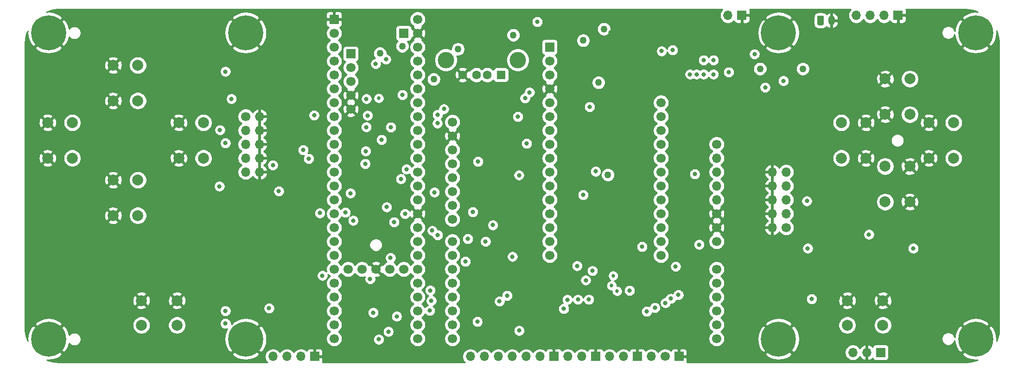
<source format=gbr>
%TF.GenerationSoftware,KiCad,Pcbnew,5.1.9*%
%TF.CreationDate,2021-01-24T16:08:06-08:00*%
%TF.ProjectId,TeensyDisplayShield,5465656e-7379-4446-9973-706c61795368,rev?*%
%TF.SameCoordinates,Original*%
%TF.FileFunction,Copper,L3,Inr*%
%TF.FilePolarity,Positive*%
%FSLAX46Y46*%
G04 Gerber Fmt 4.6, Leading zero omitted, Abs format (unit mm)*
G04 Created by KiCad (PCBNEW 5.1.9) date 2021-01-24 16:08:06*
%MOMM*%
%LPD*%
G01*
G04 APERTURE LIST*
%TA.AperFunction,ComponentPad*%
%ADD10C,1.700000*%
%TD*%
%TA.AperFunction,ComponentPad*%
%ADD11O,1.700000X1.700000*%
%TD*%
%TA.AperFunction,ComponentPad*%
%ADD12R,1.700000X1.700000*%
%TD*%
%TA.AperFunction,ComponentPad*%
%ADD13C,1.600000*%
%TD*%
%TA.AperFunction,ComponentPad*%
%ADD14R,1.600000X1.500000*%
%TD*%
%TA.AperFunction,ComponentPad*%
%ADD15C,3.000000*%
%TD*%
%TA.AperFunction,ComponentPad*%
%ADD16O,1.200000X1.750000*%
%TD*%
%TA.AperFunction,ComponentPad*%
%ADD17C,2.000000*%
%TD*%
%TA.AperFunction,ComponentPad*%
%ADD18C,6.400000*%
%TD*%
%TA.AperFunction,ViaPad*%
%ADD19C,0.800000*%
%TD*%
%TA.AperFunction,ViaPad*%
%ADD20C,1.270000*%
%TD*%
%TA.AperFunction,ViaPad*%
%ADD21C,0.685800*%
%TD*%
%TA.AperFunction,Conductor*%
%ADD22C,0.254000*%
%TD*%
%TA.AperFunction,Conductor*%
%ADD23C,0.100000*%
%TD*%
G04 APERTURE END LIST*
D10*
%TO.N,Net-(A2-Pad16)*%
%TO.C,A2*%
X114300000Y-134620000D03*
%TO.N,Net-(A2-Pad15)*%
X114300000Y-137160000D03*
%TO.N,A5-SCL*%
X162560000Y-137160000D03*
%TO.N,A4-SDA*%
X162560000Y-134620000D03*
%TO.N,D13-SPI-SCK*%
X114300000Y-102620000D03*
%TO.N,Net-(A2-Pad12)*%
X162560000Y-132080000D03*
%TO.N,D12-SPI-MISO*%
X114300000Y-105160000D03*
%TO.N,A8*%
X162560000Y-129540000D03*
%TO.N,D11-SPI-MOSI*%
X114300000Y-107700000D03*
%TO.N,Net-(A2-Pad10)*%
X162560000Y-127000000D03*
%TO.N,D10-SPI-CS*%
X114300000Y-110240000D03*
%TO.N,Net-(A2-Pad9)*%
X162560000Y-124460000D03*
%TO.N,D9*%
X114300000Y-112780000D03*
%TO.N,+5V*%
X162560000Y-119380000D03*
%TO.N,D8-TX2*%
X114300000Y-115320000D03*
%TO.N,GND*%
X162560000Y-116840000D03*
%TO.N,Net-(A2-Pad22)*%
X114300000Y-119380000D03*
%TO.N,GND*%
X162560000Y-114300000D03*
%TO.N,Net-(A2-Pad21)*%
X114300000Y-121920000D03*
D11*
%TO.N,+5V*%
X162560000Y-111760000D03*
D10*
%TO.N,Net-(A2-Pad20)*%
X114300000Y-124460000D03*
D11*
%TO.N,+3V3*%
X162560000Y-109220000D03*
D10*
%TO.N,Net-(A2-Pad19)*%
X114300000Y-127000000D03*
D11*
%TO.N,Net-(A2-Pad3)*%
X162560000Y-106680000D03*
D10*
%TO.N,Net-(A2-Pad18)*%
X114300000Y-129540000D03*
D11*
%TO.N,Net-(A2-Pad2)*%
X162560000Y-104140000D03*
D10*
%TO.N,Net-(A2-Pad17)*%
X114300000Y-132080000D03*
%TO.N,Net-(A2-Pad1)*%
X162560000Y-101600000D03*
%TO.N,Net-(A2-Pad30)*%
X114300000Y-97540000D03*
%TO.N,GND*%
X114300000Y-100080000D03*
%TD*%
%TO.N,Net-(A1-Pad16)*%
%TO.C,A1*%
X132080000Y-121920000D03*
%TO.N,D1-TX1-SPI1-MISO1*%
X132080000Y-119380000D03*
%TO.N,D0-RX1-SPI-CS1*%
X132080000Y-116840000D03*
%TO.N,D12-SPI-MISO*%
X132080000Y-114300000D03*
%TO.N,D11-SPI-MOSI*%
X132080000Y-111760000D03*
%TO.N,D13-SPI-SCK*%
X132080000Y-109220000D03*
%TO.N,Button-B*%
X132080000Y-106680000D03*
%TO.N,Button-Y*%
X132080000Y-104140000D03*
%TO.N,A9*%
X132080000Y-101600000D03*
%TO.N,A8*%
X132080000Y-99060000D03*
%TO.N,A17*%
X132080000Y-96520000D03*
%TO.N,A16*%
X132080000Y-93980000D03*
%TO.N,GND*%
X132080000Y-91440000D03*
%TO.N,Net-(A1-Pad3)*%
X132080000Y-88900000D03*
%TO.N,+3V3*%
X132080000Y-86360000D03*
D12*
%TO.N,Net-(A1-Pad1)*%
X132080000Y-83820000D03*
D10*
%TO.N,Feather-VBAT*%
X152400000Y-93980000D03*
%TO.N,Net-(A1-Pad27)*%
X152400000Y-96520000D03*
%TO.N,+5V*%
X152400000Y-99060000D03*
%TO.N,Button-Select*%
X152400000Y-101600000D03*
%TO.N,Button-Right*%
X152400000Y-104140000D03*
%TO.N,Button-Left*%
X152400000Y-106680000D03*
%TO.N,Button-Down*%
X152400000Y-109220000D03*
%TO.N,Button-Up*%
X152400000Y-111760000D03*
%TO.N,D9*%
X152400000Y-114300000D03*
%TO.N,D8-TX2*%
X152400000Y-116840000D03*
%TO.N,A5-SCL*%
X152400000Y-119380000D03*
%TO.N,A4-SDA*%
X152400000Y-121920000D03*
%TD*%
D13*
%TO.N,GND*%
%TO.C,J2*%
X116190000Y-88900000D03*
%TO.N,USBHost_D+*%
X118690000Y-88900000D03*
%TO.N,USBHost_D-*%
X120690000Y-88900000D03*
D14*
%TO.N,USBHost_5V*%
X123190000Y-88900000D03*
D15*
%TO.N,Net-(J2-Pad5)*%
X113120000Y-86190000D03*
X126260000Y-86190000D03*
%TD*%
D12*
%TO.N,GND*%
%TO.C,J5*%
X195700000Y-78000000D03*
D11*
%TO.N,+5V*%
X193160000Y-78000000D03*
X190620000Y-78000000D03*
%TO.N,VBAT*%
X188080000Y-78000000D03*
%TD*%
%TO.N,Onboard-VBAT*%
%TO.C,J1*%
%TA.AperFunction,ComponentPad*%
G36*
G01*
X180950000Y-79575001D02*
X180950000Y-78324999D01*
G75*
G02*
X181199999Y-78075000I249999J0D01*
G01*
X181900001Y-78075000D01*
G75*
G02*
X182150000Y-78324999I0J-249999D01*
G01*
X182150000Y-79575001D01*
G75*
G02*
X181900001Y-79825000I-249999J0D01*
G01*
X181199999Y-79825000D01*
G75*
G02*
X180950000Y-79575001I0J249999D01*
G01*
G37*
%TD.AperFunction*%
D16*
%TO.N,GND*%
X183550000Y-78950000D03*
%TD*%
D12*
%TO.N,GND*%
%TO.C,J6*%
X167170000Y-78000000D03*
D11*
%TO.N,VUSB*%
X164630000Y-78000000D03*
%TD*%
%TO.N,D35-TX8*%
%TO.C,J3*%
X117602000Y-140440000D03*
%TO.N,D34-RX8*%
X120142000Y-140440000D03*
%TO.N,D29-TX7*%
X122682000Y-140440000D03*
%TO.N,D28-RX7*%
X125222000Y-140440000D03*
%TO.N,A10-SCL2-TX6*%
X127762000Y-140440000D03*
%TO.N,A11-SDA2-RX6*%
X130302000Y-140440000D03*
D12*
%TO.N,GND*%
X132842000Y-140440000D03*
D11*
%TO.N,A6-TX5*%
X135382000Y-140440000D03*
%TO.N,A7-RX5*%
X137922000Y-140440000D03*
D12*
%TO.N,GND*%
X140462000Y-140440000D03*
D11*
%TO.N,A0-TX3*%
X143002000Y-140440000D03*
%TO.N,A1-RX3*%
X145542000Y-140440000D03*
D12*
%TO.N,GND*%
X148082000Y-140440000D03*
D11*
%TO.N,D1-TX1-SPI1-MISO1*%
X150622000Y-140440000D03*
D10*
%TO.N,D0-RX1-SPI-CS1*%
X153162000Y-140440000D03*
D12*
%TO.N,GND*%
X155702000Y-140440000D03*
%TD*%
D17*
%TO.N,Button-Up*%
%TO.C,SW2*%
X197850000Y-89640000D03*
%TO.N,GND*%
X193350000Y-89640000D03*
%TO.N,Button-Up*%
X197850000Y-96140000D03*
%TO.N,GND*%
X193350000Y-96140000D03*
%TD*%
D12*
%TO.N,Teensy-VUSB*%
%TO.C,U2*%
X105410000Y-81280000D03*
D10*
%TO.N,GND*%
X95760800Y-95199200D03*
X95760800Y-92659200D03*
%TO.N,USBHost_D+*%
X95760800Y-90119200D03*
%TO.N,USBHost_D-*%
X95760800Y-87579200D03*
D12*
%TO.N,USBHost_5V*%
X95760800Y-85039200D03*
D10*
%TO.N,+5V*%
X107950000Y-78740000D03*
%TO.N,GND*%
X107950000Y-81280000D03*
%TO.N,+3V3*%
X107950000Y-83820000D03*
%TO.N,A9*%
X107950000Y-86360000D03*
%TO.N,A8*%
X107950000Y-88900000D03*
%TO.N,A7-RX5*%
X107950000Y-91440000D03*
%TO.N,A6-TX5*%
X107950000Y-93980000D03*
%TO.N,A5-SCL*%
X107950000Y-96520000D03*
%TO.N,A4-SDA*%
X107950000Y-99060000D03*
%TO.N,A3-SDA1-TX4*%
X107950000Y-101600000D03*
%TO.N,A2-SCL1-RX4*%
X107950000Y-104140000D03*
%TO.N,A1-RX3*%
X107950000Y-106680000D03*
%TO.N,A0-TX3*%
X107950000Y-109220000D03*
%TO.N,D13-SPI-SCK*%
X107950000Y-111760000D03*
D12*
%TO.N,GND*%
X92710000Y-78740000D03*
D10*
%TO.N,D0-RX1-SPI-CS1*%
X92710000Y-81280000D03*
%TO.N,D1-TX1-SPI1-MISO1*%
X92710000Y-83820000D03*
%TO.N,Button-Up*%
X92710000Y-86360000D03*
%TO.N,Button-Down*%
X92710000Y-88900000D03*
%TO.N,Button-Left*%
X92710000Y-91440000D03*
%TO.N,Button-Right*%
X92710000Y-93980000D03*
%TO.N,Button-Select*%
X92710000Y-96520000D03*
%TO.N,D7-RX2*%
X92710000Y-99060000D03*
%TO.N,D8-TX2*%
X92710000Y-101600000D03*
%TO.N,D9*%
X92710000Y-104140000D03*
%TO.N,D10-SPI-CS*%
X92710000Y-106680000D03*
%TO.N,D11-SPI-MOSI*%
X92710000Y-109220000D03*
%TO.N,GND*%
X107950000Y-114300000D03*
%TO.N,A17*%
X107950000Y-116840000D03*
%TO.N,A16*%
X107950000Y-119380000D03*
%TO.N,A15-SPI1-MISO1*%
X107950000Y-121920000D03*
%TO.N,A14-SPI1-CS1*%
X107950000Y-124460000D03*
%TO.N,D37-SPI-CS*%
X107950000Y-127000000D03*
%TO.N,D36-SPI-CS*%
X107950000Y-129540000D03*
%TO.N,D35-TX8*%
X107950000Y-132080000D03*
%TO.N,D34-RX8*%
X107950000Y-134620000D03*
%TO.N,D33*%
X107950000Y-137160000D03*
%TO.N,D32*%
X92710000Y-137160000D03*
%TO.N,Button-B*%
X92710000Y-134620000D03*
%TO.N,Button-Y*%
X92710000Y-132080000D03*
%TO.N,D29-TX7*%
X92710000Y-129540000D03*
%TO.N,D12-SPI-MISO*%
X92710000Y-111760000D03*
%TO.N,+3V3*%
X92710000Y-114300000D03*
%TO.N,A10-SCL2-TX6*%
X92710000Y-116840000D03*
%TO.N,D28-RX7*%
X92710000Y-127000000D03*
%TO.N,A13-SPI1-SCK1*%
X92710000Y-124460000D03*
%TO.N,A12-SPI1-MOSI1*%
X92710000Y-121920000D03*
%TO.N,A11-SDA2-RX6*%
X92710000Y-119380000D03*
%TO.N,Net-(BT1-Pad1)*%
X95250000Y-124460000D03*
%TO.N,Net-(U2-Pad51)*%
X97790000Y-124460000D03*
%TO.N,GND*%
X100330000Y-124460000D03*
%TO.N,Net-(U2-Pad53)*%
X102870000Y-124460000D03*
%TO.N,Net-(U2-Pad54)*%
X105410000Y-124460000D03*
%TD*%
D11*
%TO.N,N/C*%
%TO.C,SW1*%
X187450000Y-139700000D03*
%TO.N,GND*%
X189990000Y-139700000D03*
D12*
%TO.N,Net-(Q2-Pad1)*%
X192530000Y-139700000D03*
%TD*%
D11*
%TO.N,A3-SDA1-TX4*%
%TO.C,J4*%
X81542000Y-140440000D03*
%TO.N,A2-SCL1-RX4*%
X84082000Y-140440000D03*
%TO.N,+3V3*%
X86622000Y-140440000D03*
D12*
%TO.N,GND*%
X89162000Y-140440000D03*
%TD*%
D17*
%TO.N,Button-Select*%
%TO.C,SW7*%
X64008000Y-134706000D03*
%TO.N,GND*%
X64008000Y-130206000D03*
%TO.N,Button-Select*%
X57508000Y-134706000D03*
%TO.N,GND*%
X57508000Y-130206000D03*
%TD*%
%TO.N,A16*%
%TO.C,SW6*%
X192936000Y-134706000D03*
%TO.N,GND*%
X192936000Y-130206000D03*
%TO.N,A16*%
X186436000Y-134706000D03*
%TO.N,GND*%
X186436000Y-130206000D03*
%TD*%
%TO.N,Button-Y*%
%TO.C,SW11*%
X68834000Y-97640000D03*
%TO.N,GND*%
X64334000Y-97640000D03*
%TO.N,Button-Y*%
X68834000Y-104140000D03*
%TO.N,GND*%
X64334000Y-104140000D03*
%TD*%
%TO.N,A9*%
%TO.C,SW10*%
X56858000Y-87140000D03*
%TO.N,GND*%
X52358000Y-87140000D03*
%TO.N,A9*%
X56858000Y-93640000D03*
%TO.N,GND*%
X52358000Y-93640000D03*
%TD*%
%TO.N,Button-B*%
%TO.C,SW9*%
X56858000Y-108140000D03*
%TO.N,GND*%
X52358000Y-108140000D03*
%TO.N,Button-B*%
X56858000Y-114640000D03*
%TO.N,GND*%
X52358000Y-114640000D03*
%TD*%
%TO.N,A17*%
%TO.C,SW8*%
X44882000Y-97640000D03*
%TO.N,GND*%
X40382000Y-97640000D03*
%TO.N,A17*%
X44882000Y-104140000D03*
%TO.N,GND*%
X40382000Y-104140000D03*
%TD*%
%TO.N,Button-Right*%
%TO.C,SW5*%
X185350000Y-104140000D03*
%TO.N,GND*%
X189850000Y-104140000D03*
%TO.N,Button-Right*%
X185350000Y-97640000D03*
%TO.N,GND*%
X189850000Y-97640000D03*
%TD*%
%TO.N,Button-Left*%
%TO.C,SW4*%
X205850000Y-97640000D03*
%TO.N,GND*%
X201350000Y-97640000D03*
%TO.N,Button-Left*%
X205850000Y-104140000D03*
%TO.N,GND*%
X201350000Y-104140000D03*
%TD*%
%TO.N,Button-Down*%
%TO.C,SW3*%
X193350000Y-112140000D03*
%TO.N,GND*%
X197850000Y-112140000D03*
%TO.N,Button-Down*%
X193350000Y-105640000D03*
%TO.N,GND*%
X197850000Y-105640000D03*
%TD*%
D10*
%TO.N,Button-Up*%
%TO.C,J7*%
X175260000Y-116840000D03*
D11*
%TO.N,GND*%
X172720000Y-116840000D03*
%TO.N,Button-Down*%
X175260000Y-114300000D03*
%TO.N,GND*%
X172720000Y-114300000D03*
%TO.N,Button-Left*%
X175260000Y-111760000D03*
%TO.N,GND*%
X172720000Y-111760000D03*
%TO.N,Button-Right*%
X175260000Y-109220000D03*
%TO.N,GND*%
X172720000Y-109220000D03*
%TO.N,A16*%
X175260000Y-106680000D03*
%TO.N,GND*%
X172720000Y-106680000D03*
%TD*%
%TO.N,GND*%
%TO.C,J8*%
X79100000Y-106680000D03*
%TO.N,Button-Select*%
X76560000Y-106680000D03*
%TO.N,GND*%
X79100000Y-104140000D03*
%TO.N,Button-Y*%
X76560000Y-104140000D03*
%TO.N,GND*%
X79100000Y-101600000D03*
%TO.N,A9*%
X76560000Y-101600000D03*
%TO.N,GND*%
X79100000Y-99060000D03*
%TO.N,Button-B*%
X76560000Y-99060000D03*
%TO.N,GND*%
X79100000Y-96520000D03*
D10*
%TO.N,A17*%
X76560000Y-96520000D03*
%TD*%
D18*
%TO.N,GND*%
%TO.C,H1*%
X76560000Y-81200000D03*
%TD*%
%TO.N,GND*%
%TO.C,H2*%
X173884000Y-81200000D03*
%TD*%
%TO.N,GND*%
%TO.C,H3*%
X76560000Y-137240000D03*
%TD*%
%TO.N,GND*%
%TO.C,H4*%
X173884000Y-137240000D03*
%TD*%
%TO.N,GND*%
%TO.C,H5*%
X209884000Y-81200000D03*
%TD*%
%TO.N,GND*%
%TO.C,H6*%
X209884000Y-137240000D03*
%TD*%
%TO.N,GND*%
%TO.C,H7*%
X40560000Y-81200000D03*
%TD*%
%TO.N,GND*%
%TO.C,H8*%
X40560000Y-137240000D03*
%TD*%
D19*
%TO.N,GND*%
X168702000Y-91600000D03*
X62302000Y-117500000D03*
X62302000Y-121300000D03*
X165502000Y-91900000D03*
X167102000Y-88600000D03*
X165602000Y-85000000D03*
X168202000Y-85000000D03*
X167202000Y-91600000D03*
X162502000Y-90700000D03*
X161602000Y-92000000D03*
X160402000Y-92000000D03*
X159202000Y-92000000D03*
X157902000Y-92000000D03*
X157102000Y-90700000D03*
X145802000Y-88600000D03*
X141502000Y-87600000D03*
X140402000Y-88700000D03*
X135702000Y-82200000D03*
X136602000Y-82200000D03*
X143202000Y-81100000D03*
X144602000Y-81100000D03*
X145802000Y-81100000D03*
X147502000Y-81100000D03*
X155502000Y-82400000D03*
X150450000Y-86530000D03*
X146631992Y-88560000D03*
X142432000Y-90860000D03*
X145232000Y-90860000D03*
X159532000Y-81960000D03*
X162532000Y-81960000D03*
X152700752Y-86303557D03*
X132300000Y-80900000D03*
X133700016Y-79800000D03*
%TO.N,D10-SPI-CS*%
X104902000Y-107950000D03*
%TO.N,D12-SPI-MISO*%
X111030000Y-110400000D03*
X118030000Y-114000000D03*
%TO.N,D13-SPI-SCK*%
X105918000Y-106172000D03*
%TO.N,A4-SDA*%
X154210000Y-129840000D03*
X103662000Y-115840000D03*
%TO.N,A5-SCL*%
X153210000Y-130640000D03*
X102312000Y-113090000D03*
%TO.N,D0-RX1-SPI-CS1*%
X121712000Y-116389999D03*
X98612000Y-93290000D03*
X151312000Y-131490000D03*
X139231992Y-130009992D03*
X112762000Y-95140000D03*
%TO.N,D1-TX1-SPI1-MISO1*%
X98812000Y-96340000D03*
X111612000Y-96190000D03*
X120362000Y-119390000D03*
X149812000Y-132190000D03*
X137231995Y-130010005D03*
D20*
%TO.N,VUSB*%
X125430000Y-81610000D03*
X138202000Y-82600000D03*
D19*
%TO.N,A9*%
X102182000Y-86060000D03*
X105182000Y-92560000D03*
X127582000Y-93160000D03*
X127882000Y-101460000D03*
X72860000Y-88290000D03*
X72860000Y-101390000D03*
%TO.N,A8*%
X129802000Y-79200000D03*
X128402000Y-92100000D03*
X137082000Y-123860000D03*
X155082000Y-123960000D03*
X155582000Y-129160000D03*
%TO.N,A7-RX5*%
X135312000Y-130040000D03*
X124312000Y-129290000D03*
%TO.N,A6-TX5*%
X134662000Y-131690000D03*
X122912000Y-130340000D03*
%TO.N,A17*%
X125282000Y-122160000D03*
X126282000Y-96560000D03*
X96182000Y-115560000D03*
X95682000Y-110560000D03*
X111630000Y-118200000D03*
X82610000Y-110190000D03*
%TO.N,A16*%
X139382000Y-94760000D03*
X116682000Y-123060000D03*
X139882000Y-124760000D03*
X179936000Y-129914000D03*
%TO.N,D28-RX7*%
X110162000Y-132040000D03*
%TO.N,A10-SCL2-TX6*%
X110262000Y-128340000D03*
X99282000Y-126260000D03*
%TO.N,A11-SDA2-RX6*%
X90562000Y-125640000D03*
X110462000Y-130240000D03*
X118872000Y-134060000D03*
D20*
%TO.N,VBAT*%
X142002000Y-80500000D03*
X170500000Y-87800000D03*
X178320000Y-87810000D03*
D19*
%TO.N,D29-TX7*%
X99862000Y-132400000D03*
X100862000Y-137300000D03*
%TO.N,Button-Up*%
X102616000Y-135890000D03*
D21*
X144400000Y-128480000D03*
D19*
X100300000Y-86880000D03*
X190382000Y-118110000D03*
%TO.N,Button-Down*%
X104140000Y-133096000D03*
D21*
X143400000Y-127480000D03*
D19*
X101382000Y-100760000D03*
D21*
%TO.N,Button-Left*%
X100862000Y-93190000D03*
D19*
X158582000Y-107060000D03*
X159382000Y-119960000D03*
D21*
X143682002Y-125660000D03*
D19*
X198492000Y-120650000D03*
X103006000Y-122386000D03*
X179060000Y-111990000D03*
X179220000Y-120650000D03*
%TO.N,Button-Select*%
X111582000Y-97760000D03*
X98582000Y-98460000D03*
X103082000Y-98470001D03*
X72860000Y-134390000D03*
X89060000Y-96290000D03*
X73960000Y-93290000D03*
%TO.N,A0-TX3*%
X140482000Y-106560000D03*
X118982000Y-104760000D03*
%TO.N,A1-RX3*%
X138182000Y-110860000D03*
X146682000Y-128360000D03*
X138682000Y-126480010D03*
D20*
%TO.N,USBHost_5V*%
X101100000Y-84980000D03*
X105162000Y-83640000D03*
X115344000Y-84180000D03*
D19*
%TO.N,A2-SCL1-RX4*%
X88062000Y-104240000D03*
%TO.N,A3-SDA1-TX4*%
X87062000Y-102640000D03*
D20*
%TO.N,+3V3*%
X110902000Y-89700000D03*
X142702000Y-107200000D03*
X141002000Y-90300000D03*
D19*
%TO.N,+5V*%
X160202000Y-86200000D03*
X162002000Y-86200000D03*
X162002000Y-88800000D03*
X160202000Y-88800000D03*
X158902000Y-88800000D03*
X157702000Y-88800000D03*
%TO.N,Net-(Q2-Pad1)*%
X174780000Y-90000000D03*
%TO.N,D8-TX2*%
X90112000Y-114190000D03*
X148962000Y-120340000D03*
X117130000Y-118900000D03*
X110630000Y-117400000D03*
%TO.N,D9*%
X94762000Y-114090000D03*
X105662000Y-114340000D03*
%TO.N,Button-B*%
X126482000Y-107260000D03*
X126502000Y-135700000D03*
X71760000Y-109290000D03*
X72860000Y-132090000D03*
X71860000Y-98990000D03*
%TO.N,Button-Y*%
X98482000Y-102860000D03*
X98382000Y-105160000D03*
X81530000Y-105420000D03*
X80836000Y-131614000D03*
%TO.N,Net-(D1-Pad1)*%
X164771998Y-88400000D03*
X169500000Y-85100000D03*
%TO.N,Net-(JP2-Pad2)*%
X171440000Y-91200000D03*
%TO.N,Net-(R5-Pad2)*%
X154532000Y-84360000D03*
X152532004Y-84560000D03*
%TD*%
D22*
%TO.N,GND*%
X163476525Y-77053368D02*
X163314010Y-77296589D01*
X163202068Y-77566842D01*
X163145000Y-77853740D01*
X163145000Y-78146260D01*
X163202068Y-78433158D01*
X163314010Y-78703411D01*
X163476525Y-78946632D01*
X163683368Y-79153475D01*
X163926589Y-79315990D01*
X164196842Y-79427932D01*
X164483740Y-79485000D01*
X164776260Y-79485000D01*
X165063158Y-79427932D01*
X165333411Y-79315990D01*
X165576632Y-79153475D01*
X165708487Y-79021620D01*
X165730498Y-79094180D01*
X165789463Y-79204494D01*
X165868815Y-79301185D01*
X165965506Y-79380537D01*
X166075820Y-79439502D01*
X166195518Y-79475812D01*
X166320000Y-79488072D01*
X166884250Y-79485000D01*
X167043000Y-79326250D01*
X167043000Y-78127000D01*
X167297000Y-78127000D01*
X167297000Y-79326250D01*
X167455750Y-79485000D01*
X168020000Y-79488072D01*
X168144482Y-79475812D01*
X168264180Y-79439502D01*
X168374494Y-79380537D01*
X168471185Y-79301185D01*
X168550537Y-79204494D01*
X168609502Y-79094180D01*
X168645812Y-78974482D01*
X168658072Y-78850000D01*
X168656162Y-78499119D01*
X171362724Y-78499119D01*
X173884000Y-81020395D01*
X176405276Y-78499119D01*
X176277198Y-78324999D01*
X180311928Y-78324999D01*
X180311928Y-79575001D01*
X180328992Y-79748255D01*
X180379528Y-79914851D01*
X180461595Y-80068387D01*
X180572038Y-80202962D01*
X180706613Y-80313405D01*
X180860149Y-80395472D01*
X181026745Y-80446008D01*
X181199999Y-80463072D01*
X181900001Y-80463072D01*
X182073255Y-80446008D01*
X182239851Y-80395472D01*
X182393387Y-80313405D01*
X182527962Y-80202962D01*
X182638405Y-80068387D01*
X182640967Y-80063594D01*
X182766526Y-80188078D01*
X182969467Y-80322421D01*
X183194718Y-80414591D01*
X183232391Y-80418462D01*
X183423000Y-80293731D01*
X183423000Y-79077000D01*
X183677000Y-79077000D01*
X183677000Y-80293731D01*
X183867609Y-80418462D01*
X183905282Y-80414591D01*
X184130533Y-80322421D01*
X184333474Y-80188078D01*
X184506307Y-80016725D01*
X184642390Y-79814946D01*
X184736493Y-79590496D01*
X184785000Y-79352000D01*
X184785000Y-79077000D01*
X183677000Y-79077000D01*
X183423000Y-79077000D01*
X183403000Y-79077000D01*
X183403000Y-78823000D01*
X183423000Y-78823000D01*
X183423000Y-77606269D01*
X183677000Y-77606269D01*
X183677000Y-78823000D01*
X184785000Y-78823000D01*
X184785000Y-78548000D01*
X184736493Y-78309504D01*
X184642390Y-78085054D01*
X184506307Y-77883275D01*
X184333474Y-77711922D01*
X184130533Y-77577579D01*
X183905282Y-77485409D01*
X183867609Y-77481538D01*
X183677000Y-77606269D01*
X183423000Y-77606269D01*
X183232391Y-77481538D01*
X183194718Y-77485409D01*
X182969467Y-77577579D01*
X182766526Y-77711922D01*
X182640967Y-77836406D01*
X182638405Y-77831613D01*
X182527962Y-77697038D01*
X182393387Y-77586595D01*
X182239851Y-77504528D01*
X182073255Y-77453992D01*
X181900001Y-77436928D01*
X181199999Y-77436928D01*
X181026745Y-77453992D01*
X180860149Y-77504528D01*
X180706613Y-77586595D01*
X180572038Y-77697038D01*
X180461595Y-77831613D01*
X180379528Y-77985149D01*
X180328992Y-78151745D01*
X180311928Y-78324999D01*
X176277198Y-78324999D01*
X176045088Y-78009452D01*
X175381118Y-77649151D01*
X174659615Y-77425306D01*
X173908305Y-77346520D01*
X173156062Y-77415822D01*
X172431792Y-77630548D01*
X171763330Y-77982445D01*
X171722912Y-78009452D01*
X171362724Y-78499119D01*
X168656162Y-78499119D01*
X168655000Y-78285750D01*
X168496250Y-78127000D01*
X167297000Y-78127000D01*
X167043000Y-78127000D01*
X167023000Y-78127000D01*
X167023000Y-77873000D01*
X167043000Y-77873000D01*
X167043000Y-77853000D01*
X167297000Y-77853000D01*
X167297000Y-77873000D01*
X168496250Y-77873000D01*
X168655000Y-77714250D01*
X168658072Y-77150000D01*
X168645812Y-77025518D01*
X168610770Y-76910000D01*
X187069893Y-76910000D01*
X186926525Y-77053368D01*
X186764010Y-77296589D01*
X186652068Y-77566842D01*
X186595000Y-77853740D01*
X186595000Y-78146260D01*
X186652068Y-78433158D01*
X186764010Y-78703411D01*
X186926525Y-78946632D01*
X187133368Y-79153475D01*
X187376589Y-79315990D01*
X187646842Y-79427932D01*
X187933740Y-79485000D01*
X188226260Y-79485000D01*
X188513158Y-79427932D01*
X188783411Y-79315990D01*
X189026632Y-79153475D01*
X189233475Y-78946632D01*
X189350000Y-78772240D01*
X189466525Y-78946632D01*
X189673368Y-79153475D01*
X189916589Y-79315990D01*
X190186842Y-79427932D01*
X190473740Y-79485000D01*
X190766260Y-79485000D01*
X191053158Y-79427932D01*
X191323411Y-79315990D01*
X191566632Y-79153475D01*
X191773475Y-78946632D01*
X191890000Y-78772240D01*
X192006525Y-78946632D01*
X192213368Y-79153475D01*
X192456589Y-79315990D01*
X192726842Y-79427932D01*
X193013740Y-79485000D01*
X193306260Y-79485000D01*
X193593158Y-79427932D01*
X193863411Y-79315990D01*
X194106632Y-79153475D01*
X194238487Y-79021620D01*
X194260498Y-79094180D01*
X194319463Y-79204494D01*
X194398815Y-79301185D01*
X194495506Y-79380537D01*
X194605820Y-79439502D01*
X194725518Y-79475812D01*
X194850000Y-79488072D01*
X195414250Y-79485000D01*
X195573000Y-79326250D01*
X195573000Y-78127000D01*
X195827000Y-78127000D01*
X195827000Y-79326250D01*
X195985750Y-79485000D01*
X196550000Y-79488072D01*
X196674482Y-79475812D01*
X196794180Y-79439502D01*
X196904494Y-79380537D01*
X197001185Y-79301185D01*
X197080537Y-79204494D01*
X197139502Y-79094180D01*
X197175812Y-78974482D01*
X197188072Y-78850000D01*
X197185000Y-78285750D01*
X197026250Y-78127000D01*
X195827000Y-78127000D01*
X195573000Y-78127000D01*
X195553000Y-78127000D01*
X195553000Y-77873000D01*
X195573000Y-77873000D01*
X195573000Y-77853000D01*
X195827000Y-77853000D01*
X195827000Y-77873000D01*
X197026250Y-77873000D01*
X197185000Y-77714250D01*
X197188072Y-77150000D01*
X197175812Y-77025518D01*
X197140770Y-76910000D01*
X207857650Y-76910000D01*
X208813435Y-76981027D01*
X209722443Y-77186715D01*
X210216485Y-77378837D01*
X209908305Y-77346520D01*
X209156062Y-77415822D01*
X208431792Y-77630548D01*
X207763330Y-77982445D01*
X207722912Y-78009452D01*
X207362724Y-78499119D01*
X209884000Y-81020395D01*
X209898143Y-81006253D01*
X210077748Y-81185858D01*
X210063605Y-81200000D01*
X212584881Y-83721276D01*
X213074548Y-83361088D01*
X213434849Y-82697118D01*
X213658694Y-81975615D01*
X213737480Y-81224305D01*
X213699801Y-80815318D01*
X213714172Y-80844459D01*
X213998303Y-81732086D01*
X214149865Y-82662710D01*
X214174001Y-83215509D01*
X214174000Y-135213650D01*
X214102973Y-136169435D01*
X213897285Y-137078443D01*
X213705163Y-137572485D01*
X213737480Y-137264305D01*
X213668178Y-136512062D01*
X213453452Y-135787792D01*
X213101555Y-135119330D01*
X213074548Y-135078912D01*
X212584881Y-134718724D01*
X210063605Y-137240000D01*
X210077748Y-137254143D01*
X209898143Y-137433748D01*
X209884000Y-137419605D01*
X207362724Y-139940881D01*
X207722912Y-140430548D01*
X208386882Y-140790849D01*
X209108385Y-141014694D01*
X209859695Y-141093480D01*
X210268681Y-141055801D01*
X210239541Y-141070172D01*
X209351913Y-141354303D01*
X208421290Y-141505865D01*
X207868513Y-141530000D01*
X157142770Y-141530000D01*
X157177812Y-141414482D01*
X157190072Y-141290000D01*
X157187000Y-140725750D01*
X157028250Y-140567000D01*
X155829000Y-140567000D01*
X155829000Y-140587000D01*
X155575000Y-140587000D01*
X155575000Y-140567000D01*
X155555000Y-140567000D01*
X155555000Y-140313000D01*
X155575000Y-140313000D01*
X155575000Y-139113750D01*
X155829000Y-139113750D01*
X155829000Y-140313000D01*
X157028250Y-140313000D01*
X157187000Y-140154250D01*
X157188161Y-139940881D01*
X171362724Y-139940881D01*
X171722912Y-140430548D01*
X172386882Y-140790849D01*
X173108385Y-141014694D01*
X173859695Y-141093480D01*
X174611938Y-141024178D01*
X175336208Y-140809452D01*
X176004670Y-140457555D01*
X176045088Y-140430548D01*
X176405276Y-139940881D01*
X173884000Y-137419605D01*
X171362724Y-139940881D01*
X157188161Y-139940881D01*
X157190072Y-139590000D01*
X157177812Y-139465518D01*
X157141502Y-139345820D01*
X157082537Y-139235506D01*
X157003185Y-139138815D01*
X156906494Y-139059463D01*
X156796180Y-139000498D01*
X156676482Y-138964188D01*
X156552000Y-138951928D01*
X155987750Y-138955000D01*
X155829000Y-139113750D01*
X155575000Y-139113750D01*
X155416250Y-138955000D01*
X154852000Y-138951928D01*
X154727518Y-138964188D01*
X154607820Y-139000498D01*
X154497506Y-139059463D01*
X154400815Y-139138815D01*
X154321463Y-139235506D01*
X154262498Y-139345820D01*
X154240487Y-139418380D01*
X154108632Y-139286525D01*
X153865411Y-139124010D01*
X153595158Y-139012068D01*
X153308260Y-138955000D01*
X153015740Y-138955000D01*
X152728842Y-139012068D01*
X152458589Y-139124010D01*
X152215368Y-139286525D01*
X152008525Y-139493368D01*
X151892000Y-139667760D01*
X151775475Y-139493368D01*
X151568632Y-139286525D01*
X151325411Y-139124010D01*
X151055158Y-139012068D01*
X150768260Y-138955000D01*
X150475740Y-138955000D01*
X150188842Y-139012068D01*
X149918589Y-139124010D01*
X149675368Y-139286525D01*
X149543513Y-139418380D01*
X149521502Y-139345820D01*
X149462537Y-139235506D01*
X149383185Y-139138815D01*
X149286494Y-139059463D01*
X149176180Y-139000498D01*
X149056482Y-138964188D01*
X148932000Y-138951928D01*
X148367750Y-138955000D01*
X148209000Y-139113750D01*
X148209000Y-140313000D01*
X148229000Y-140313000D01*
X148229000Y-140567000D01*
X148209000Y-140567000D01*
X148209000Y-140587000D01*
X147955000Y-140587000D01*
X147955000Y-140567000D01*
X147935000Y-140567000D01*
X147935000Y-140313000D01*
X147955000Y-140313000D01*
X147955000Y-139113750D01*
X147796250Y-138955000D01*
X147232000Y-138951928D01*
X147107518Y-138964188D01*
X146987820Y-139000498D01*
X146877506Y-139059463D01*
X146780815Y-139138815D01*
X146701463Y-139235506D01*
X146642498Y-139345820D01*
X146620487Y-139418380D01*
X146488632Y-139286525D01*
X146245411Y-139124010D01*
X145975158Y-139012068D01*
X145688260Y-138955000D01*
X145395740Y-138955000D01*
X145108842Y-139012068D01*
X144838589Y-139124010D01*
X144595368Y-139286525D01*
X144388525Y-139493368D01*
X144272000Y-139667760D01*
X144155475Y-139493368D01*
X143948632Y-139286525D01*
X143705411Y-139124010D01*
X143435158Y-139012068D01*
X143148260Y-138955000D01*
X142855740Y-138955000D01*
X142568842Y-139012068D01*
X142298589Y-139124010D01*
X142055368Y-139286525D01*
X141923513Y-139418380D01*
X141901502Y-139345820D01*
X141842537Y-139235506D01*
X141763185Y-139138815D01*
X141666494Y-139059463D01*
X141556180Y-139000498D01*
X141436482Y-138964188D01*
X141312000Y-138951928D01*
X140747750Y-138955000D01*
X140589000Y-139113750D01*
X140589000Y-140313000D01*
X140609000Y-140313000D01*
X140609000Y-140567000D01*
X140589000Y-140567000D01*
X140589000Y-140587000D01*
X140335000Y-140587000D01*
X140335000Y-140567000D01*
X140315000Y-140567000D01*
X140315000Y-140313000D01*
X140335000Y-140313000D01*
X140335000Y-139113750D01*
X140176250Y-138955000D01*
X139612000Y-138951928D01*
X139487518Y-138964188D01*
X139367820Y-139000498D01*
X139257506Y-139059463D01*
X139160815Y-139138815D01*
X139081463Y-139235506D01*
X139022498Y-139345820D01*
X139000487Y-139418380D01*
X138868632Y-139286525D01*
X138625411Y-139124010D01*
X138355158Y-139012068D01*
X138068260Y-138955000D01*
X137775740Y-138955000D01*
X137488842Y-139012068D01*
X137218589Y-139124010D01*
X136975368Y-139286525D01*
X136768525Y-139493368D01*
X136652000Y-139667760D01*
X136535475Y-139493368D01*
X136328632Y-139286525D01*
X136085411Y-139124010D01*
X135815158Y-139012068D01*
X135528260Y-138955000D01*
X135235740Y-138955000D01*
X134948842Y-139012068D01*
X134678589Y-139124010D01*
X134435368Y-139286525D01*
X134303513Y-139418380D01*
X134281502Y-139345820D01*
X134222537Y-139235506D01*
X134143185Y-139138815D01*
X134046494Y-139059463D01*
X133936180Y-139000498D01*
X133816482Y-138964188D01*
X133692000Y-138951928D01*
X133127750Y-138955000D01*
X132969000Y-139113750D01*
X132969000Y-140313000D01*
X132989000Y-140313000D01*
X132989000Y-140567000D01*
X132969000Y-140567000D01*
X132969000Y-140587000D01*
X132715000Y-140587000D01*
X132715000Y-140567000D01*
X132695000Y-140567000D01*
X132695000Y-140313000D01*
X132715000Y-140313000D01*
X132715000Y-139113750D01*
X132556250Y-138955000D01*
X131992000Y-138951928D01*
X131867518Y-138964188D01*
X131747820Y-139000498D01*
X131637506Y-139059463D01*
X131540815Y-139138815D01*
X131461463Y-139235506D01*
X131402498Y-139345820D01*
X131380487Y-139418380D01*
X131248632Y-139286525D01*
X131005411Y-139124010D01*
X130735158Y-139012068D01*
X130448260Y-138955000D01*
X130155740Y-138955000D01*
X129868842Y-139012068D01*
X129598589Y-139124010D01*
X129355368Y-139286525D01*
X129148525Y-139493368D01*
X129032000Y-139667760D01*
X128915475Y-139493368D01*
X128708632Y-139286525D01*
X128465411Y-139124010D01*
X128195158Y-139012068D01*
X127908260Y-138955000D01*
X127615740Y-138955000D01*
X127328842Y-139012068D01*
X127058589Y-139124010D01*
X126815368Y-139286525D01*
X126608525Y-139493368D01*
X126492000Y-139667760D01*
X126375475Y-139493368D01*
X126168632Y-139286525D01*
X125925411Y-139124010D01*
X125655158Y-139012068D01*
X125368260Y-138955000D01*
X125075740Y-138955000D01*
X124788842Y-139012068D01*
X124518589Y-139124010D01*
X124275368Y-139286525D01*
X124068525Y-139493368D01*
X123952000Y-139667760D01*
X123835475Y-139493368D01*
X123628632Y-139286525D01*
X123385411Y-139124010D01*
X123115158Y-139012068D01*
X122828260Y-138955000D01*
X122535740Y-138955000D01*
X122248842Y-139012068D01*
X121978589Y-139124010D01*
X121735368Y-139286525D01*
X121528525Y-139493368D01*
X121412000Y-139667760D01*
X121295475Y-139493368D01*
X121088632Y-139286525D01*
X120845411Y-139124010D01*
X120575158Y-139012068D01*
X120288260Y-138955000D01*
X119995740Y-138955000D01*
X119708842Y-139012068D01*
X119438589Y-139124010D01*
X119195368Y-139286525D01*
X118988525Y-139493368D01*
X118872000Y-139667760D01*
X118755475Y-139493368D01*
X118548632Y-139286525D01*
X118305411Y-139124010D01*
X118035158Y-139012068D01*
X117748260Y-138955000D01*
X117455740Y-138955000D01*
X117168842Y-139012068D01*
X116898589Y-139124010D01*
X116655368Y-139286525D01*
X116448525Y-139493368D01*
X116286010Y-139736589D01*
X116174068Y-140006842D01*
X116117000Y-140293740D01*
X116117000Y-140586260D01*
X116174068Y-140873158D01*
X116286010Y-141143411D01*
X116448525Y-141386632D01*
X116591893Y-141530000D01*
X90602770Y-141530000D01*
X90637812Y-141414482D01*
X90650072Y-141290000D01*
X90647000Y-140725750D01*
X90488250Y-140567000D01*
X89289000Y-140567000D01*
X89289000Y-140587000D01*
X89035000Y-140587000D01*
X89035000Y-140567000D01*
X89015000Y-140567000D01*
X89015000Y-140313000D01*
X89035000Y-140313000D01*
X89035000Y-139113750D01*
X89289000Y-139113750D01*
X89289000Y-140313000D01*
X90488250Y-140313000D01*
X90647000Y-140154250D01*
X90650072Y-139590000D01*
X90637812Y-139465518D01*
X90601502Y-139345820D01*
X90542537Y-139235506D01*
X90463185Y-139138815D01*
X90366494Y-139059463D01*
X90256180Y-139000498D01*
X90136482Y-138964188D01*
X90012000Y-138951928D01*
X89447750Y-138955000D01*
X89289000Y-139113750D01*
X89035000Y-139113750D01*
X88876250Y-138955000D01*
X88312000Y-138951928D01*
X88187518Y-138964188D01*
X88067820Y-139000498D01*
X87957506Y-139059463D01*
X87860815Y-139138815D01*
X87781463Y-139235506D01*
X87722498Y-139345820D01*
X87700487Y-139418380D01*
X87568632Y-139286525D01*
X87325411Y-139124010D01*
X87055158Y-139012068D01*
X86768260Y-138955000D01*
X86475740Y-138955000D01*
X86188842Y-139012068D01*
X85918589Y-139124010D01*
X85675368Y-139286525D01*
X85468525Y-139493368D01*
X85352000Y-139667760D01*
X85235475Y-139493368D01*
X85028632Y-139286525D01*
X84785411Y-139124010D01*
X84515158Y-139012068D01*
X84228260Y-138955000D01*
X83935740Y-138955000D01*
X83648842Y-139012068D01*
X83378589Y-139124010D01*
X83135368Y-139286525D01*
X82928525Y-139493368D01*
X82812000Y-139667760D01*
X82695475Y-139493368D01*
X82488632Y-139286525D01*
X82245411Y-139124010D01*
X81975158Y-139012068D01*
X81688260Y-138955000D01*
X81395740Y-138955000D01*
X81108842Y-139012068D01*
X80838589Y-139124010D01*
X80595368Y-139286525D01*
X80388525Y-139493368D01*
X80226010Y-139736589D01*
X80114068Y-140006842D01*
X80057000Y-140293740D01*
X80057000Y-140586260D01*
X80114068Y-140873158D01*
X80226010Y-141143411D01*
X80388525Y-141386632D01*
X80531893Y-141530000D01*
X42586350Y-141530000D01*
X41630565Y-141458973D01*
X40721557Y-141253285D01*
X40227515Y-141061163D01*
X40535695Y-141093480D01*
X41287938Y-141024178D01*
X42012208Y-140809452D01*
X42680670Y-140457555D01*
X42721088Y-140430548D01*
X43081276Y-139940881D01*
X74038724Y-139940881D01*
X74398912Y-140430548D01*
X75062882Y-140790849D01*
X75784385Y-141014694D01*
X76535695Y-141093480D01*
X77287938Y-141024178D01*
X78012208Y-140809452D01*
X78680670Y-140457555D01*
X78721088Y-140430548D01*
X79081276Y-139940881D01*
X76560000Y-137419605D01*
X74038724Y-139940881D01*
X43081276Y-139940881D01*
X40560000Y-137419605D01*
X40545858Y-137433748D01*
X40366253Y-137254143D01*
X40380395Y-137240000D01*
X40739605Y-137240000D01*
X43260881Y-139761276D01*
X43750548Y-139401088D01*
X44110849Y-138737118D01*
X44332707Y-138022020D01*
X44339354Y-138031968D01*
X44508032Y-138200646D01*
X44706376Y-138333175D01*
X44926764Y-138424462D01*
X45160727Y-138471000D01*
X45399273Y-138471000D01*
X45633236Y-138424462D01*
X45853624Y-138333175D01*
X46051968Y-138200646D01*
X46220646Y-138031968D01*
X46353175Y-137833624D01*
X46444462Y-137613236D01*
X46491000Y-137379273D01*
X46491000Y-137140727D01*
X46444462Y-136906764D01*
X46353175Y-136686376D01*
X46220646Y-136488032D01*
X46051968Y-136319354D01*
X45853624Y-136186825D01*
X45633236Y-136095538D01*
X45399273Y-136049000D01*
X45160727Y-136049000D01*
X44926764Y-136095538D01*
X44706376Y-136186825D01*
X44508032Y-136319354D01*
X44339354Y-136488032D01*
X44337761Y-136490417D01*
X44129452Y-135787792D01*
X43777555Y-135119330D01*
X43750548Y-135078912D01*
X43260881Y-134718724D01*
X40739605Y-137240000D01*
X40380395Y-137240000D01*
X37859119Y-134718724D01*
X37369452Y-135078912D01*
X37009151Y-135742882D01*
X36785306Y-136464385D01*
X36706520Y-137215695D01*
X36744199Y-137624681D01*
X36729828Y-137595541D01*
X36445697Y-136707913D01*
X36294135Y-135777290D01*
X36270000Y-135224513D01*
X36270000Y-134539119D01*
X38038724Y-134539119D01*
X40560000Y-137060395D01*
X43075428Y-134544967D01*
X55873000Y-134544967D01*
X55873000Y-134867033D01*
X55935832Y-135182912D01*
X56059082Y-135480463D01*
X56238013Y-135748252D01*
X56465748Y-135975987D01*
X56733537Y-136154918D01*
X57031088Y-136278168D01*
X57346967Y-136341000D01*
X57669033Y-136341000D01*
X57984912Y-136278168D01*
X58282463Y-136154918D01*
X58550252Y-135975987D01*
X58777987Y-135748252D01*
X58956918Y-135480463D01*
X59080168Y-135182912D01*
X59143000Y-134867033D01*
X59143000Y-134544967D01*
X62373000Y-134544967D01*
X62373000Y-134867033D01*
X62435832Y-135182912D01*
X62559082Y-135480463D01*
X62738013Y-135748252D01*
X62965748Y-135975987D01*
X63233537Y-136154918D01*
X63531088Y-136278168D01*
X63846967Y-136341000D01*
X64169033Y-136341000D01*
X64484912Y-136278168D01*
X64782463Y-136154918D01*
X65050252Y-135975987D01*
X65277987Y-135748252D01*
X65456918Y-135480463D01*
X65580168Y-135182912D01*
X65643000Y-134867033D01*
X65643000Y-134544967D01*
X65591899Y-134288061D01*
X71825000Y-134288061D01*
X71825000Y-134491939D01*
X71864774Y-134691898D01*
X71942795Y-134880256D01*
X72056063Y-135049774D01*
X72200226Y-135193937D01*
X72369744Y-135307205D01*
X72558102Y-135385226D01*
X72758061Y-135425000D01*
X72961939Y-135425000D01*
X73161898Y-135385226D01*
X73215216Y-135363141D01*
X73009151Y-135742882D01*
X72785306Y-136464385D01*
X72706520Y-137215695D01*
X72775822Y-137967938D01*
X72990548Y-138692208D01*
X73342445Y-139360670D01*
X73369452Y-139401088D01*
X73859119Y-139761276D01*
X76380395Y-137240000D01*
X76739605Y-137240000D01*
X79260881Y-139761276D01*
X79750548Y-139401088D01*
X80110849Y-138737118D01*
X80334694Y-138015615D01*
X80413480Y-137264305D01*
X80344178Y-136512062D01*
X80129452Y-135787792D01*
X79777555Y-135119330D01*
X79750548Y-135078912D01*
X79260881Y-134718724D01*
X76739605Y-137240000D01*
X76380395Y-137240000D01*
X76366253Y-137225858D01*
X76545858Y-137046253D01*
X76560000Y-137060395D01*
X79081276Y-134539119D01*
X78721088Y-134049452D01*
X78057118Y-133689151D01*
X77335615Y-133465306D01*
X76584305Y-133386520D01*
X75832062Y-133455822D01*
X75107792Y-133670548D01*
X74439330Y-134022445D01*
X74398912Y-134049452D01*
X74038725Y-134539117D01*
X73925363Y-134425755D01*
X73895000Y-134456118D01*
X73895000Y-134288061D01*
X73855226Y-134088102D01*
X73777205Y-133899744D01*
X73663937Y-133730226D01*
X73519774Y-133586063D01*
X73350256Y-133472795D01*
X73161898Y-133394774D01*
X72961939Y-133355000D01*
X72758061Y-133355000D01*
X72558102Y-133394774D01*
X72369744Y-133472795D01*
X72200226Y-133586063D01*
X72056063Y-133730226D01*
X71942795Y-133899744D01*
X71864774Y-134088102D01*
X71825000Y-134288061D01*
X65591899Y-134288061D01*
X65580168Y-134229088D01*
X65456918Y-133931537D01*
X65277987Y-133663748D01*
X65050252Y-133436013D01*
X64782463Y-133257082D01*
X64484912Y-133133832D01*
X64169033Y-133071000D01*
X63846967Y-133071000D01*
X63531088Y-133133832D01*
X63233537Y-133257082D01*
X62965748Y-133436013D01*
X62738013Y-133663748D01*
X62559082Y-133931537D01*
X62435832Y-134229088D01*
X62373000Y-134544967D01*
X59143000Y-134544967D01*
X59080168Y-134229088D01*
X58956918Y-133931537D01*
X58777987Y-133663748D01*
X58550252Y-133436013D01*
X58282463Y-133257082D01*
X57984912Y-133133832D01*
X57669033Y-133071000D01*
X57346967Y-133071000D01*
X57031088Y-133133832D01*
X56733537Y-133257082D01*
X56465748Y-133436013D01*
X56238013Y-133663748D01*
X56059082Y-133931537D01*
X55935832Y-134229088D01*
X55873000Y-134544967D01*
X43075428Y-134544967D01*
X43081276Y-134539119D01*
X42721088Y-134049452D01*
X42057118Y-133689151D01*
X41335615Y-133465306D01*
X40584305Y-133386520D01*
X39832062Y-133455822D01*
X39107792Y-133670548D01*
X38439330Y-134022445D01*
X38398912Y-134049452D01*
X38038724Y-134539119D01*
X36270000Y-134539119D01*
X36270000Y-131988061D01*
X71825000Y-131988061D01*
X71825000Y-132191939D01*
X71864774Y-132391898D01*
X71942795Y-132580256D01*
X72056063Y-132749774D01*
X72200226Y-132893937D01*
X72369744Y-133007205D01*
X72558102Y-133085226D01*
X72758061Y-133125000D01*
X72961939Y-133125000D01*
X73161898Y-133085226D01*
X73350256Y-133007205D01*
X73519774Y-132893937D01*
X73663937Y-132749774D01*
X73777205Y-132580256D01*
X73855226Y-132391898D01*
X73895000Y-132191939D01*
X73895000Y-131988061D01*
X73855226Y-131788102D01*
X73777205Y-131599744D01*
X73718618Y-131512061D01*
X79801000Y-131512061D01*
X79801000Y-131715939D01*
X79840774Y-131915898D01*
X79918795Y-132104256D01*
X80032063Y-132273774D01*
X80176226Y-132417937D01*
X80345744Y-132531205D01*
X80534102Y-132609226D01*
X80734061Y-132649000D01*
X80937939Y-132649000D01*
X81137898Y-132609226D01*
X81326256Y-132531205D01*
X81495774Y-132417937D01*
X81639937Y-132273774D01*
X81753205Y-132104256D01*
X81831226Y-131915898D01*
X81871000Y-131715939D01*
X81871000Y-131512061D01*
X81831226Y-131312102D01*
X81753205Y-131123744D01*
X81639937Y-130954226D01*
X81495774Y-130810063D01*
X81326256Y-130696795D01*
X81137898Y-130618774D01*
X80937939Y-130579000D01*
X80734061Y-130579000D01*
X80534102Y-130618774D01*
X80345744Y-130696795D01*
X80176226Y-130810063D01*
X80032063Y-130954226D01*
X79918795Y-131123744D01*
X79840774Y-131312102D01*
X79801000Y-131512061D01*
X73718618Y-131512061D01*
X73663937Y-131430226D01*
X73519774Y-131286063D01*
X73350256Y-131172795D01*
X73161898Y-131094774D01*
X72961939Y-131055000D01*
X72758061Y-131055000D01*
X72558102Y-131094774D01*
X72369744Y-131172795D01*
X72200226Y-131286063D01*
X72056063Y-131430226D01*
X71942795Y-131599744D01*
X71864774Y-131788102D01*
X71825000Y-131988061D01*
X36270000Y-131988061D01*
X36270000Y-131341413D01*
X56552192Y-131341413D01*
X56647956Y-131605814D01*
X56937571Y-131746704D01*
X57249108Y-131828384D01*
X57570595Y-131847718D01*
X57889675Y-131803961D01*
X58194088Y-131698795D01*
X58368044Y-131605814D01*
X58463808Y-131341413D01*
X63052192Y-131341413D01*
X63147956Y-131605814D01*
X63437571Y-131746704D01*
X63749108Y-131828384D01*
X64070595Y-131847718D01*
X64389675Y-131803961D01*
X64694088Y-131698795D01*
X64868044Y-131605814D01*
X64963808Y-131341413D01*
X64008000Y-130385605D01*
X63052192Y-131341413D01*
X58463808Y-131341413D01*
X57508000Y-130385605D01*
X56552192Y-131341413D01*
X36270000Y-131341413D01*
X36270000Y-130268595D01*
X55866282Y-130268595D01*
X55910039Y-130587675D01*
X56015205Y-130892088D01*
X56108186Y-131066044D01*
X56372587Y-131161808D01*
X57328395Y-130206000D01*
X57687605Y-130206000D01*
X58643413Y-131161808D01*
X58907814Y-131066044D01*
X59048704Y-130776429D01*
X59130384Y-130464892D01*
X59142189Y-130268595D01*
X62366282Y-130268595D01*
X62410039Y-130587675D01*
X62515205Y-130892088D01*
X62608186Y-131066044D01*
X62872587Y-131161808D01*
X63828395Y-130206000D01*
X64187605Y-130206000D01*
X65143413Y-131161808D01*
X65407814Y-131066044D01*
X65548704Y-130776429D01*
X65630384Y-130464892D01*
X65649718Y-130143405D01*
X65605961Y-129824325D01*
X65500795Y-129519912D01*
X65407814Y-129345956D01*
X65143413Y-129250192D01*
X64187605Y-130206000D01*
X63828395Y-130206000D01*
X62872587Y-129250192D01*
X62608186Y-129345956D01*
X62467296Y-129635571D01*
X62385616Y-129947108D01*
X62366282Y-130268595D01*
X59142189Y-130268595D01*
X59149718Y-130143405D01*
X59105961Y-129824325D01*
X59000795Y-129519912D01*
X58907814Y-129345956D01*
X58643413Y-129250192D01*
X57687605Y-130206000D01*
X57328395Y-130206000D01*
X56372587Y-129250192D01*
X56108186Y-129345956D01*
X55967296Y-129635571D01*
X55885616Y-129947108D01*
X55866282Y-130268595D01*
X36270000Y-130268595D01*
X36270000Y-129070587D01*
X56552192Y-129070587D01*
X57508000Y-130026395D01*
X58463808Y-129070587D01*
X63052192Y-129070587D01*
X64008000Y-130026395D01*
X64963808Y-129070587D01*
X64868044Y-128806186D01*
X64578429Y-128665296D01*
X64266892Y-128583616D01*
X63945405Y-128564282D01*
X63626325Y-128608039D01*
X63321912Y-128713205D01*
X63147956Y-128806186D01*
X63052192Y-129070587D01*
X58463808Y-129070587D01*
X58368044Y-128806186D01*
X58078429Y-128665296D01*
X57766892Y-128583616D01*
X57445405Y-128564282D01*
X57126325Y-128608039D01*
X56821912Y-128713205D01*
X56647956Y-128806186D01*
X56552192Y-129070587D01*
X36270000Y-129070587D01*
X36270000Y-125538061D01*
X89527000Y-125538061D01*
X89527000Y-125741939D01*
X89566774Y-125941898D01*
X89644795Y-126130256D01*
X89758063Y-126299774D01*
X89902226Y-126443937D01*
X90071744Y-126557205D01*
X90260102Y-126635226D01*
X90460061Y-126675000D01*
X90663939Y-126675000D01*
X90863898Y-126635226D01*
X91052256Y-126557205D01*
X91221774Y-126443937D01*
X91365937Y-126299774D01*
X91479205Y-126130256D01*
X91557226Y-125941898D01*
X91597000Y-125741939D01*
X91597000Y-125538061D01*
X91574416Y-125424523D01*
X91763368Y-125613475D01*
X91937760Y-125730000D01*
X91763368Y-125846525D01*
X91556525Y-126053368D01*
X91394010Y-126296589D01*
X91282068Y-126566842D01*
X91225000Y-126853740D01*
X91225000Y-127146260D01*
X91282068Y-127433158D01*
X91394010Y-127703411D01*
X91556525Y-127946632D01*
X91763368Y-128153475D01*
X91937760Y-128270000D01*
X91763368Y-128386525D01*
X91556525Y-128593368D01*
X91394010Y-128836589D01*
X91282068Y-129106842D01*
X91225000Y-129393740D01*
X91225000Y-129686260D01*
X91282068Y-129973158D01*
X91394010Y-130243411D01*
X91556525Y-130486632D01*
X91763368Y-130693475D01*
X91937760Y-130810000D01*
X91763368Y-130926525D01*
X91556525Y-131133368D01*
X91394010Y-131376589D01*
X91282068Y-131646842D01*
X91225000Y-131933740D01*
X91225000Y-132226260D01*
X91282068Y-132513158D01*
X91394010Y-132783411D01*
X91556525Y-133026632D01*
X91763368Y-133233475D01*
X91937760Y-133350000D01*
X91763368Y-133466525D01*
X91556525Y-133673368D01*
X91394010Y-133916589D01*
X91282068Y-134186842D01*
X91225000Y-134473740D01*
X91225000Y-134766260D01*
X91282068Y-135053158D01*
X91394010Y-135323411D01*
X91556525Y-135566632D01*
X91763368Y-135773475D01*
X91937760Y-135890000D01*
X91763368Y-136006525D01*
X91556525Y-136213368D01*
X91394010Y-136456589D01*
X91282068Y-136726842D01*
X91225000Y-137013740D01*
X91225000Y-137306260D01*
X91282068Y-137593158D01*
X91394010Y-137863411D01*
X91556525Y-138106632D01*
X91763368Y-138313475D01*
X92006589Y-138475990D01*
X92276842Y-138587932D01*
X92563740Y-138645000D01*
X92856260Y-138645000D01*
X93143158Y-138587932D01*
X93413411Y-138475990D01*
X93656632Y-138313475D01*
X93863475Y-138106632D01*
X94025990Y-137863411D01*
X94137932Y-137593158D01*
X94195000Y-137306260D01*
X94195000Y-137198061D01*
X99827000Y-137198061D01*
X99827000Y-137401939D01*
X99866774Y-137601898D01*
X99944795Y-137790256D01*
X100058063Y-137959774D01*
X100202226Y-138103937D01*
X100371744Y-138217205D01*
X100560102Y-138295226D01*
X100760061Y-138335000D01*
X100963939Y-138335000D01*
X101163898Y-138295226D01*
X101352256Y-138217205D01*
X101521774Y-138103937D01*
X101665937Y-137959774D01*
X101779205Y-137790256D01*
X101857226Y-137601898D01*
X101897000Y-137401939D01*
X101897000Y-137198061D01*
X101857226Y-136998102D01*
X101779205Y-136809744D01*
X101665937Y-136640226D01*
X101521774Y-136496063D01*
X101352256Y-136382795D01*
X101163898Y-136304774D01*
X100963939Y-136265000D01*
X100760061Y-136265000D01*
X100560102Y-136304774D01*
X100371744Y-136382795D01*
X100202226Y-136496063D01*
X100058063Y-136640226D01*
X99944795Y-136809744D01*
X99866774Y-136998102D01*
X99827000Y-137198061D01*
X94195000Y-137198061D01*
X94195000Y-137013740D01*
X94137932Y-136726842D01*
X94025990Y-136456589D01*
X93863475Y-136213368D01*
X93656632Y-136006525D01*
X93482240Y-135890000D01*
X93634802Y-135788061D01*
X101581000Y-135788061D01*
X101581000Y-135991939D01*
X101620774Y-136191898D01*
X101698795Y-136380256D01*
X101812063Y-136549774D01*
X101956226Y-136693937D01*
X102125744Y-136807205D01*
X102314102Y-136885226D01*
X102514061Y-136925000D01*
X102717939Y-136925000D01*
X102917898Y-136885226D01*
X103106256Y-136807205D01*
X103275774Y-136693937D01*
X103419937Y-136549774D01*
X103533205Y-136380256D01*
X103611226Y-136191898D01*
X103651000Y-135991939D01*
X103651000Y-135788061D01*
X103611226Y-135588102D01*
X103533205Y-135399744D01*
X103419937Y-135230226D01*
X103275774Y-135086063D01*
X103106256Y-134972795D01*
X102917898Y-134894774D01*
X102717939Y-134855000D01*
X102514061Y-134855000D01*
X102314102Y-134894774D01*
X102125744Y-134972795D01*
X101956226Y-135086063D01*
X101812063Y-135230226D01*
X101698795Y-135399744D01*
X101620774Y-135588102D01*
X101581000Y-135788061D01*
X93634802Y-135788061D01*
X93656632Y-135773475D01*
X93863475Y-135566632D01*
X94025990Y-135323411D01*
X94137932Y-135053158D01*
X94195000Y-134766260D01*
X94195000Y-134473740D01*
X94137932Y-134186842D01*
X94025990Y-133916589D01*
X93863475Y-133673368D01*
X93656632Y-133466525D01*
X93482240Y-133350000D01*
X93656632Y-133233475D01*
X93863475Y-133026632D01*
X94025990Y-132783411D01*
X94137932Y-132513158D01*
X94180717Y-132298061D01*
X98827000Y-132298061D01*
X98827000Y-132501939D01*
X98866774Y-132701898D01*
X98944795Y-132890256D01*
X99058063Y-133059774D01*
X99202226Y-133203937D01*
X99371744Y-133317205D01*
X99560102Y-133395226D01*
X99760061Y-133435000D01*
X99963939Y-133435000D01*
X100163898Y-133395226D01*
X100352256Y-133317205D01*
X100521774Y-133203937D01*
X100665937Y-133059774D01*
X100709844Y-132994061D01*
X103105000Y-132994061D01*
X103105000Y-133197939D01*
X103144774Y-133397898D01*
X103222795Y-133586256D01*
X103336063Y-133755774D01*
X103480226Y-133899937D01*
X103649744Y-134013205D01*
X103838102Y-134091226D01*
X104038061Y-134131000D01*
X104241939Y-134131000D01*
X104441898Y-134091226D01*
X104630256Y-134013205D01*
X104799774Y-133899937D01*
X104943937Y-133755774D01*
X105057205Y-133586256D01*
X105135226Y-133397898D01*
X105175000Y-133197939D01*
X105175000Y-132994061D01*
X105135226Y-132794102D01*
X105057205Y-132605744D01*
X104943937Y-132436226D01*
X104799774Y-132292063D01*
X104630256Y-132178795D01*
X104441898Y-132100774D01*
X104241939Y-132061000D01*
X104038061Y-132061000D01*
X103838102Y-132100774D01*
X103649744Y-132178795D01*
X103480226Y-132292063D01*
X103336063Y-132436226D01*
X103222795Y-132605744D01*
X103144774Y-132794102D01*
X103105000Y-132994061D01*
X100709844Y-132994061D01*
X100779205Y-132890256D01*
X100857226Y-132701898D01*
X100897000Y-132501939D01*
X100897000Y-132298061D01*
X100857226Y-132098102D01*
X100779205Y-131909744D01*
X100665937Y-131740226D01*
X100521774Y-131596063D01*
X100352256Y-131482795D01*
X100163898Y-131404774D01*
X99963939Y-131365000D01*
X99760061Y-131365000D01*
X99560102Y-131404774D01*
X99371744Y-131482795D01*
X99202226Y-131596063D01*
X99058063Y-131740226D01*
X98944795Y-131909744D01*
X98866774Y-132098102D01*
X98827000Y-132298061D01*
X94180717Y-132298061D01*
X94195000Y-132226260D01*
X94195000Y-131933740D01*
X94137932Y-131646842D01*
X94025990Y-131376589D01*
X93863475Y-131133368D01*
X93656632Y-130926525D01*
X93482240Y-130810000D01*
X93656632Y-130693475D01*
X93863475Y-130486632D01*
X94025990Y-130243411D01*
X94137932Y-129973158D01*
X94195000Y-129686260D01*
X94195000Y-129393740D01*
X94137932Y-129106842D01*
X94025990Y-128836589D01*
X93863475Y-128593368D01*
X93656632Y-128386525D01*
X93482240Y-128270000D01*
X93656632Y-128153475D01*
X93863475Y-127946632D01*
X94025990Y-127703411D01*
X94137932Y-127433158D01*
X94195000Y-127146260D01*
X94195000Y-126853740D01*
X94137932Y-126566842D01*
X94025990Y-126296589D01*
X93863475Y-126053368D01*
X93656632Y-125846525D01*
X93482240Y-125730000D01*
X93656632Y-125613475D01*
X93863475Y-125406632D01*
X93980000Y-125232240D01*
X94096525Y-125406632D01*
X94303368Y-125613475D01*
X94546589Y-125775990D01*
X94816842Y-125887932D01*
X95103740Y-125945000D01*
X95396260Y-125945000D01*
X95683158Y-125887932D01*
X95953411Y-125775990D01*
X96196632Y-125613475D01*
X96403475Y-125406632D01*
X96520000Y-125232240D01*
X96636525Y-125406632D01*
X96843368Y-125613475D01*
X97086589Y-125775990D01*
X97356842Y-125887932D01*
X97643740Y-125945000D01*
X97936260Y-125945000D01*
X98223158Y-125887932D01*
X98335035Y-125841591D01*
X98286774Y-125958102D01*
X98247000Y-126158061D01*
X98247000Y-126361939D01*
X98286774Y-126561898D01*
X98364795Y-126750256D01*
X98478063Y-126919774D01*
X98622226Y-127063937D01*
X98791744Y-127177205D01*
X98980102Y-127255226D01*
X99180061Y-127295000D01*
X99383939Y-127295000D01*
X99583898Y-127255226D01*
X99772256Y-127177205D01*
X99941774Y-127063937D01*
X100085937Y-126919774D01*
X100199205Y-126750256D01*
X100277226Y-126561898D01*
X100317000Y-126361939D01*
X100317000Y-126158061D01*
X100277226Y-125958102D01*
X100271369Y-125943963D01*
X100398531Y-125950611D01*
X100688019Y-125908599D01*
X100963747Y-125810919D01*
X101101157Y-125737472D01*
X101178792Y-125488397D01*
X100330000Y-124639605D01*
X100315858Y-124653748D01*
X100136253Y-124474143D01*
X100150395Y-124460000D01*
X100509605Y-124460000D01*
X101358397Y-125308792D01*
X101600689Y-125233271D01*
X101716525Y-125406632D01*
X101923368Y-125613475D01*
X102166589Y-125775990D01*
X102436842Y-125887932D01*
X102723740Y-125945000D01*
X103016260Y-125945000D01*
X103303158Y-125887932D01*
X103573411Y-125775990D01*
X103816632Y-125613475D01*
X104023475Y-125406632D01*
X104140000Y-125232240D01*
X104256525Y-125406632D01*
X104463368Y-125613475D01*
X104706589Y-125775990D01*
X104976842Y-125887932D01*
X105263740Y-125945000D01*
X105556260Y-125945000D01*
X105843158Y-125887932D01*
X106113411Y-125775990D01*
X106356632Y-125613475D01*
X106563475Y-125406632D01*
X106680000Y-125232240D01*
X106796525Y-125406632D01*
X107003368Y-125613475D01*
X107177760Y-125730000D01*
X107003368Y-125846525D01*
X106796525Y-126053368D01*
X106634010Y-126296589D01*
X106522068Y-126566842D01*
X106465000Y-126853740D01*
X106465000Y-127146260D01*
X106522068Y-127433158D01*
X106634010Y-127703411D01*
X106796525Y-127946632D01*
X107003368Y-128153475D01*
X107177760Y-128270000D01*
X107003368Y-128386525D01*
X106796525Y-128593368D01*
X106634010Y-128836589D01*
X106522068Y-129106842D01*
X106465000Y-129393740D01*
X106465000Y-129686260D01*
X106522068Y-129973158D01*
X106634010Y-130243411D01*
X106796525Y-130486632D01*
X107003368Y-130693475D01*
X107177760Y-130810000D01*
X107003368Y-130926525D01*
X106796525Y-131133368D01*
X106634010Y-131376589D01*
X106522068Y-131646842D01*
X106465000Y-131933740D01*
X106465000Y-132226260D01*
X106522068Y-132513158D01*
X106634010Y-132783411D01*
X106796525Y-133026632D01*
X107003368Y-133233475D01*
X107177760Y-133350000D01*
X107003368Y-133466525D01*
X106796525Y-133673368D01*
X106634010Y-133916589D01*
X106522068Y-134186842D01*
X106465000Y-134473740D01*
X106465000Y-134766260D01*
X106522068Y-135053158D01*
X106634010Y-135323411D01*
X106796525Y-135566632D01*
X107003368Y-135773475D01*
X107177760Y-135890000D01*
X107003368Y-136006525D01*
X106796525Y-136213368D01*
X106634010Y-136456589D01*
X106522068Y-136726842D01*
X106465000Y-137013740D01*
X106465000Y-137306260D01*
X106522068Y-137593158D01*
X106634010Y-137863411D01*
X106796525Y-138106632D01*
X107003368Y-138313475D01*
X107246589Y-138475990D01*
X107516842Y-138587932D01*
X107803740Y-138645000D01*
X108096260Y-138645000D01*
X108383158Y-138587932D01*
X108653411Y-138475990D01*
X108896632Y-138313475D01*
X109103475Y-138106632D01*
X109265990Y-137863411D01*
X109377932Y-137593158D01*
X109435000Y-137306260D01*
X109435000Y-137013740D01*
X109377932Y-136726842D01*
X109265990Y-136456589D01*
X109103475Y-136213368D01*
X108896632Y-136006525D01*
X108722240Y-135890000D01*
X108896632Y-135773475D01*
X109103475Y-135566632D01*
X109265990Y-135323411D01*
X109377932Y-135053158D01*
X109435000Y-134766260D01*
X109435000Y-134473740D01*
X109377932Y-134186842D01*
X109265990Y-133916589D01*
X109103475Y-133673368D01*
X108896632Y-133466525D01*
X108722240Y-133350000D01*
X108896632Y-133233475D01*
X109103475Y-133026632D01*
X109265990Y-132783411D01*
X109322611Y-132646716D01*
X109358063Y-132699774D01*
X109502226Y-132843937D01*
X109671744Y-132957205D01*
X109860102Y-133035226D01*
X110060061Y-133075000D01*
X110263939Y-133075000D01*
X110463898Y-133035226D01*
X110652256Y-132957205D01*
X110821774Y-132843937D01*
X110965937Y-132699774D01*
X111079205Y-132530256D01*
X111157226Y-132341898D01*
X111197000Y-132141939D01*
X111197000Y-131938061D01*
X111157226Y-131738102D01*
X111079205Y-131549744D01*
X110965937Y-131380226D01*
X110821774Y-131236063D01*
X110798852Y-131220747D01*
X110952256Y-131157205D01*
X111121774Y-131043937D01*
X111265937Y-130899774D01*
X111379205Y-130730256D01*
X111457226Y-130541898D01*
X111497000Y-130341939D01*
X111497000Y-130138061D01*
X111457226Y-129938102D01*
X111379205Y-129749744D01*
X111265937Y-129580226D01*
X111121774Y-129436063D01*
X110952256Y-129322795D01*
X110768196Y-129246554D01*
X110921774Y-129143937D01*
X111065937Y-128999774D01*
X111179205Y-128830256D01*
X111257226Y-128641898D01*
X111297000Y-128441939D01*
X111297000Y-128238061D01*
X111257226Y-128038102D01*
X111179205Y-127849744D01*
X111065937Y-127680226D01*
X110921774Y-127536063D01*
X110752256Y-127422795D01*
X110563898Y-127344774D01*
X110363939Y-127305000D01*
X110160061Y-127305000D01*
X109960102Y-127344774D01*
X109771744Y-127422795D01*
X109602226Y-127536063D01*
X109458063Y-127680226D01*
X109344795Y-127849744D01*
X109266774Y-128038102D01*
X109227000Y-128238061D01*
X109227000Y-128441939D01*
X109266774Y-128641898D01*
X109344795Y-128830256D01*
X109458063Y-128999774D01*
X109602226Y-129143937D01*
X109771744Y-129257205D01*
X109955804Y-129333446D01*
X109802226Y-129436063D01*
X109658063Y-129580226D01*
X109544795Y-129749744D01*
X109466774Y-129938102D01*
X109427000Y-130138061D01*
X109427000Y-130341939D01*
X109466774Y-130541898D01*
X109544795Y-130730256D01*
X109658063Y-130899774D01*
X109802226Y-131043937D01*
X109825148Y-131059253D01*
X109671744Y-131122795D01*
X109502226Y-131236063D01*
X109358063Y-131380226D01*
X109302155Y-131463899D01*
X109265990Y-131376589D01*
X109103475Y-131133368D01*
X108896632Y-130926525D01*
X108722240Y-130810000D01*
X108896632Y-130693475D01*
X109103475Y-130486632D01*
X109265990Y-130243411D01*
X109377932Y-129973158D01*
X109435000Y-129686260D01*
X109435000Y-129393740D01*
X109377932Y-129106842D01*
X109265990Y-128836589D01*
X109103475Y-128593368D01*
X108896632Y-128386525D01*
X108722240Y-128270000D01*
X108896632Y-128153475D01*
X109103475Y-127946632D01*
X109265990Y-127703411D01*
X109377932Y-127433158D01*
X109435000Y-127146260D01*
X109435000Y-126853740D01*
X109377932Y-126566842D01*
X109265990Y-126296589D01*
X109103475Y-126053368D01*
X108896632Y-125846525D01*
X108722240Y-125730000D01*
X108896632Y-125613475D01*
X109103475Y-125406632D01*
X109265990Y-125163411D01*
X109377932Y-124893158D01*
X109435000Y-124606260D01*
X109435000Y-124313740D01*
X109377932Y-124026842D01*
X109265990Y-123756589D01*
X109103475Y-123513368D01*
X108896632Y-123306525D01*
X108722240Y-123190000D01*
X108896632Y-123073475D01*
X109103475Y-122866632D01*
X109265990Y-122623411D01*
X109377932Y-122353158D01*
X109435000Y-122066260D01*
X109435000Y-121773740D01*
X109377932Y-121486842D01*
X109265990Y-121216589D01*
X109103475Y-120973368D01*
X108896632Y-120766525D01*
X108722240Y-120650000D01*
X108896632Y-120533475D01*
X109103475Y-120326632D01*
X109265990Y-120083411D01*
X109377932Y-119813158D01*
X109435000Y-119526260D01*
X109435000Y-119233740D01*
X109377932Y-118946842D01*
X109265990Y-118676589D01*
X109103475Y-118433368D01*
X108896632Y-118226525D01*
X108722240Y-118110000D01*
X108896632Y-117993475D01*
X109103475Y-117786632D01*
X109265990Y-117543411D01*
X109367616Y-117298061D01*
X109595000Y-117298061D01*
X109595000Y-117501939D01*
X109634774Y-117701898D01*
X109712795Y-117890256D01*
X109826063Y-118059774D01*
X109970226Y-118203937D01*
X110139744Y-118317205D01*
X110328102Y-118395226D01*
X110528061Y-118435000D01*
X110621467Y-118435000D01*
X110634774Y-118501898D01*
X110712795Y-118690256D01*
X110826063Y-118859774D01*
X110970226Y-119003937D01*
X111139744Y-119117205D01*
X111328102Y-119195226D01*
X111528061Y-119235000D01*
X111731939Y-119235000D01*
X111738273Y-119233740D01*
X112815000Y-119233740D01*
X112815000Y-119526260D01*
X112872068Y-119813158D01*
X112984010Y-120083411D01*
X113146525Y-120326632D01*
X113353368Y-120533475D01*
X113527760Y-120650000D01*
X113353368Y-120766525D01*
X113146525Y-120973368D01*
X112984010Y-121216589D01*
X112872068Y-121486842D01*
X112815000Y-121773740D01*
X112815000Y-122066260D01*
X112872068Y-122353158D01*
X112984010Y-122623411D01*
X113146525Y-122866632D01*
X113353368Y-123073475D01*
X113527760Y-123190000D01*
X113353368Y-123306525D01*
X113146525Y-123513368D01*
X112984010Y-123756589D01*
X112872068Y-124026842D01*
X112815000Y-124313740D01*
X112815000Y-124606260D01*
X112872068Y-124893158D01*
X112984010Y-125163411D01*
X113146525Y-125406632D01*
X113353368Y-125613475D01*
X113527760Y-125730000D01*
X113353368Y-125846525D01*
X113146525Y-126053368D01*
X112984010Y-126296589D01*
X112872068Y-126566842D01*
X112815000Y-126853740D01*
X112815000Y-127146260D01*
X112872068Y-127433158D01*
X112984010Y-127703411D01*
X113146525Y-127946632D01*
X113353368Y-128153475D01*
X113527760Y-128270000D01*
X113353368Y-128386525D01*
X113146525Y-128593368D01*
X112984010Y-128836589D01*
X112872068Y-129106842D01*
X112815000Y-129393740D01*
X112815000Y-129686260D01*
X112872068Y-129973158D01*
X112984010Y-130243411D01*
X113146525Y-130486632D01*
X113353368Y-130693475D01*
X113527760Y-130810000D01*
X113353368Y-130926525D01*
X113146525Y-131133368D01*
X112984010Y-131376589D01*
X112872068Y-131646842D01*
X112815000Y-131933740D01*
X112815000Y-132226260D01*
X112872068Y-132513158D01*
X112984010Y-132783411D01*
X113146525Y-133026632D01*
X113353368Y-133233475D01*
X113527760Y-133350000D01*
X113353368Y-133466525D01*
X113146525Y-133673368D01*
X112984010Y-133916589D01*
X112872068Y-134186842D01*
X112815000Y-134473740D01*
X112815000Y-134766260D01*
X112872068Y-135053158D01*
X112984010Y-135323411D01*
X113146525Y-135566632D01*
X113353368Y-135773475D01*
X113527760Y-135890000D01*
X113353368Y-136006525D01*
X113146525Y-136213368D01*
X112984010Y-136456589D01*
X112872068Y-136726842D01*
X112815000Y-137013740D01*
X112815000Y-137306260D01*
X112872068Y-137593158D01*
X112984010Y-137863411D01*
X113146525Y-138106632D01*
X113353368Y-138313475D01*
X113596589Y-138475990D01*
X113866842Y-138587932D01*
X114153740Y-138645000D01*
X114446260Y-138645000D01*
X114733158Y-138587932D01*
X115003411Y-138475990D01*
X115246632Y-138313475D01*
X115453475Y-138106632D01*
X115615990Y-137863411D01*
X115727932Y-137593158D01*
X115785000Y-137306260D01*
X115785000Y-137013740D01*
X115727932Y-136726842D01*
X115615990Y-136456589D01*
X115453475Y-136213368D01*
X115246632Y-136006525D01*
X115072240Y-135890000D01*
X115246632Y-135773475D01*
X115422046Y-135598061D01*
X125467000Y-135598061D01*
X125467000Y-135801939D01*
X125506774Y-136001898D01*
X125584795Y-136190256D01*
X125698063Y-136359774D01*
X125842226Y-136503937D01*
X126011744Y-136617205D01*
X126200102Y-136695226D01*
X126400061Y-136735000D01*
X126603939Y-136735000D01*
X126803898Y-136695226D01*
X126992256Y-136617205D01*
X127161774Y-136503937D01*
X127305937Y-136359774D01*
X127419205Y-136190256D01*
X127497226Y-136001898D01*
X127537000Y-135801939D01*
X127537000Y-135598061D01*
X127497226Y-135398102D01*
X127419205Y-135209744D01*
X127305937Y-135040226D01*
X127161774Y-134896063D01*
X126992256Y-134782795D01*
X126803898Y-134704774D01*
X126603939Y-134665000D01*
X126400061Y-134665000D01*
X126200102Y-134704774D01*
X126011744Y-134782795D01*
X125842226Y-134896063D01*
X125698063Y-135040226D01*
X125584795Y-135209744D01*
X125506774Y-135398102D01*
X125467000Y-135598061D01*
X115422046Y-135598061D01*
X115453475Y-135566632D01*
X115615990Y-135323411D01*
X115727932Y-135053158D01*
X115785000Y-134766260D01*
X115785000Y-134473740D01*
X115727932Y-134186842D01*
X115633169Y-133958061D01*
X117837000Y-133958061D01*
X117837000Y-134161939D01*
X117876774Y-134361898D01*
X117954795Y-134550256D01*
X118068063Y-134719774D01*
X118212226Y-134863937D01*
X118381744Y-134977205D01*
X118570102Y-135055226D01*
X118770061Y-135095000D01*
X118973939Y-135095000D01*
X119173898Y-135055226D01*
X119362256Y-134977205D01*
X119531774Y-134863937D01*
X119675937Y-134719774D01*
X119789205Y-134550256D01*
X119867226Y-134361898D01*
X119907000Y-134161939D01*
X119907000Y-133958061D01*
X119867226Y-133758102D01*
X119789205Y-133569744D01*
X119675937Y-133400226D01*
X119531774Y-133256063D01*
X119362256Y-133142795D01*
X119173898Y-133064774D01*
X118973939Y-133025000D01*
X118770061Y-133025000D01*
X118570102Y-133064774D01*
X118381744Y-133142795D01*
X118212226Y-133256063D01*
X118068063Y-133400226D01*
X117954795Y-133569744D01*
X117876774Y-133758102D01*
X117837000Y-133958061D01*
X115633169Y-133958061D01*
X115615990Y-133916589D01*
X115453475Y-133673368D01*
X115246632Y-133466525D01*
X115072240Y-133350000D01*
X115246632Y-133233475D01*
X115453475Y-133026632D01*
X115615990Y-132783411D01*
X115727932Y-132513158D01*
X115785000Y-132226260D01*
X115785000Y-131933740D01*
X115727932Y-131646842D01*
X115703585Y-131588061D01*
X133627000Y-131588061D01*
X133627000Y-131791939D01*
X133666774Y-131991898D01*
X133744795Y-132180256D01*
X133858063Y-132349774D01*
X134002226Y-132493937D01*
X134171744Y-132607205D01*
X134360102Y-132685226D01*
X134560061Y-132725000D01*
X134763939Y-132725000D01*
X134963898Y-132685226D01*
X135152256Y-132607205D01*
X135321774Y-132493937D01*
X135465937Y-132349774D01*
X135579205Y-132180256D01*
X135617393Y-132088061D01*
X148777000Y-132088061D01*
X148777000Y-132291939D01*
X148816774Y-132491898D01*
X148894795Y-132680256D01*
X149008063Y-132849774D01*
X149152226Y-132993937D01*
X149321744Y-133107205D01*
X149510102Y-133185226D01*
X149710061Y-133225000D01*
X149913939Y-133225000D01*
X150113898Y-133185226D01*
X150302256Y-133107205D01*
X150471774Y-132993937D01*
X150615937Y-132849774D01*
X150729205Y-132680256D01*
X150807226Y-132491898D01*
X150823895Y-132408096D01*
X151010102Y-132485226D01*
X151210061Y-132525000D01*
X151413939Y-132525000D01*
X151613898Y-132485226D01*
X151802256Y-132407205D01*
X151971774Y-132293937D01*
X152115937Y-132149774D01*
X152229205Y-131980256D01*
X152307226Y-131791898D01*
X152347000Y-131591939D01*
X152347000Y-131388061D01*
X152307226Y-131188102D01*
X152229205Y-130999744D01*
X152115937Y-130830226D01*
X151971774Y-130686063D01*
X151802256Y-130572795D01*
X151718402Y-130538061D01*
X152175000Y-130538061D01*
X152175000Y-130741939D01*
X152214774Y-130941898D01*
X152292795Y-131130256D01*
X152406063Y-131299774D01*
X152550226Y-131443937D01*
X152719744Y-131557205D01*
X152908102Y-131635226D01*
X153108061Y-131675000D01*
X153311939Y-131675000D01*
X153511898Y-131635226D01*
X153700256Y-131557205D01*
X153869774Y-131443937D01*
X154013937Y-131299774D01*
X154127205Y-131130256D01*
X154205226Y-130941898D01*
X154218533Y-130875000D01*
X154311939Y-130875000D01*
X154511898Y-130835226D01*
X154700256Y-130757205D01*
X154869774Y-130643937D01*
X155013937Y-130499774D01*
X155127205Y-130330256D01*
X155205226Y-130141898D01*
X155208476Y-130125557D01*
X155280102Y-130155226D01*
X155480061Y-130195000D01*
X155683939Y-130195000D01*
X155883898Y-130155226D01*
X156072256Y-130077205D01*
X156241774Y-129963937D01*
X156385937Y-129819774D01*
X156499205Y-129650256D01*
X156577226Y-129461898D01*
X156617000Y-129261939D01*
X156617000Y-129058061D01*
X156577226Y-128858102D01*
X156499205Y-128669744D01*
X156385937Y-128500226D01*
X156241774Y-128356063D01*
X156072256Y-128242795D01*
X155883898Y-128164774D01*
X155683939Y-128125000D01*
X155480061Y-128125000D01*
X155280102Y-128164774D01*
X155091744Y-128242795D01*
X154922226Y-128356063D01*
X154778063Y-128500226D01*
X154664795Y-128669744D01*
X154586774Y-128858102D01*
X154583524Y-128874443D01*
X154511898Y-128844774D01*
X154311939Y-128805000D01*
X154108061Y-128805000D01*
X153908102Y-128844774D01*
X153719744Y-128922795D01*
X153550226Y-129036063D01*
X153406063Y-129180226D01*
X153292795Y-129349744D01*
X153214774Y-129538102D01*
X153201467Y-129605000D01*
X153108061Y-129605000D01*
X152908102Y-129644774D01*
X152719744Y-129722795D01*
X152550226Y-129836063D01*
X152406063Y-129980226D01*
X152292795Y-130149744D01*
X152214774Y-130338102D01*
X152175000Y-130538061D01*
X151718402Y-130538061D01*
X151613898Y-130494774D01*
X151413939Y-130455000D01*
X151210061Y-130455000D01*
X151010102Y-130494774D01*
X150821744Y-130572795D01*
X150652226Y-130686063D01*
X150508063Y-130830226D01*
X150394795Y-130999744D01*
X150316774Y-131188102D01*
X150300105Y-131271904D01*
X150113898Y-131194774D01*
X149913939Y-131155000D01*
X149710061Y-131155000D01*
X149510102Y-131194774D01*
X149321744Y-131272795D01*
X149152226Y-131386063D01*
X149008063Y-131530226D01*
X148894795Y-131699744D01*
X148816774Y-131888102D01*
X148777000Y-132088061D01*
X135617393Y-132088061D01*
X135657226Y-131991898D01*
X135697000Y-131791939D01*
X135697000Y-131588061D01*
X135657226Y-131388102D01*
X135579205Y-131199744D01*
X135486244Y-131060618D01*
X135613898Y-131035226D01*
X135802256Y-130957205D01*
X135971774Y-130843937D01*
X136115937Y-130699774D01*
X136229205Y-130530256D01*
X136278210Y-130411949D01*
X136314790Y-130500261D01*
X136428058Y-130669779D01*
X136572221Y-130813942D01*
X136741739Y-130927210D01*
X136930097Y-131005231D01*
X137130056Y-131045005D01*
X137333934Y-131045005D01*
X137533893Y-131005231D01*
X137722251Y-130927210D01*
X137891769Y-130813942D01*
X138035932Y-130669779D01*
X138149200Y-130500261D01*
X138227221Y-130311903D01*
X138231995Y-130287903D01*
X138236766Y-130311890D01*
X138314787Y-130500248D01*
X138428055Y-130669766D01*
X138572218Y-130813929D01*
X138741736Y-130927197D01*
X138930094Y-131005218D01*
X139130053Y-131044992D01*
X139333931Y-131044992D01*
X139533890Y-131005218D01*
X139722248Y-130927197D01*
X139891766Y-130813929D01*
X140035929Y-130669766D01*
X140149197Y-130500248D01*
X140227218Y-130311890D01*
X140266992Y-130111931D01*
X140266992Y-129908053D01*
X140227218Y-129708094D01*
X140149197Y-129519736D01*
X140035929Y-129350218D01*
X139891766Y-129206055D01*
X139722248Y-129092787D01*
X139533890Y-129014766D01*
X139333931Y-128974992D01*
X139130053Y-128974992D01*
X138930094Y-129014766D01*
X138741736Y-129092787D01*
X138572218Y-129206055D01*
X138428055Y-129350218D01*
X138314787Y-129519736D01*
X138236766Y-129708094D01*
X138231992Y-129732094D01*
X138227221Y-129708107D01*
X138149200Y-129519749D01*
X138035932Y-129350231D01*
X137891769Y-129206068D01*
X137722251Y-129092800D01*
X137533893Y-129014779D01*
X137333934Y-128975005D01*
X137130056Y-128975005D01*
X136930097Y-129014779D01*
X136741739Y-129092800D01*
X136572221Y-129206068D01*
X136428058Y-129350231D01*
X136314790Y-129519749D01*
X136265785Y-129638056D01*
X136229205Y-129549744D01*
X136115937Y-129380226D01*
X135971774Y-129236063D01*
X135802256Y-129122795D01*
X135613898Y-129044774D01*
X135413939Y-129005000D01*
X135210061Y-129005000D01*
X135010102Y-129044774D01*
X134821744Y-129122795D01*
X134652226Y-129236063D01*
X134508063Y-129380226D01*
X134394795Y-129549744D01*
X134316774Y-129738102D01*
X134277000Y-129938061D01*
X134277000Y-130141939D01*
X134316774Y-130341898D01*
X134394795Y-130530256D01*
X134487756Y-130669382D01*
X134360102Y-130694774D01*
X134171744Y-130772795D01*
X134002226Y-130886063D01*
X133858063Y-131030226D01*
X133744795Y-131199744D01*
X133666774Y-131388102D01*
X133627000Y-131588061D01*
X115703585Y-131588061D01*
X115615990Y-131376589D01*
X115453475Y-131133368D01*
X115246632Y-130926525D01*
X115072240Y-130810000D01*
X115246632Y-130693475D01*
X115453475Y-130486632D01*
X115615990Y-130243411D01*
X115618206Y-130238061D01*
X121877000Y-130238061D01*
X121877000Y-130441939D01*
X121916774Y-130641898D01*
X121994795Y-130830256D01*
X122108063Y-130999774D01*
X122252226Y-131143937D01*
X122421744Y-131257205D01*
X122610102Y-131335226D01*
X122810061Y-131375000D01*
X123013939Y-131375000D01*
X123213898Y-131335226D01*
X123402256Y-131257205D01*
X123571774Y-131143937D01*
X123715937Y-130999774D01*
X123829205Y-130830256D01*
X123907226Y-130641898D01*
X123947000Y-130441939D01*
X123947000Y-130259088D01*
X124010102Y-130285226D01*
X124210061Y-130325000D01*
X124413939Y-130325000D01*
X124613898Y-130285226D01*
X124802256Y-130207205D01*
X124971774Y-130093937D01*
X125115937Y-129949774D01*
X125229205Y-129780256D01*
X125307226Y-129591898D01*
X125347000Y-129391939D01*
X125347000Y-129188061D01*
X125307226Y-128988102D01*
X125229205Y-128799744D01*
X125115937Y-128630226D01*
X124971774Y-128486063D01*
X124802256Y-128372795D01*
X124613898Y-128294774D01*
X124413939Y-128255000D01*
X124210061Y-128255000D01*
X124010102Y-128294774D01*
X123821744Y-128372795D01*
X123652226Y-128486063D01*
X123508063Y-128630226D01*
X123394795Y-128799744D01*
X123316774Y-128988102D01*
X123277000Y-129188061D01*
X123277000Y-129370912D01*
X123213898Y-129344774D01*
X123013939Y-129305000D01*
X122810061Y-129305000D01*
X122610102Y-129344774D01*
X122421744Y-129422795D01*
X122252226Y-129536063D01*
X122108063Y-129680226D01*
X121994795Y-129849744D01*
X121916774Y-130038102D01*
X121877000Y-130238061D01*
X115618206Y-130238061D01*
X115727932Y-129973158D01*
X115785000Y-129686260D01*
X115785000Y-129393740D01*
X115727932Y-129106842D01*
X115615990Y-128836589D01*
X115453475Y-128593368D01*
X115246632Y-128386525D01*
X115072240Y-128270000D01*
X115246632Y-128153475D01*
X115453475Y-127946632D01*
X115615990Y-127703411D01*
X115727932Y-127433158D01*
X115785000Y-127146260D01*
X115785000Y-126853740D01*
X115727932Y-126566842D01*
X115649741Y-126378071D01*
X137647000Y-126378071D01*
X137647000Y-126581949D01*
X137686774Y-126781908D01*
X137764795Y-126970266D01*
X137878063Y-127139784D01*
X138022226Y-127283947D01*
X138191744Y-127397215D01*
X138380102Y-127475236D01*
X138580061Y-127515010D01*
X138783939Y-127515010D01*
X138983898Y-127475236D01*
X139172256Y-127397215D01*
X139192505Y-127383685D01*
X142422100Y-127383685D01*
X142422100Y-127576315D01*
X142459680Y-127765243D01*
X142533396Y-127943210D01*
X142640415Y-128103375D01*
X142776625Y-128239585D01*
X142936790Y-128346604D01*
X143114757Y-128420320D01*
X143303685Y-128457900D01*
X143422100Y-128457900D01*
X143422100Y-128576315D01*
X143459680Y-128765243D01*
X143533396Y-128943210D01*
X143640415Y-129103375D01*
X143776625Y-129239585D01*
X143936790Y-129346604D01*
X144114757Y-129420320D01*
X144303685Y-129457900D01*
X144496315Y-129457900D01*
X144685243Y-129420320D01*
X144863210Y-129346604D01*
X145023375Y-129239585D01*
X145159585Y-129103375D01*
X145266604Y-128943210D01*
X145340320Y-128765243D01*
X145377900Y-128576315D01*
X145377900Y-128383685D01*
X145352912Y-128258061D01*
X145647000Y-128258061D01*
X145647000Y-128461939D01*
X145686774Y-128661898D01*
X145764795Y-128850256D01*
X145878063Y-129019774D01*
X146022226Y-129163937D01*
X146191744Y-129277205D01*
X146380102Y-129355226D01*
X146580061Y-129395000D01*
X146783939Y-129395000D01*
X146983898Y-129355226D01*
X147172256Y-129277205D01*
X147341774Y-129163937D01*
X147485937Y-129019774D01*
X147599205Y-128850256D01*
X147677226Y-128661898D01*
X147717000Y-128461939D01*
X147717000Y-128258061D01*
X147677226Y-128058102D01*
X147599205Y-127869744D01*
X147485937Y-127700226D01*
X147341774Y-127556063D01*
X147172256Y-127442795D01*
X146983898Y-127364774D01*
X146783939Y-127325000D01*
X146580061Y-127325000D01*
X146380102Y-127364774D01*
X146191744Y-127442795D01*
X146022226Y-127556063D01*
X145878063Y-127700226D01*
X145764795Y-127869744D01*
X145686774Y-128058102D01*
X145647000Y-128258061D01*
X145352912Y-128258061D01*
X145340320Y-128194757D01*
X145266604Y-128016790D01*
X145159585Y-127856625D01*
X145023375Y-127720415D01*
X144863210Y-127613396D01*
X144685243Y-127539680D01*
X144496315Y-127502100D01*
X144377900Y-127502100D01*
X144377900Y-127383685D01*
X144340320Y-127194757D01*
X144266604Y-127016790D01*
X144159585Y-126856625D01*
X144023375Y-126720415D01*
X143871995Y-126619266D01*
X143967245Y-126600320D01*
X144145212Y-126526604D01*
X144305377Y-126419585D01*
X144441587Y-126283375D01*
X144548606Y-126123210D01*
X144622322Y-125945243D01*
X144659902Y-125756315D01*
X144659902Y-125563685D01*
X144622322Y-125374757D01*
X144548606Y-125196790D01*
X144441587Y-125036625D01*
X144305377Y-124900415D01*
X144145212Y-124793396D01*
X143967245Y-124719680D01*
X143778317Y-124682100D01*
X143585687Y-124682100D01*
X143396759Y-124719680D01*
X143218792Y-124793396D01*
X143058627Y-124900415D01*
X142922417Y-125036625D01*
X142815398Y-125196790D01*
X142741682Y-125374757D01*
X142704102Y-125563685D01*
X142704102Y-125756315D01*
X142741682Y-125945243D01*
X142815398Y-126123210D01*
X142922417Y-126283375D01*
X143058627Y-126419585D01*
X143210007Y-126520734D01*
X143114757Y-126539680D01*
X142936790Y-126613396D01*
X142776625Y-126720415D01*
X142640415Y-126856625D01*
X142533396Y-127016790D01*
X142459680Y-127194757D01*
X142422100Y-127383685D01*
X139192505Y-127383685D01*
X139341774Y-127283947D01*
X139485937Y-127139784D01*
X139599205Y-126970266D01*
X139677226Y-126781908D01*
X139717000Y-126581949D01*
X139717000Y-126378071D01*
X139677226Y-126178112D01*
X139599205Y-125989754D01*
X139485937Y-125820236D01*
X139341774Y-125676073D01*
X139172256Y-125562805D01*
X138983898Y-125484784D01*
X138783939Y-125445010D01*
X138580061Y-125445010D01*
X138380102Y-125484784D01*
X138191744Y-125562805D01*
X138022226Y-125676073D01*
X137878063Y-125820236D01*
X137764795Y-125989754D01*
X137686774Y-126178112D01*
X137647000Y-126378071D01*
X115649741Y-126378071D01*
X115615990Y-126296589D01*
X115453475Y-126053368D01*
X115246632Y-125846525D01*
X115072240Y-125730000D01*
X115246632Y-125613475D01*
X115453475Y-125406632D01*
X115615990Y-125163411D01*
X115727932Y-124893158D01*
X115785000Y-124606260D01*
X115785000Y-124313740D01*
X115727932Y-124026842D01*
X115615990Y-123756589D01*
X115453475Y-123513368D01*
X115246632Y-123306525D01*
X115072240Y-123190000D01*
X115246632Y-123073475D01*
X115362046Y-122958061D01*
X115647000Y-122958061D01*
X115647000Y-123161939D01*
X115686774Y-123361898D01*
X115764795Y-123550256D01*
X115878063Y-123719774D01*
X116022226Y-123863937D01*
X116191744Y-123977205D01*
X116380102Y-124055226D01*
X116580061Y-124095000D01*
X116783939Y-124095000D01*
X116983898Y-124055226D01*
X117172256Y-123977205D01*
X117341774Y-123863937D01*
X117447650Y-123758061D01*
X136047000Y-123758061D01*
X136047000Y-123961939D01*
X136086774Y-124161898D01*
X136164795Y-124350256D01*
X136278063Y-124519774D01*
X136422226Y-124663937D01*
X136591744Y-124777205D01*
X136780102Y-124855226D01*
X136980061Y-124895000D01*
X137183939Y-124895000D01*
X137383898Y-124855226D01*
X137572256Y-124777205D01*
X137741774Y-124663937D01*
X137747650Y-124658061D01*
X138847000Y-124658061D01*
X138847000Y-124861939D01*
X138886774Y-125061898D01*
X138964795Y-125250256D01*
X139078063Y-125419774D01*
X139222226Y-125563937D01*
X139391744Y-125677205D01*
X139580102Y-125755226D01*
X139780061Y-125795000D01*
X139983939Y-125795000D01*
X140183898Y-125755226D01*
X140372256Y-125677205D01*
X140541774Y-125563937D01*
X140685937Y-125419774D01*
X140799205Y-125250256D01*
X140877226Y-125061898D01*
X140917000Y-124861939D01*
X140917000Y-124658061D01*
X140877226Y-124458102D01*
X140799205Y-124269744D01*
X140685937Y-124100226D01*
X140541774Y-123956063D01*
X140395104Y-123858061D01*
X154047000Y-123858061D01*
X154047000Y-124061939D01*
X154086774Y-124261898D01*
X154164795Y-124450256D01*
X154278063Y-124619774D01*
X154422226Y-124763937D01*
X154591744Y-124877205D01*
X154780102Y-124955226D01*
X154980061Y-124995000D01*
X155183939Y-124995000D01*
X155383898Y-124955226D01*
X155572256Y-124877205D01*
X155741774Y-124763937D01*
X155885937Y-124619774D01*
X155999205Y-124450256D01*
X156055752Y-124313740D01*
X161075000Y-124313740D01*
X161075000Y-124606260D01*
X161132068Y-124893158D01*
X161244010Y-125163411D01*
X161406525Y-125406632D01*
X161613368Y-125613475D01*
X161787760Y-125730000D01*
X161613368Y-125846525D01*
X161406525Y-126053368D01*
X161244010Y-126296589D01*
X161132068Y-126566842D01*
X161075000Y-126853740D01*
X161075000Y-127146260D01*
X161132068Y-127433158D01*
X161244010Y-127703411D01*
X161406525Y-127946632D01*
X161613368Y-128153475D01*
X161787760Y-128270000D01*
X161613368Y-128386525D01*
X161406525Y-128593368D01*
X161244010Y-128836589D01*
X161132068Y-129106842D01*
X161075000Y-129393740D01*
X161075000Y-129686260D01*
X161132068Y-129973158D01*
X161244010Y-130243411D01*
X161406525Y-130486632D01*
X161613368Y-130693475D01*
X161787760Y-130810000D01*
X161613368Y-130926525D01*
X161406525Y-131133368D01*
X161244010Y-131376589D01*
X161132068Y-131646842D01*
X161075000Y-131933740D01*
X161075000Y-132226260D01*
X161132068Y-132513158D01*
X161244010Y-132783411D01*
X161406525Y-133026632D01*
X161613368Y-133233475D01*
X161787760Y-133350000D01*
X161613368Y-133466525D01*
X161406525Y-133673368D01*
X161244010Y-133916589D01*
X161132068Y-134186842D01*
X161075000Y-134473740D01*
X161075000Y-134766260D01*
X161132068Y-135053158D01*
X161244010Y-135323411D01*
X161406525Y-135566632D01*
X161613368Y-135773475D01*
X161787760Y-135890000D01*
X161613368Y-136006525D01*
X161406525Y-136213368D01*
X161244010Y-136456589D01*
X161132068Y-136726842D01*
X161075000Y-137013740D01*
X161075000Y-137306260D01*
X161132068Y-137593158D01*
X161244010Y-137863411D01*
X161406525Y-138106632D01*
X161613368Y-138313475D01*
X161856589Y-138475990D01*
X162126842Y-138587932D01*
X162413740Y-138645000D01*
X162706260Y-138645000D01*
X162993158Y-138587932D01*
X163263411Y-138475990D01*
X163506632Y-138313475D01*
X163713475Y-138106632D01*
X163875990Y-137863411D01*
X163987932Y-137593158D01*
X164045000Y-137306260D01*
X164045000Y-137215695D01*
X170030520Y-137215695D01*
X170099822Y-137967938D01*
X170314548Y-138692208D01*
X170666445Y-139360670D01*
X170693452Y-139401088D01*
X171183119Y-139761276D01*
X173704395Y-137240000D01*
X174063605Y-137240000D01*
X176584881Y-139761276D01*
X176867021Y-139553740D01*
X185965000Y-139553740D01*
X185965000Y-139846260D01*
X186022068Y-140133158D01*
X186134010Y-140403411D01*
X186296525Y-140646632D01*
X186503368Y-140853475D01*
X186746589Y-141015990D01*
X187016842Y-141127932D01*
X187303740Y-141185000D01*
X187596260Y-141185000D01*
X187883158Y-141127932D01*
X188153411Y-141015990D01*
X188396632Y-140853475D01*
X188603475Y-140646632D01*
X188725195Y-140464466D01*
X188794822Y-140581355D01*
X188989731Y-140797588D01*
X189223080Y-140971641D01*
X189485901Y-141096825D01*
X189633110Y-141141476D01*
X189863000Y-141020155D01*
X189863000Y-139827000D01*
X189843000Y-139827000D01*
X189843000Y-139573000D01*
X189863000Y-139573000D01*
X189863000Y-138379845D01*
X190117000Y-138379845D01*
X190117000Y-139573000D01*
X190137000Y-139573000D01*
X190137000Y-139827000D01*
X190117000Y-139827000D01*
X190117000Y-141020155D01*
X190346890Y-141141476D01*
X190494099Y-141096825D01*
X190756920Y-140971641D01*
X190990269Y-140797588D01*
X191066034Y-140713534D01*
X191090498Y-140794180D01*
X191149463Y-140904494D01*
X191228815Y-141001185D01*
X191325506Y-141080537D01*
X191435820Y-141139502D01*
X191555518Y-141175812D01*
X191680000Y-141188072D01*
X193380000Y-141188072D01*
X193504482Y-141175812D01*
X193624180Y-141139502D01*
X193734494Y-141080537D01*
X193831185Y-141001185D01*
X193910537Y-140904494D01*
X193969502Y-140794180D01*
X194005812Y-140674482D01*
X194018072Y-140550000D01*
X194018072Y-138850000D01*
X194005812Y-138725518D01*
X193969502Y-138605820D01*
X193910537Y-138495506D01*
X193831185Y-138398815D01*
X193734494Y-138319463D01*
X193624180Y-138260498D01*
X193504482Y-138224188D01*
X193380000Y-138211928D01*
X191680000Y-138211928D01*
X191555518Y-138224188D01*
X191435820Y-138260498D01*
X191325506Y-138319463D01*
X191228815Y-138398815D01*
X191149463Y-138495506D01*
X191090498Y-138605820D01*
X191066034Y-138686466D01*
X190990269Y-138602412D01*
X190756920Y-138428359D01*
X190494099Y-138303175D01*
X190346890Y-138258524D01*
X190117000Y-138379845D01*
X189863000Y-138379845D01*
X189633110Y-138258524D01*
X189485901Y-138303175D01*
X189223080Y-138428359D01*
X188989731Y-138602412D01*
X188794822Y-138818645D01*
X188725195Y-138935534D01*
X188603475Y-138753368D01*
X188396632Y-138546525D01*
X188153411Y-138384010D01*
X187883158Y-138272068D01*
X187596260Y-138215000D01*
X187303740Y-138215000D01*
X187016842Y-138272068D01*
X186746589Y-138384010D01*
X186503368Y-138546525D01*
X186296525Y-138753368D01*
X186134010Y-138996589D01*
X186022068Y-139266842D01*
X185965000Y-139553740D01*
X176867021Y-139553740D01*
X177074548Y-139401088D01*
X177434849Y-138737118D01*
X177658694Y-138015615D01*
X177737480Y-137264305D01*
X177721489Y-137090727D01*
X203669000Y-137090727D01*
X203669000Y-137329273D01*
X203715538Y-137563236D01*
X203806825Y-137783624D01*
X203939354Y-137981968D01*
X204108032Y-138150646D01*
X204306376Y-138283175D01*
X204526764Y-138374462D01*
X204760727Y-138421000D01*
X204999273Y-138421000D01*
X205233236Y-138374462D01*
X205453624Y-138283175D01*
X205651968Y-138150646D01*
X205820646Y-137981968D01*
X205953175Y-137783624D01*
X206044462Y-137563236D01*
X206056816Y-137501128D01*
X206099822Y-137967938D01*
X206314548Y-138692208D01*
X206666445Y-139360670D01*
X206693452Y-139401088D01*
X207183119Y-139761276D01*
X209704395Y-137240000D01*
X207183119Y-134718724D01*
X206693452Y-135078912D01*
X206333151Y-135742882D01*
X206109306Y-136464385D01*
X206059979Y-136934773D01*
X206044462Y-136856764D01*
X205953175Y-136636376D01*
X205820646Y-136438032D01*
X205651968Y-136269354D01*
X205453624Y-136136825D01*
X205233236Y-136045538D01*
X204999273Y-135999000D01*
X204760727Y-135999000D01*
X204526764Y-136045538D01*
X204306376Y-136136825D01*
X204108032Y-136269354D01*
X203939354Y-136438032D01*
X203806825Y-136636376D01*
X203715538Y-136856764D01*
X203669000Y-137090727D01*
X177721489Y-137090727D01*
X177668178Y-136512062D01*
X177453452Y-135787792D01*
X177101555Y-135119330D01*
X177074548Y-135078912D01*
X176584881Y-134718724D01*
X174063605Y-137240000D01*
X173704395Y-137240000D01*
X171183119Y-134718724D01*
X170693452Y-135078912D01*
X170333151Y-135742882D01*
X170109306Y-136464385D01*
X170030520Y-137215695D01*
X164045000Y-137215695D01*
X164045000Y-137013740D01*
X163987932Y-136726842D01*
X163875990Y-136456589D01*
X163713475Y-136213368D01*
X163506632Y-136006525D01*
X163332240Y-135890000D01*
X163506632Y-135773475D01*
X163713475Y-135566632D01*
X163875990Y-135323411D01*
X163987932Y-135053158D01*
X164045000Y-134766260D01*
X164045000Y-134539119D01*
X171362724Y-134539119D01*
X173884000Y-137060395D01*
X176399428Y-134544967D01*
X184801000Y-134544967D01*
X184801000Y-134867033D01*
X184863832Y-135182912D01*
X184987082Y-135480463D01*
X185166013Y-135748252D01*
X185393748Y-135975987D01*
X185661537Y-136154918D01*
X185959088Y-136278168D01*
X186274967Y-136341000D01*
X186597033Y-136341000D01*
X186912912Y-136278168D01*
X187210463Y-136154918D01*
X187478252Y-135975987D01*
X187705987Y-135748252D01*
X187884918Y-135480463D01*
X188008168Y-135182912D01*
X188071000Y-134867033D01*
X188071000Y-134544967D01*
X191301000Y-134544967D01*
X191301000Y-134867033D01*
X191363832Y-135182912D01*
X191487082Y-135480463D01*
X191666013Y-135748252D01*
X191893748Y-135975987D01*
X192161537Y-136154918D01*
X192459088Y-136278168D01*
X192774967Y-136341000D01*
X193097033Y-136341000D01*
X193412912Y-136278168D01*
X193710463Y-136154918D01*
X193978252Y-135975987D01*
X194205987Y-135748252D01*
X194384918Y-135480463D01*
X194508168Y-135182912D01*
X194571000Y-134867033D01*
X194571000Y-134544967D01*
X194569837Y-134539119D01*
X207362724Y-134539119D01*
X209884000Y-137060395D01*
X212405276Y-134539119D01*
X212045088Y-134049452D01*
X211381118Y-133689151D01*
X210659615Y-133465306D01*
X209908305Y-133386520D01*
X209156062Y-133455822D01*
X208431792Y-133670548D01*
X207763330Y-134022445D01*
X207722912Y-134049452D01*
X207362724Y-134539119D01*
X194569837Y-134539119D01*
X194508168Y-134229088D01*
X194384918Y-133931537D01*
X194205987Y-133663748D01*
X193978252Y-133436013D01*
X193710463Y-133257082D01*
X193412912Y-133133832D01*
X193097033Y-133071000D01*
X192774967Y-133071000D01*
X192459088Y-133133832D01*
X192161537Y-133257082D01*
X191893748Y-133436013D01*
X191666013Y-133663748D01*
X191487082Y-133931537D01*
X191363832Y-134229088D01*
X191301000Y-134544967D01*
X188071000Y-134544967D01*
X188008168Y-134229088D01*
X187884918Y-133931537D01*
X187705987Y-133663748D01*
X187478252Y-133436013D01*
X187210463Y-133257082D01*
X186912912Y-133133832D01*
X186597033Y-133071000D01*
X186274967Y-133071000D01*
X185959088Y-133133832D01*
X185661537Y-133257082D01*
X185393748Y-133436013D01*
X185166013Y-133663748D01*
X184987082Y-133931537D01*
X184863832Y-134229088D01*
X184801000Y-134544967D01*
X176399428Y-134544967D01*
X176405276Y-134539119D01*
X176045088Y-134049452D01*
X175381118Y-133689151D01*
X174659615Y-133465306D01*
X173908305Y-133386520D01*
X173156062Y-133455822D01*
X172431792Y-133670548D01*
X171763330Y-134022445D01*
X171722912Y-134049452D01*
X171362724Y-134539119D01*
X164045000Y-134539119D01*
X164045000Y-134473740D01*
X163987932Y-134186842D01*
X163875990Y-133916589D01*
X163713475Y-133673368D01*
X163506632Y-133466525D01*
X163332240Y-133350000D01*
X163506632Y-133233475D01*
X163713475Y-133026632D01*
X163875990Y-132783411D01*
X163987932Y-132513158D01*
X164045000Y-132226260D01*
X164045000Y-131933740D01*
X163987932Y-131646842D01*
X163875990Y-131376589D01*
X163852487Y-131341413D01*
X185480192Y-131341413D01*
X185575956Y-131605814D01*
X185865571Y-131746704D01*
X186177108Y-131828384D01*
X186498595Y-131847718D01*
X186817675Y-131803961D01*
X187122088Y-131698795D01*
X187296044Y-131605814D01*
X187391808Y-131341413D01*
X191980192Y-131341413D01*
X192075956Y-131605814D01*
X192365571Y-131746704D01*
X192677108Y-131828384D01*
X192998595Y-131847718D01*
X193317675Y-131803961D01*
X193622088Y-131698795D01*
X193796044Y-131605814D01*
X193891808Y-131341413D01*
X192936000Y-130385605D01*
X191980192Y-131341413D01*
X187391808Y-131341413D01*
X186436000Y-130385605D01*
X185480192Y-131341413D01*
X163852487Y-131341413D01*
X163713475Y-131133368D01*
X163506632Y-130926525D01*
X163332240Y-130810000D01*
X163506632Y-130693475D01*
X163713475Y-130486632D01*
X163875990Y-130243411D01*
X163987932Y-129973158D01*
X164019976Y-129812061D01*
X178901000Y-129812061D01*
X178901000Y-130015939D01*
X178940774Y-130215898D01*
X179018795Y-130404256D01*
X179132063Y-130573774D01*
X179276226Y-130717937D01*
X179445744Y-130831205D01*
X179634102Y-130909226D01*
X179834061Y-130949000D01*
X180037939Y-130949000D01*
X180237898Y-130909226D01*
X180426256Y-130831205D01*
X180595774Y-130717937D01*
X180739937Y-130573774D01*
X180853205Y-130404256D01*
X180909398Y-130268595D01*
X184794282Y-130268595D01*
X184838039Y-130587675D01*
X184943205Y-130892088D01*
X185036186Y-131066044D01*
X185300587Y-131161808D01*
X186256395Y-130206000D01*
X186615605Y-130206000D01*
X187571413Y-131161808D01*
X187835814Y-131066044D01*
X187976704Y-130776429D01*
X188058384Y-130464892D01*
X188070189Y-130268595D01*
X191294282Y-130268595D01*
X191338039Y-130587675D01*
X191443205Y-130892088D01*
X191536186Y-131066044D01*
X191800587Y-131161808D01*
X192756395Y-130206000D01*
X193115605Y-130206000D01*
X194071413Y-131161808D01*
X194335814Y-131066044D01*
X194476704Y-130776429D01*
X194558384Y-130464892D01*
X194577718Y-130143405D01*
X194533961Y-129824325D01*
X194428795Y-129519912D01*
X194335814Y-129345956D01*
X194071413Y-129250192D01*
X193115605Y-130206000D01*
X192756395Y-130206000D01*
X191800587Y-129250192D01*
X191536186Y-129345956D01*
X191395296Y-129635571D01*
X191313616Y-129947108D01*
X191294282Y-130268595D01*
X188070189Y-130268595D01*
X188077718Y-130143405D01*
X188033961Y-129824325D01*
X187928795Y-129519912D01*
X187835814Y-129345956D01*
X187571413Y-129250192D01*
X186615605Y-130206000D01*
X186256395Y-130206000D01*
X185300587Y-129250192D01*
X185036186Y-129345956D01*
X184895296Y-129635571D01*
X184813616Y-129947108D01*
X184794282Y-130268595D01*
X180909398Y-130268595D01*
X180931226Y-130215898D01*
X180971000Y-130015939D01*
X180971000Y-129812061D01*
X180931226Y-129612102D01*
X180853205Y-129423744D01*
X180739937Y-129254226D01*
X180595774Y-129110063D01*
X180536694Y-129070587D01*
X185480192Y-129070587D01*
X186436000Y-130026395D01*
X187391808Y-129070587D01*
X191980192Y-129070587D01*
X192936000Y-130026395D01*
X193891808Y-129070587D01*
X193796044Y-128806186D01*
X193506429Y-128665296D01*
X193194892Y-128583616D01*
X192873405Y-128564282D01*
X192554325Y-128608039D01*
X192249912Y-128713205D01*
X192075956Y-128806186D01*
X191980192Y-129070587D01*
X187391808Y-129070587D01*
X187296044Y-128806186D01*
X187006429Y-128665296D01*
X186694892Y-128583616D01*
X186373405Y-128564282D01*
X186054325Y-128608039D01*
X185749912Y-128713205D01*
X185575956Y-128806186D01*
X185480192Y-129070587D01*
X180536694Y-129070587D01*
X180426256Y-128996795D01*
X180237898Y-128918774D01*
X180037939Y-128879000D01*
X179834061Y-128879000D01*
X179634102Y-128918774D01*
X179445744Y-128996795D01*
X179276226Y-129110063D01*
X179132063Y-129254226D01*
X179018795Y-129423744D01*
X178940774Y-129612102D01*
X178901000Y-129812061D01*
X164019976Y-129812061D01*
X164045000Y-129686260D01*
X164045000Y-129393740D01*
X163987932Y-129106842D01*
X163875990Y-128836589D01*
X163713475Y-128593368D01*
X163506632Y-128386525D01*
X163332240Y-128270000D01*
X163506632Y-128153475D01*
X163713475Y-127946632D01*
X163875990Y-127703411D01*
X163987932Y-127433158D01*
X164045000Y-127146260D01*
X164045000Y-126853740D01*
X163987932Y-126566842D01*
X163875990Y-126296589D01*
X163713475Y-126053368D01*
X163506632Y-125846525D01*
X163332240Y-125730000D01*
X163506632Y-125613475D01*
X163713475Y-125406632D01*
X163875990Y-125163411D01*
X163987932Y-124893158D01*
X164045000Y-124606260D01*
X164045000Y-124313740D01*
X163987932Y-124026842D01*
X163875990Y-123756589D01*
X163713475Y-123513368D01*
X163506632Y-123306525D01*
X163263411Y-123144010D01*
X162993158Y-123032068D01*
X162706260Y-122975000D01*
X162413740Y-122975000D01*
X162126842Y-123032068D01*
X161856589Y-123144010D01*
X161613368Y-123306525D01*
X161406525Y-123513368D01*
X161244010Y-123756589D01*
X161132068Y-124026842D01*
X161075000Y-124313740D01*
X156055752Y-124313740D01*
X156077226Y-124261898D01*
X156117000Y-124061939D01*
X156117000Y-123858061D01*
X156077226Y-123658102D01*
X155999205Y-123469744D01*
X155885937Y-123300226D01*
X155741774Y-123156063D01*
X155572256Y-123042795D01*
X155383898Y-122964774D01*
X155183939Y-122925000D01*
X154980061Y-122925000D01*
X154780102Y-122964774D01*
X154591744Y-123042795D01*
X154422226Y-123156063D01*
X154278063Y-123300226D01*
X154164795Y-123469744D01*
X154086774Y-123658102D01*
X154047000Y-123858061D01*
X140395104Y-123858061D01*
X140372256Y-123842795D01*
X140183898Y-123764774D01*
X139983939Y-123725000D01*
X139780061Y-123725000D01*
X139580102Y-123764774D01*
X139391744Y-123842795D01*
X139222226Y-123956063D01*
X139078063Y-124100226D01*
X138964795Y-124269744D01*
X138886774Y-124458102D01*
X138847000Y-124658061D01*
X137747650Y-124658061D01*
X137885937Y-124519774D01*
X137999205Y-124350256D01*
X138077226Y-124161898D01*
X138117000Y-123961939D01*
X138117000Y-123758061D01*
X138077226Y-123558102D01*
X137999205Y-123369744D01*
X137885937Y-123200226D01*
X137741774Y-123056063D01*
X137572256Y-122942795D01*
X137383898Y-122864774D01*
X137183939Y-122825000D01*
X136980061Y-122825000D01*
X136780102Y-122864774D01*
X136591744Y-122942795D01*
X136422226Y-123056063D01*
X136278063Y-123200226D01*
X136164795Y-123369744D01*
X136086774Y-123558102D01*
X136047000Y-123758061D01*
X117447650Y-123758061D01*
X117485937Y-123719774D01*
X117599205Y-123550256D01*
X117677226Y-123361898D01*
X117717000Y-123161939D01*
X117717000Y-122958061D01*
X117677226Y-122758102D01*
X117599205Y-122569744D01*
X117485937Y-122400226D01*
X117341774Y-122256063D01*
X117172256Y-122142795D01*
X116983898Y-122064774D01*
X116950150Y-122058061D01*
X124247000Y-122058061D01*
X124247000Y-122261939D01*
X124286774Y-122461898D01*
X124364795Y-122650256D01*
X124478063Y-122819774D01*
X124622226Y-122963937D01*
X124791744Y-123077205D01*
X124980102Y-123155226D01*
X125180061Y-123195000D01*
X125383939Y-123195000D01*
X125583898Y-123155226D01*
X125772256Y-123077205D01*
X125941774Y-122963937D01*
X126085937Y-122819774D01*
X126199205Y-122650256D01*
X126277226Y-122461898D01*
X126317000Y-122261939D01*
X126317000Y-122058061D01*
X126277226Y-121858102D01*
X126199205Y-121669744D01*
X126085937Y-121500226D01*
X125941774Y-121356063D01*
X125772256Y-121242795D01*
X125583898Y-121164774D01*
X125383939Y-121125000D01*
X125180061Y-121125000D01*
X124980102Y-121164774D01*
X124791744Y-121242795D01*
X124622226Y-121356063D01*
X124478063Y-121500226D01*
X124364795Y-121669744D01*
X124286774Y-121858102D01*
X124247000Y-122058061D01*
X116950150Y-122058061D01*
X116783939Y-122025000D01*
X116580061Y-122025000D01*
X116380102Y-122064774D01*
X116191744Y-122142795D01*
X116022226Y-122256063D01*
X115878063Y-122400226D01*
X115764795Y-122569744D01*
X115686774Y-122758102D01*
X115647000Y-122958061D01*
X115362046Y-122958061D01*
X115453475Y-122866632D01*
X115615990Y-122623411D01*
X115727932Y-122353158D01*
X115785000Y-122066260D01*
X115785000Y-121773740D01*
X115727932Y-121486842D01*
X115615990Y-121216589D01*
X115453475Y-120973368D01*
X115246632Y-120766525D01*
X115072240Y-120650000D01*
X115246632Y-120533475D01*
X115453475Y-120326632D01*
X115615990Y-120083411D01*
X115727932Y-119813158D01*
X115785000Y-119526260D01*
X115785000Y-119233740D01*
X115727932Y-118946842D01*
X115666306Y-118798061D01*
X116095000Y-118798061D01*
X116095000Y-119001939D01*
X116134774Y-119201898D01*
X116212795Y-119390256D01*
X116326063Y-119559774D01*
X116470226Y-119703937D01*
X116639744Y-119817205D01*
X116828102Y-119895226D01*
X117028061Y-119935000D01*
X117231939Y-119935000D01*
X117431898Y-119895226D01*
X117620256Y-119817205D01*
X117789774Y-119703937D01*
X117933937Y-119559774D01*
X118047205Y-119390256D01*
X118089535Y-119288061D01*
X119327000Y-119288061D01*
X119327000Y-119491939D01*
X119366774Y-119691898D01*
X119444795Y-119880256D01*
X119558063Y-120049774D01*
X119702226Y-120193937D01*
X119871744Y-120307205D01*
X120060102Y-120385226D01*
X120260061Y-120425000D01*
X120463939Y-120425000D01*
X120663898Y-120385226D01*
X120852256Y-120307205D01*
X121021774Y-120193937D01*
X121165937Y-120049774D01*
X121279205Y-119880256D01*
X121357226Y-119691898D01*
X121397000Y-119491939D01*
X121397000Y-119288061D01*
X121357226Y-119088102D01*
X121279205Y-118899744D01*
X121165937Y-118730226D01*
X121021774Y-118586063D01*
X120852256Y-118472795D01*
X120663898Y-118394774D01*
X120463939Y-118355000D01*
X120260061Y-118355000D01*
X120060102Y-118394774D01*
X119871744Y-118472795D01*
X119702226Y-118586063D01*
X119558063Y-118730226D01*
X119444795Y-118899744D01*
X119366774Y-119088102D01*
X119327000Y-119288061D01*
X118089535Y-119288061D01*
X118125226Y-119201898D01*
X118165000Y-119001939D01*
X118165000Y-118798061D01*
X118125226Y-118598102D01*
X118047205Y-118409744D01*
X117933937Y-118240226D01*
X117789774Y-118096063D01*
X117620256Y-117982795D01*
X117431898Y-117904774D01*
X117231939Y-117865000D01*
X117028061Y-117865000D01*
X116828102Y-117904774D01*
X116639744Y-117982795D01*
X116470226Y-118096063D01*
X116326063Y-118240226D01*
X116212795Y-118409744D01*
X116134774Y-118598102D01*
X116095000Y-118798061D01*
X115666306Y-118798061D01*
X115615990Y-118676589D01*
X115453475Y-118433368D01*
X115246632Y-118226525D01*
X115003411Y-118064010D01*
X114733158Y-117952068D01*
X114446260Y-117895000D01*
X114153740Y-117895000D01*
X113866842Y-117952068D01*
X113596589Y-118064010D01*
X113353368Y-118226525D01*
X113146525Y-118433368D01*
X112984010Y-118676589D01*
X112872068Y-118946842D01*
X112815000Y-119233740D01*
X111738273Y-119233740D01*
X111931898Y-119195226D01*
X112120256Y-119117205D01*
X112289774Y-119003937D01*
X112433937Y-118859774D01*
X112547205Y-118690256D01*
X112625226Y-118501898D01*
X112665000Y-118301939D01*
X112665000Y-118098061D01*
X112625226Y-117898102D01*
X112547205Y-117709744D01*
X112433937Y-117540226D01*
X112289774Y-117396063D01*
X112120256Y-117282795D01*
X111931898Y-117204774D01*
X111731939Y-117165000D01*
X111638533Y-117165000D01*
X111625226Y-117098102D01*
X111547205Y-116909744D01*
X111433937Y-116740226D01*
X111289774Y-116596063D01*
X111120256Y-116482795D01*
X110931898Y-116404774D01*
X110731939Y-116365000D01*
X110528061Y-116365000D01*
X110328102Y-116404774D01*
X110139744Y-116482795D01*
X109970226Y-116596063D01*
X109826063Y-116740226D01*
X109712795Y-116909744D01*
X109634774Y-117098102D01*
X109595000Y-117298061D01*
X109367616Y-117298061D01*
X109377932Y-117273158D01*
X109435000Y-116986260D01*
X109435000Y-116693740D01*
X109377932Y-116406842D01*
X109265990Y-116136589D01*
X109103475Y-115893368D01*
X108896632Y-115686525D01*
X108723271Y-115570689D01*
X108798792Y-115328397D01*
X107950000Y-114479605D01*
X107101208Y-115328397D01*
X107176729Y-115570689D01*
X107003368Y-115686525D01*
X106796525Y-115893368D01*
X106634010Y-116136589D01*
X106522068Y-116406842D01*
X106465000Y-116693740D01*
X106465000Y-116986260D01*
X106522068Y-117273158D01*
X106634010Y-117543411D01*
X106796525Y-117786632D01*
X107003368Y-117993475D01*
X107177760Y-118110000D01*
X107003368Y-118226525D01*
X106796525Y-118433368D01*
X106634010Y-118676589D01*
X106522068Y-118946842D01*
X106465000Y-119233740D01*
X106465000Y-119526260D01*
X106522068Y-119813158D01*
X106634010Y-120083411D01*
X106796525Y-120326632D01*
X107003368Y-120533475D01*
X107177760Y-120650000D01*
X107003368Y-120766525D01*
X106796525Y-120973368D01*
X106634010Y-121216589D01*
X106522068Y-121486842D01*
X106465000Y-121773740D01*
X106465000Y-122066260D01*
X106522068Y-122353158D01*
X106634010Y-122623411D01*
X106796525Y-122866632D01*
X107003368Y-123073475D01*
X107177760Y-123190000D01*
X107003368Y-123306525D01*
X106796525Y-123513368D01*
X106680000Y-123687760D01*
X106563475Y-123513368D01*
X106356632Y-123306525D01*
X106113411Y-123144010D01*
X105843158Y-123032068D01*
X105556260Y-122975000D01*
X105263740Y-122975000D01*
X104976842Y-123032068D01*
X104706589Y-123144010D01*
X104463368Y-123306525D01*
X104256525Y-123513368D01*
X104140000Y-123687760D01*
X104023475Y-123513368D01*
X103816632Y-123306525D01*
X103653960Y-123197831D01*
X103665774Y-123189937D01*
X103809937Y-123045774D01*
X103923205Y-122876256D01*
X104001226Y-122687898D01*
X104041000Y-122487939D01*
X104041000Y-122284061D01*
X104001226Y-122084102D01*
X103923205Y-121895744D01*
X103809937Y-121726226D01*
X103665774Y-121582063D01*
X103496256Y-121468795D01*
X103307898Y-121390774D01*
X103107939Y-121351000D01*
X102904061Y-121351000D01*
X102704102Y-121390774D01*
X102515744Y-121468795D01*
X102346226Y-121582063D01*
X102202063Y-121726226D01*
X102088795Y-121895744D01*
X102010774Y-122084102D01*
X101971000Y-122284061D01*
X101971000Y-122487939D01*
X102010774Y-122687898D01*
X102088795Y-122876256D01*
X102202063Y-123045774D01*
X102261136Y-123104847D01*
X102166589Y-123144010D01*
X101923368Y-123306525D01*
X101716525Y-123513368D01*
X101600689Y-123686729D01*
X101358397Y-123611208D01*
X100509605Y-124460000D01*
X100150395Y-124460000D01*
X99301603Y-123611208D01*
X99059311Y-123686729D01*
X98943475Y-123513368D01*
X98861710Y-123431603D01*
X99481208Y-123431603D01*
X100330000Y-124280395D01*
X101178792Y-123431603D01*
X101101157Y-123182528D01*
X100837117Y-123056629D01*
X100553589Y-122984661D01*
X100261469Y-122969389D01*
X99971981Y-123011401D01*
X99696253Y-123109081D01*
X99558843Y-123182528D01*
X99481208Y-123431603D01*
X98861710Y-123431603D01*
X98736632Y-123306525D01*
X98493411Y-123144010D01*
X98223158Y-123032068D01*
X97936260Y-122975000D01*
X97643740Y-122975000D01*
X97356842Y-123032068D01*
X97086589Y-123144010D01*
X96843368Y-123306525D01*
X96636525Y-123513368D01*
X96520000Y-123687760D01*
X96403475Y-123513368D01*
X96196632Y-123306525D01*
X95953411Y-123144010D01*
X95683158Y-123032068D01*
X95396260Y-122975000D01*
X95103740Y-122975000D01*
X94816842Y-123032068D01*
X94546589Y-123144010D01*
X94303368Y-123306525D01*
X94096525Y-123513368D01*
X93980000Y-123687760D01*
X93863475Y-123513368D01*
X93656632Y-123306525D01*
X93482240Y-123190000D01*
X93656632Y-123073475D01*
X93863475Y-122866632D01*
X94025990Y-122623411D01*
X94137932Y-122353158D01*
X94195000Y-122066260D01*
X94195000Y-121773740D01*
X94137932Y-121486842D01*
X94025990Y-121216589D01*
X93863475Y-120973368D01*
X93656632Y-120766525D01*
X93482240Y-120650000D01*
X93656632Y-120533475D01*
X93863475Y-120326632D01*
X94025990Y-120083411D01*
X94101659Y-119900727D01*
X99121000Y-119900727D01*
X99121000Y-120139273D01*
X99167538Y-120373236D01*
X99258825Y-120593624D01*
X99391354Y-120791968D01*
X99560032Y-120960646D01*
X99758376Y-121093175D01*
X99978764Y-121184462D01*
X100212727Y-121231000D01*
X100451273Y-121231000D01*
X100685236Y-121184462D01*
X100905624Y-121093175D01*
X101103968Y-120960646D01*
X101272646Y-120791968D01*
X101405175Y-120593624D01*
X101496462Y-120373236D01*
X101543000Y-120139273D01*
X101543000Y-119900727D01*
X101496462Y-119666764D01*
X101405175Y-119446376D01*
X101272646Y-119248032D01*
X101103968Y-119079354D01*
X100905624Y-118946825D01*
X100685236Y-118855538D01*
X100451273Y-118809000D01*
X100212727Y-118809000D01*
X99978764Y-118855538D01*
X99758376Y-118946825D01*
X99560032Y-119079354D01*
X99391354Y-119248032D01*
X99258825Y-119446376D01*
X99167538Y-119666764D01*
X99121000Y-119900727D01*
X94101659Y-119900727D01*
X94137932Y-119813158D01*
X94195000Y-119526260D01*
X94195000Y-119233740D01*
X94137932Y-118946842D01*
X94025990Y-118676589D01*
X93863475Y-118433368D01*
X93656632Y-118226525D01*
X93482240Y-118110000D01*
X93656632Y-117993475D01*
X93863475Y-117786632D01*
X94025990Y-117543411D01*
X94137932Y-117273158D01*
X94195000Y-116986260D01*
X94195000Y-116693740D01*
X94137932Y-116406842D01*
X94025990Y-116136589D01*
X93863475Y-115893368D01*
X93656632Y-115686525D01*
X93482240Y-115570000D01*
X93656632Y-115453475D01*
X93863475Y-115246632D01*
X94025990Y-115003411D01*
X94080383Y-114872094D01*
X94102226Y-114893937D01*
X94271744Y-115007205D01*
X94460102Y-115085226D01*
X94660061Y-115125000D01*
X94863939Y-115125000D01*
X95063898Y-115085226D01*
X95252256Y-115007205D01*
X95350399Y-114941628D01*
X95264795Y-115069744D01*
X95186774Y-115258102D01*
X95147000Y-115458061D01*
X95147000Y-115661939D01*
X95186774Y-115861898D01*
X95264795Y-116050256D01*
X95378063Y-116219774D01*
X95522226Y-116363937D01*
X95691744Y-116477205D01*
X95880102Y-116555226D01*
X96080061Y-116595000D01*
X96283939Y-116595000D01*
X96483898Y-116555226D01*
X96672256Y-116477205D01*
X96841774Y-116363937D01*
X96985937Y-116219774D01*
X97099205Y-116050256D01*
X97177226Y-115861898D01*
X97201858Y-115738061D01*
X102627000Y-115738061D01*
X102627000Y-115941939D01*
X102666774Y-116141898D01*
X102744795Y-116330256D01*
X102858063Y-116499774D01*
X103002226Y-116643937D01*
X103171744Y-116757205D01*
X103360102Y-116835226D01*
X103560061Y-116875000D01*
X103763939Y-116875000D01*
X103963898Y-116835226D01*
X104152256Y-116757205D01*
X104321774Y-116643937D01*
X104465937Y-116499774D01*
X104579205Y-116330256D01*
X104657226Y-116141898D01*
X104697000Y-115941939D01*
X104697000Y-115738061D01*
X104657226Y-115538102D01*
X104579205Y-115349744D01*
X104465937Y-115180226D01*
X104321774Y-115036063D01*
X104152256Y-114922795D01*
X103963898Y-114844774D01*
X103763939Y-114805000D01*
X103560061Y-114805000D01*
X103360102Y-114844774D01*
X103171744Y-114922795D01*
X103002226Y-115036063D01*
X102858063Y-115180226D01*
X102744795Y-115349744D01*
X102666774Y-115538102D01*
X102627000Y-115738061D01*
X97201858Y-115738061D01*
X97217000Y-115661939D01*
X97217000Y-115458061D01*
X97177226Y-115258102D01*
X97099205Y-115069744D01*
X96985937Y-114900226D01*
X96841774Y-114756063D01*
X96672256Y-114642795D01*
X96483898Y-114564774D01*
X96283939Y-114525000D01*
X96080061Y-114525000D01*
X95880102Y-114564774D01*
X95691744Y-114642795D01*
X95593601Y-114708372D01*
X95679205Y-114580256D01*
X95757226Y-114391898D01*
X95787825Y-114238061D01*
X104627000Y-114238061D01*
X104627000Y-114441939D01*
X104666774Y-114641898D01*
X104744795Y-114830256D01*
X104858063Y-114999774D01*
X105002226Y-115143937D01*
X105171744Y-115257205D01*
X105360102Y-115335226D01*
X105560061Y-115375000D01*
X105763939Y-115375000D01*
X105963898Y-115335226D01*
X106152256Y-115257205D01*
X106321774Y-115143937D01*
X106465937Y-114999774D01*
X106568235Y-114846675D01*
X106599081Y-114933747D01*
X106672528Y-115071157D01*
X106921603Y-115148792D01*
X107770395Y-114300000D01*
X108129605Y-114300000D01*
X108978397Y-115148792D01*
X109227472Y-115071157D01*
X109353371Y-114807117D01*
X109425339Y-114523589D01*
X109440611Y-114231469D01*
X109398599Y-113941981D01*
X109300919Y-113666253D01*
X109227472Y-113528843D01*
X108978397Y-113451208D01*
X108129605Y-114300000D01*
X107770395Y-114300000D01*
X106921603Y-113451208D01*
X106672528Y-113528843D01*
X106546629Y-113792883D01*
X106545138Y-113798758D01*
X106465937Y-113680226D01*
X106321774Y-113536063D01*
X106152256Y-113422795D01*
X105963898Y-113344774D01*
X105763939Y-113305000D01*
X105560061Y-113305000D01*
X105360102Y-113344774D01*
X105171744Y-113422795D01*
X105002226Y-113536063D01*
X104858063Y-113680226D01*
X104744795Y-113849744D01*
X104666774Y-114038102D01*
X104627000Y-114238061D01*
X95787825Y-114238061D01*
X95797000Y-114191939D01*
X95797000Y-113988061D01*
X95757226Y-113788102D01*
X95679205Y-113599744D01*
X95565937Y-113430226D01*
X95421774Y-113286063D01*
X95252256Y-113172795D01*
X95063898Y-113094774D01*
X94863939Y-113055000D01*
X94660061Y-113055000D01*
X94460102Y-113094774D01*
X94271744Y-113172795D01*
X94102226Y-113286063D01*
X93958063Y-113430226D01*
X93936446Y-113462578D01*
X93863475Y-113353368D01*
X93656632Y-113146525D01*
X93482240Y-113030000D01*
X93545006Y-112988061D01*
X101277000Y-112988061D01*
X101277000Y-113191939D01*
X101316774Y-113391898D01*
X101394795Y-113580256D01*
X101508063Y-113749774D01*
X101652226Y-113893937D01*
X101821744Y-114007205D01*
X102010102Y-114085226D01*
X102210061Y-114125000D01*
X102413939Y-114125000D01*
X102613898Y-114085226D01*
X102802256Y-114007205D01*
X102971774Y-113893937D01*
X103115937Y-113749774D01*
X103229205Y-113580256D01*
X103307226Y-113391898D01*
X103347000Y-113191939D01*
X103347000Y-112988061D01*
X103307226Y-112788102D01*
X103229205Y-112599744D01*
X103115937Y-112430226D01*
X102971774Y-112286063D01*
X102802256Y-112172795D01*
X102613898Y-112094774D01*
X102413939Y-112055000D01*
X102210061Y-112055000D01*
X102010102Y-112094774D01*
X101821744Y-112172795D01*
X101652226Y-112286063D01*
X101508063Y-112430226D01*
X101394795Y-112599744D01*
X101316774Y-112788102D01*
X101277000Y-112988061D01*
X93545006Y-112988061D01*
X93656632Y-112913475D01*
X93863475Y-112706632D01*
X94025990Y-112463411D01*
X94137932Y-112193158D01*
X94195000Y-111906260D01*
X94195000Y-111613740D01*
X94137932Y-111326842D01*
X94025990Y-111056589D01*
X93863475Y-110813368D01*
X93656632Y-110606525D01*
X93482240Y-110490000D01*
X93530040Y-110458061D01*
X94647000Y-110458061D01*
X94647000Y-110661939D01*
X94686774Y-110861898D01*
X94764795Y-111050256D01*
X94878063Y-111219774D01*
X95022226Y-111363937D01*
X95191744Y-111477205D01*
X95380102Y-111555226D01*
X95580061Y-111595000D01*
X95783939Y-111595000D01*
X95983898Y-111555226D01*
X96172256Y-111477205D01*
X96341774Y-111363937D01*
X96485937Y-111219774D01*
X96599205Y-111050256D01*
X96677226Y-110861898D01*
X96717000Y-110661939D01*
X96717000Y-110458061D01*
X96677226Y-110258102D01*
X96599205Y-110069744D01*
X96485937Y-109900226D01*
X96341774Y-109756063D01*
X96172256Y-109642795D01*
X95983898Y-109564774D01*
X95783939Y-109525000D01*
X95580061Y-109525000D01*
X95380102Y-109564774D01*
X95191744Y-109642795D01*
X95022226Y-109756063D01*
X94878063Y-109900226D01*
X94764795Y-110069744D01*
X94686774Y-110258102D01*
X94647000Y-110458061D01*
X93530040Y-110458061D01*
X93656632Y-110373475D01*
X93863475Y-110166632D01*
X94025990Y-109923411D01*
X94137932Y-109653158D01*
X94195000Y-109366260D01*
X94195000Y-109073740D01*
X94137932Y-108786842D01*
X94025990Y-108516589D01*
X93863475Y-108273368D01*
X93656632Y-108066525D01*
X93482240Y-107950000D01*
X93634802Y-107848061D01*
X103867000Y-107848061D01*
X103867000Y-108051939D01*
X103906774Y-108251898D01*
X103984795Y-108440256D01*
X104098063Y-108609774D01*
X104242226Y-108753937D01*
X104411744Y-108867205D01*
X104600102Y-108945226D01*
X104800061Y-108985000D01*
X105003939Y-108985000D01*
X105203898Y-108945226D01*
X105392256Y-108867205D01*
X105561774Y-108753937D01*
X105705937Y-108609774D01*
X105819205Y-108440256D01*
X105897226Y-108251898D01*
X105937000Y-108051939D01*
X105937000Y-107848061D01*
X105897226Y-107648102D01*
X105819205Y-107459744D01*
X105705937Y-107290226D01*
X105561774Y-107146063D01*
X105556495Y-107142536D01*
X105616102Y-107167226D01*
X105816061Y-107207000D01*
X106019939Y-107207000D01*
X106219898Y-107167226D01*
X106408256Y-107089205D01*
X106504510Y-107024890D01*
X106522068Y-107113158D01*
X106634010Y-107383411D01*
X106796525Y-107626632D01*
X107003368Y-107833475D01*
X107177760Y-107950000D01*
X107003368Y-108066525D01*
X106796525Y-108273368D01*
X106634010Y-108516589D01*
X106522068Y-108786842D01*
X106465000Y-109073740D01*
X106465000Y-109366260D01*
X106522068Y-109653158D01*
X106634010Y-109923411D01*
X106796525Y-110166632D01*
X107003368Y-110373475D01*
X107177760Y-110490000D01*
X107003368Y-110606525D01*
X106796525Y-110813368D01*
X106634010Y-111056589D01*
X106522068Y-111326842D01*
X106465000Y-111613740D01*
X106465000Y-111906260D01*
X106522068Y-112193158D01*
X106634010Y-112463411D01*
X106796525Y-112706632D01*
X107003368Y-112913475D01*
X107176729Y-113029311D01*
X107101208Y-113271603D01*
X107950000Y-114120395D01*
X108798792Y-113271603D01*
X108723271Y-113029311D01*
X108896632Y-112913475D01*
X109103475Y-112706632D01*
X109265990Y-112463411D01*
X109377932Y-112193158D01*
X109435000Y-111906260D01*
X109435000Y-111613740D01*
X109377932Y-111326842D01*
X109265990Y-111056589D01*
X109103475Y-110813368D01*
X108896632Y-110606525D01*
X108722240Y-110490000D01*
X108896632Y-110373475D01*
X108972046Y-110298061D01*
X109995000Y-110298061D01*
X109995000Y-110501939D01*
X110034774Y-110701898D01*
X110112795Y-110890256D01*
X110226063Y-111059774D01*
X110370226Y-111203937D01*
X110539744Y-111317205D01*
X110728102Y-111395226D01*
X110928061Y-111435000D01*
X111131939Y-111435000D01*
X111331898Y-111395226D01*
X111520256Y-111317205D01*
X111689774Y-111203937D01*
X111833937Y-111059774D01*
X111947205Y-110890256D01*
X112025226Y-110701898D01*
X112065000Y-110501939D01*
X112065000Y-110298061D01*
X112025226Y-110098102D01*
X111947205Y-109909744D01*
X111833937Y-109740226D01*
X111689774Y-109596063D01*
X111520256Y-109482795D01*
X111331898Y-109404774D01*
X111131939Y-109365000D01*
X110928061Y-109365000D01*
X110728102Y-109404774D01*
X110539744Y-109482795D01*
X110370226Y-109596063D01*
X110226063Y-109740226D01*
X110112795Y-109909744D01*
X110034774Y-110098102D01*
X109995000Y-110298061D01*
X108972046Y-110298061D01*
X109103475Y-110166632D01*
X109265990Y-109923411D01*
X109377932Y-109653158D01*
X109435000Y-109366260D01*
X109435000Y-109073740D01*
X109377932Y-108786842D01*
X109265990Y-108516589D01*
X109103475Y-108273368D01*
X108896632Y-108066525D01*
X108722240Y-107950000D01*
X108896632Y-107833475D01*
X109103475Y-107626632D01*
X109265990Y-107383411D01*
X109377932Y-107113158D01*
X109435000Y-106826260D01*
X109435000Y-106533740D01*
X109377932Y-106246842D01*
X109265990Y-105976589D01*
X109103475Y-105733368D01*
X108896632Y-105526525D01*
X108722240Y-105410000D01*
X108896632Y-105293475D01*
X109103475Y-105086632D01*
X109265990Y-104843411D01*
X109377932Y-104573158D01*
X109435000Y-104286260D01*
X109435000Y-103993740D01*
X109377932Y-103706842D01*
X109265990Y-103436589D01*
X109103475Y-103193368D01*
X108896632Y-102986525D01*
X108722240Y-102870000D01*
X108896632Y-102753475D01*
X109103475Y-102546632D01*
X109152179Y-102473740D01*
X112815000Y-102473740D01*
X112815000Y-102766260D01*
X112872068Y-103053158D01*
X112984010Y-103323411D01*
X113146525Y-103566632D01*
X113353368Y-103773475D01*
X113527760Y-103890000D01*
X113353368Y-104006525D01*
X113146525Y-104213368D01*
X112984010Y-104456589D01*
X112872068Y-104726842D01*
X112815000Y-105013740D01*
X112815000Y-105306260D01*
X112872068Y-105593158D01*
X112984010Y-105863411D01*
X113146525Y-106106632D01*
X113353368Y-106313475D01*
X113527760Y-106430000D01*
X113353368Y-106546525D01*
X113146525Y-106753368D01*
X112984010Y-106996589D01*
X112872068Y-107266842D01*
X112815000Y-107553740D01*
X112815000Y-107846260D01*
X112872068Y-108133158D01*
X112984010Y-108403411D01*
X113146525Y-108646632D01*
X113353368Y-108853475D01*
X113527760Y-108970000D01*
X113353368Y-109086525D01*
X113146525Y-109293368D01*
X112984010Y-109536589D01*
X112872068Y-109806842D01*
X112815000Y-110093740D01*
X112815000Y-110386260D01*
X112872068Y-110673158D01*
X112984010Y-110943411D01*
X113146525Y-111186632D01*
X113353368Y-111393475D01*
X113527760Y-111510000D01*
X113353368Y-111626525D01*
X113146525Y-111833368D01*
X112984010Y-112076589D01*
X112872068Y-112346842D01*
X112815000Y-112633740D01*
X112815000Y-112926260D01*
X112872068Y-113213158D01*
X112984010Y-113483411D01*
X113146525Y-113726632D01*
X113353368Y-113933475D01*
X113527760Y-114050000D01*
X113353368Y-114166525D01*
X113146525Y-114373368D01*
X112984010Y-114616589D01*
X112872068Y-114886842D01*
X112815000Y-115173740D01*
X112815000Y-115466260D01*
X112872068Y-115753158D01*
X112984010Y-116023411D01*
X113146525Y-116266632D01*
X113353368Y-116473475D01*
X113596589Y-116635990D01*
X113866842Y-116747932D01*
X114153740Y-116805000D01*
X114446260Y-116805000D01*
X114733158Y-116747932D01*
X115003411Y-116635990D01*
X115246632Y-116473475D01*
X115432047Y-116288060D01*
X120677000Y-116288060D01*
X120677000Y-116491938D01*
X120716774Y-116691897D01*
X120794795Y-116880255D01*
X120908063Y-117049773D01*
X121052226Y-117193936D01*
X121221744Y-117307204D01*
X121410102Y-117385225D01*
X121610061Y-117424999D01*
X121813939Y-117424999D01*
X122013898Y-117385225D01*
X122202256Y-117307204D01*
X122371774Y-117193936D01*
X122515937Y-117049773D01*
X122629205Y-116880255D01*
X122707226Y-116691897D01*
X122747000Y-116491938D01*
X122747000Y-116288060D01*
X122707226Y-116088101D01*
X122629205Y-115899743D01*
X122515937Y-115730225D01*
X122371774Y-115586062D01*
X122202256Y-115472794D01*
X122013898Y-115394773D01*
X121813939Y-115354999D01*
X121610061Y-115354999D01*
X121410102Y-115394773D01*
X121221744Y-115472794D01*
X121052226Y-115586062D01*
X120908063Y-115730225D01*
X120794795Y-115899743D01*
X120716774Y-116088101D01*
X120677000Y-116288060D01*
X115432047Y-116288060D01*
X115453475Y-116266632D01*
X115615990Y-116023411D01*
X115727932Y-115753158D01*
X115785000Y-115466260D01*
X115785000Y-115173740D01*
X115727932Y-114886842D01*
X115615990Y-114616589D01*
X115453475Y-114373368D01*
X115246632Y-114166525D01*
X115072240Y-114050000D01*
X115246632Y-113933475D01*
X115282046Y-113898061D01*
X116995000Y-113898061D01*
X116995000Y-114101939D01*
X117034774Y-114301898D01*
X117112795Y-114490256D01*
X117226063Y-114659774D01*
X117370226Y-114803937D01*
X117539744Y-114917205D01*
X117728102Y-114995226D01*
X117928061Y-115035000D01*
X118131939Y-115035000D01*
X118331898Y-114995226D01*
X118520256Y-114917205D01*
X118689774Y-114803937D01*
X118833937Y-114659774D01*
X118947205Y-114490256D01*
X119025226Y-114301898D01*
X119065000Y-114101939D01*
X119065000Y-113898061D01*
X119025226Y-113698102D01*
X118947205Y-113509744D01*
X118833937Y-113340226D01*
X118689774Y-113196063D01*
X118520256Y-113082795D01*
X118331898Y-113004774D01*
X118131939Y-112965000D01*
X117928061Y-112965000D01*
X117728102Y-113004774D01*
X117539744Y-113082795D01*
X117370226Y-113196063D01*
X117226063Y-113340226D01*
X117112795Y-113509744D01*
X117034774Y-113698102D01*
X116995000Y-113898061D01*
X115282046Y-113898061D01*
X115453475Y-113726632D01*
X115615990Y-113483411D01*
X115727932Y-113213158D01*
X115785000Y-112926260D01*
X115785000Y-112633740D01*
X115727932Y-112346842D01*
X115615990Y-112076589D01*
X115453475Y-111833368D01*
X115246632Y-111626525D01*
X115072240Y-111510000D01*
X115246632Y-111393475D01*
X115453475Y-111186632D01*
X115615990Y-110943411D01*
X115727932Y-110673158D01*
X115785000Y-110386260D01*
X115785000Y-110093740D01*
X115727932Y-109806842D01*
X115615990Y-109536589D01*
X115453475Y-109293368D01*
X115246632Y-109086525D01*
X115072240Y-108970000D01*
X115246632Y-108853475D01*
X115453475Y-108646632D01*
X115615990Y-108403411D01*
X115727932Y-108133158D01*
X115785000Y-107846260D01*
X115785000Y-107553740D01*
X115727932Y-107266842D01*
X115682874Y-107158061D01*
X125447000Y-107158061D01*
X125447000Y-107361939D01*
X125486774Y-107561898D01*
X125564795Y-107750256D01*
X125678063Y-107919774D01*
X125822226Y-108063937D01*
X125991744Y-108177205D01*
X126180102Y-108255226D01*
X126380061Y-108295000D01*
X126583939Y-108295000D01*
X126783898Y-108255226D01*
X126972256Y-108177205D01*
X127141774Y-108063937D01*
X127285937Y-107919774D01*
X127399205Y-107750256D01*
X127477226Y-107561898D01*
X127517000Y-107361939D01*
X127517000Y-107158061D01*
X127477226Y-106958102D01*
X127399205Y-106769744D01*
X127285937Y-106600226D01*
X127141774Y-106456063D01*
X126972256Y-106342795D01*
X126783898Y-106264774D01*
X126583939Y-106225000D01*
X126380061Y-106225000D01*
X126180102Y-106264774D01*
X125991744Y-106342795D01*
X125822226Y-106456063D01*
X125678063Y-106600226D01*
X125564795Y-106769744D01*
X125486774Y-106958102D01*
X125447000Y-107158061D01*
X115682874Y-107158061D01*
X115615990Y-106996589D01*
X115453475Y-106753368D01*
X115246632Y-106546525D01*
X115072240Y-106430000D01*
X115246632Y-106313475D01*
X115453475Y-106106632D01*
X115615990Y-105863411D01*
X115727932Y-105593158D01*
X115785000Y-105306260D01*
X115785000Y-105013740D01*
X115727932Y-104726842D01*
X115699443Y-104658061D01*
X117947000Y-104658061D01*
X117947000Y-104861939D01*
X117986774Y-105061898D01*
X118064795Y-105250256D01*
X118178063Y-105419774D01*
X118322226Y-105563937D01*
X118491744Y-105677205D01*
X118680102Y-105755226D01*
X118880061Y-105795000D01*
X119083939Y-105795000D01*
X119283898Y-105755226D01*
X119472256Y-105677205D01*
X119641774Y-105563937D01*
X119785937Y-105419774D01*
X119899205Y-105250256D01*
X119977226Y-105061898D01*
X120017000Y-104861939D01*
X120017000Y-104658061D01*
X119977226Y-104458102D01*
X119899205Y-104269744D01*
X119785937Y-104100226D01*
X119641774Y-103956063D01*
X119472256Y-103842795D01*
X119283898Y-103764774D01*
X119083939Y-103725000D01*
X118880061Y-103725000D01*
X118680102Y-103764774D01*
X118491744Y-103842795D01*
X118322226Y-103956063D01*
X118178063Y-104100226D01*
X118064795Y-104269744D01*
X117986774Y-104458102D01*
X117947000Y-104658061D01*
X115699443Y-104658061D01*
X115615990Y-104456589D01*
X115453475Y-104213368D01*
X115246632Y-104006525D01*
X115072240Y-103890000D01*
X115246632Y-103773475D01*
X115453475Y-103566632D01*
X115615990Y-103323411D01*
X115727932Y-103053158D01*
X115785000Y-102766260D01*
X115785000Y-102473740D01*
X115727932Y-102186842D01*
X115615990Y-101916589D01*
X115453475Y-101673368D01*
X115246632Y-101466525D01*
X115084304Y-101358061D01*
X126847000Y-101358061D01*
X126847000Y-101561939D01*
X126886774Y-101761898D01*
X126964795Y-101950256D01*
X127078063Y-102119774D01*
X127222226Y-102263937D01*
X127391744Y-102377205D01*
X127580102Y-102455226D01*
X127780061Y-102495000D01*
X127983939Y-102495000D01*
X128183898Y-102455226D01*
X128372256Y-102377205D01*
X128541774Y-102263937D01*
X128685937Y-102119774D01*
X128799205Y-101950256D01*
X128877226Y-101761898D01*
X128917000Y-101561939D01*
X128917000Y-101358061D01*
X128877226Y-101158102D01*
X128799205Y-100969744D01*
X128685937Y-100800226D01*
X128541774Y-100656063D01*
X128372256Y-100542795D01*
X128183898Y-100464774D01*
X127983939Y-100425000D01*
X127780061Y-100425000D01*
X127580102Y-100464774D01*
X127391744Y-100542795D01*
X127222226Y-100656063D01*
X127078063Y-100800226D01*
X126964795Y-100969744D01*
X126886774Y-101158102D01*
X126847000Y-101358061D01*
X115084304Y-101358061D01*
X115073271Y-101350689D01*
X115148792Y-101108397D01*
X114300000Y-100259605D01*
X113451208Y-101108397D01*
X113526729Y-101350689D01*
X113353368Y-101466525D01*
X113146525Y-101673368D01*
X112984010Y-101916589D01*
X112872068Y-102186842D01*
X112815000Y-102473740D01*
X109152179Y-102473740D01*
X109265990Y-102303411D01*
X109377932Y-102033158D01*
X109435000Y-101746260D01*
X109435000Y-101453740D01*
X109377932Y-101166842D01*
X109265990Y-100896589D01*
X109103475Y-100653368D01*
X108896632Y-100446525D01*
X108722240Y-100330000D01*
X108896632Y-100213475D01*
X108961576Y-100148531D01*
X112809389Y-100148531D01*
X112851401Y-100438019D01*
X112949081Y-100713747D01*
X113022528Y-100851157D01*
X113271603Y-100928792D01*
X114120395Y-100080000D01*
X114479605Y-100080000D01*
X115328397Y-100928792D01*
X115577472Y-100851157D01*
X115703371Y-100587117D01*
X115775339Y-100303589D01*
X115790611Y-100011469D01*
X115748599Y-99721981D01*
X115650919Y-99446253D01*
X115577472Y-99308843D01*
X115328397Y-99231208D01*
X114479605Y-100080000D01*
X114120395Y-100080000D01*
X113271603Y-99231208D01*
X113022528Y-99308843D01*
X112896629Y-99572883D01*
X112824661Y-99856411D01*
X112809389Y-100148531D01*
X108961576Y-100148531D01*
X109103475Y-100006632D01*
X109265990Y-99763411D01*
X109377932Y-99493158D01*
X109435000Y-99206260D01*
X109435000Y-98913740D01*
X109377932Y-98626842D01*
X109265990Y-98356589D01*
X109103475Y-98113368D01*
X108896632Y-97906525D01*
X108722240Y-97790000D01*
X108896632Y-97673475D01*
X108912046Y-97658061D01*
X110547000Y-97658061D01*
X110547000Y-97861939D01*
X110586774Y-98061898D01*
X110664795Y-98250256D01*
X110778063Y-98419774D01*
X110922226Y-98563937D01*
X111091744Y-98677205D01*
X111280102Y-98755226D01*
X111480061Y-98795000D01*
X111683939Y-98795000D01*
X111883898Y-98755226D01*
X112072256Y-98677205D01*
X112241774Y-98563937D01*
X112385937Y-98419774D01*
X112499205Y-98250256D01*
X112577226Y-98061898D01*
X112617000Y-97861939D01*
X112617000Y-97658061D01*
X112577226Y-97458102D01*
X112550567Y-97393740D01*
X112815000Y-97393740D01*
X112815000Y-97686260D01*
X112872068Y-97973158D01*
X112984010Y-98243411D01*
X113146525Y-98486632D01*
X113353368Y-98693475D01*
X113526729Y-98809311D01*
X113451208Y-99051603D01*
X114300000Y-99900395D01*
X115148792Y-99051603D01*
X115073271Y-98809311D01*
X115246632Y-98693475D01*
X115453475Y-98486632D01*
X115615990Y-98243411D01*
X115727932Y-97973158D01*
X115785000Y-97686260D01*
X115785000Y-97393740D01*
X115727932Y-97106842D01*
X115615990Y-96836589D01*
X115453475Y-96593368D01*
X115318168Y-96458061D01*
X125247000Y-96458061D01*
X125247000Y-96661939D01*
X125286774Y-96861898D01*
X125364795Y-97050256D01*
X125478063Y-97219774D01*
X125622226Y-97363937D01*
X125791744Y-97477205D01*
X125980102Y-97555226D01*
X126180061Y-97595000D01*
X126383939Y-97595000D01*
X126583898Y-97555226D01*
X126772256Y-97477205D01*
X126941774Y-97363937D01*
X127085937Y-97219774D01*
X127199205Y-97050256D01*
X127277226Y-96861898D01*
X127317000Y-96661939D01*
X127317000Y-96458061D01*
X127277226Y-96258102D01*
X127199205Y-96069744D01*
X127085937Y-95900226D01*
X126941774Y-95756063D01*
X126772256Y-95642795D01*
X126583898Y-95564774D01*
X126383939Y-95525000D01*
X126180061Y-95525000D01*
X125980102Y-95564774D01*
X125791744Y-95642795D01*
X125622226Y-95756063D01*
X125478063Y-95900226D01*
X125364795Y-96069744D01*
X125286774Y-96258102D01*
X125247000Y-96458061D01*
X115318168Y-96458061D01*
X115246632Y-96386525D01*
X115003411Y-96224010D01*
X114733158Y-96112068D01*
X114446260Y-96055000D01*
X114153740Y-96055000D01*
X113866842Y-96112068D01*
X113596589Y-96224010D01*
X113353368Y-96386525D01*
X113146525Y-96593368D01*
X112984010Y-96836589D01*
X112872068Y-97106842D01*
X112815000Y-97393740D01*
X112550567Y-97393740D01*
X112499205Y-97269744D01*
X112385937Y-97100226D01*
X112275711Y-96990000D01*
X112415937Y-96849774D01*
X112529205Y-96680256D01*
X112607226Y-96491898D01*
X112647000Y-96291939D01*
X112647000Y-96172402D01*
X112660061Y-96175000D01*
X112863939Y-96175000D01*
X113063898Y-96135226D01*
X113252256Y-96057205D01*
X113421774Y-95943937D01*
X113565937Y-95799774D01*
X113679205Y-95630256D01*
X113757226Y-95441898D01*
X113797000Y-95241939D01*
X113797000Y-95038061D01*
X113757226Y-94838102D01*
X113679205Y-94649744D01*
X113565937Y-94480226D01*
X113421774Y-94336063D01*
X113252256Y-94222795D01*
X113063898Y-94144774D01*
X112863939Y-94105000D01*
X112660061Y-94105000D01*
X112460102Y-94144774D01*
X112271744Y-94222795D01*
X112102226Y-94336063D01*
X111958063Y-94480226D01*
X111844795Y-94649744D01*
X111766774Y-94838102D01*
X111727000Y-95038061D01*
X111727000Y-95157598D01*
X111713939Y-95155000D01*
X111510061Y-95155000D01*
X111310102Y-95194774D01*
X111121744Y-95272795D01*
X110952226Y-95386063D01*
X110808063Y-95530226D01*
X110694795Y-95699744D01*
X110616774Y-95888102D01*
X110577000Y-96088061D01*
X110577000Y-96291939D01*
X110616774Y-96491898D01*
X110694795Y-96680256D01*
X110808063Y-96849774D01*
X110918289Y-96960000D01*
X110778063Y-97100226D01*
X110664795Y-97269744D01*
X110586774Y-97458102D01*
X110547000Y-97658061D01*
X108912046Y-97658061D01*
X109103475Y-97466632D01*
X109265990Y-97223411D01*
X109377932Y-96953158D01*
X109435000Y-96666260D01*
X109435000Y-96373740D01*
X109377932Y-96086842D01*
X109265990Y-95816589D01*
X109103475Y-95573368D01*
X108896632Y-95366525D01*
X108722240Y-95250000D01*
X108896632Y-95133475D01*
X109103475Y-94926632D01*
X109265990Y-94683411D01*
X109377932Y-94413158D01*
X109435000Y-94126260D01*
X109435000Y-93833740D01*
X109377932Y-93546842D01*
X109265990Y-93276589D01*
X109119975Y-93058061D01*
X126547000Y-93058061D01*
X126547000Y-93261939D01*
X126586774Y-93461898D01*
X126664795Y-93650256D01*
X126778063Y-93819774D01*
X126922226Y-93963937D01*
X127091744Y-94077205D01*
X127280102Y-94155226D01*
X127480061Y-94195000D01*
X127683939Y-94195000D01*
X127883898Y-94155226D01*
X128072256Y-94077205D01*
X128241774Y-93963937D01*
X128371971Y-93833740D01*
X130595000Y-93833740D01*
X130595000Y-94126260D01*
X130652068Y-94413158D01*
X130764010Y-94683411D01*
X130926525Y-94926632D01*
X131133368Y-95133475D01*
X131307760Y-95250000D01*
X131133368Y-95366525D01*
X130926525Y-95573368D01*
X130764010Y-95816589D01*
X130652068Y-96086842D01*
X130595000Y-96373740D01*
X130595000Y-96666260D01*
X130652068Y-96953158D01*
X130764010Y-97223411D01*
X130926525Y-97466632D01*
X131133368Y-97673475D01*
X131307760Y-97790000D01*
X131133368Y-97906525D01*
X130926525Y-98113368D01*
X130764010Y-98356589D01*
X130652068Y-98626842D01*
X130595000Y-98913740D01*
X130595000Y-99206260D01*
X130652068Y-99493158D01*
X130764010Y-99763411D01*
X130926525Y-100006632D01*
X131133368Y-100213475D01*
X131307760Y-100330000D01*
X131133368Y-100446525D01*
X130926525Y-100653368D01*
X130764010Y-100896589D01*
X130652068Y-101166842D01*
X130595000Y-101453740D01*
X130595000Y-101746260D01*
X130652068Y-102033158D01*
X130764010Y-102303411D01*
X130926525Y-102546632D01*
X131133368Y-102753475D01*
X131307760Y-102870000D01*
X131133368Y-102986525D01*
X130926525Y-103193368D01*
X130764010Y-103436589D01*
X130652068Y-103706842D01*
X130595000Y-103993740D01*
X130595000Y-104286260D01*
X130652068Y-104573158D01*
X130764010Y-104843411D01*
X130926525Y-105086632D01*
X131133368Y-105293475D01*
X131307760Y-105410000D01*
X131133368Y-105526525D01*
X130926525Y-105733368D01*
X130764010Y-105976589D01*
X130652068Y-106246842D01*
X130595000Y-106533740D01*
X130595000Y-106826260D01*
X130652068Y-107113158D01*
X130764010Y-107383411D01*
X130926525Y-107626632D01*
X131133368Y-107833475D01*
X131307760Y-107950000D01*
X131133368Y-108066525D01*
X130926525Y-108273368D01*
X130764010Y-108516589D01*
X130652068Y-108786842D01*
X130595000Y-109073740D01*
X130595000Y-109366260D01*
X130652068Y-109653158D01*
X130764010Y-109923411D01*
X130926525Y-110166632D01*
X131133368Y-110373475D01*
X131307760Y-110490000D01*
X131133368Y-110606525D01*
X130926525Y-110813368D01*
X130764010Y-111056589D01*
X130652068Y-111326842D01*
X130595000Y-111613740D01*
X130595000Y-111906260D01*
X130652068Y-112193158D01*
X130764010Y-112463411D01*
X130926525Y-112706632D01*
X131133368Y-112913475D01*
X131307760Y-113030000D01*
X131133368Y-113146525D01*
X130926525Y-113353368D01*
X130764010Y-113596589D01*
X130652068Y-113866842D01*
X130595000Y-114153740D01*
X130595000Y-114446260D01*
X130652068Y-114733158D01*
X130764010Y-115003411D01*
X130926525Y-115246632D01*
X131133368Y-115453475D01*
X131307760Y-115570000D01*
X131133368Y-115686525D01*
X130926525Y-115893368D01*
X130764010Y-116136589D01*
X130652068Y-116406842D01*
X130595000Y-116693740D01*
X130595000Y-116986260D01*
X130652068Y-117273158D01*
X130764010Y-117543411D01*
X130926525Y-117786632D01*
X131133368Y-117993475D01*
X131307760Y-118110000D01*
X131133368Y-118226525D01*
X130926525Y-118433368D01*
X130764010Y-118676589D01*
X130652068Y-118946842D01*
X130595000Y-119233740D01*
X130595000Y-119526260D01*
X130652068Y-119813158D01*
X130764010Y-120083411D01*
X130926525Y-120326632D01*
X131133368Y-120533475D01*
X131307760Y-120650000D01*
X131133368Y-120766525D01*
X130926525Y-120973368D01*
X130764010Y-121216589D01*
X130652068Y-121486842D01*
X130595000Y-121773740D01*
X130595000Y-122066260D01*
X130652068Y-122353158D01*
X130764010Y-122623411D01*
X130926525Y-122866632D01*
X131133368Y-123073475D01*
X131376589Y-123235990D01*
X131646842Y-123347932D01*
X131933740Y-123405000D01*
X132226260Y-123405000D01*
X132513158Y-123347932D01*
X132783411Y-123235990D01*
X133026632Y-123073475D01*
X133233475Y-122866632D01*
X133395990Y-122623411D01*
X133507932Y-122353158D01*
X133565000Y-122066260D01*
X133565000Y-121773740D01*
X133507932Y-121486842D01*
X133395990Y-121216589D01*
X133233475Y-120973368D01*
X133026632Y-120766525D01*
X132852240Y-120650000D01*
X133026632Y-120533475D01*
X133233475Y-120326632D01*
X133292656Y-120238061D01*
X147927000Y-120238061D01*
X147927000Y-120441939D01*
X147966774Y-120641898D01*
X148044795Y-120830256D01*
X148158063Y-120999774D01*
X148302226Y-121143937D01*
X148471744Y-121257205D01*
X148660102Y-121335226D01*
X148860061Y-121375000D01*
X149063939Y-121375000D01*
X149263898Y-121335226D01*
X149452256Y-121257205D01*
X149621774Y-121143937D01*
X149765937Y-120999774D01*
X149879205Y-120830256D01*
X149957226Y-120641898D01*
X149997000Y-120441939D01*
X149997000Y-120238061D01*
X149957226Y-120038102D01*
X149879205Y-119849744D01*
X149765937Y-119680226D01*
X149621774Y-119536063D01*
X149452256Y-119422795D01*
X149263898Y-119344774D01*
X149063939Y-119305000D01*
X148860061Y-119305000D01*
X148660102Y-119344774D01*
X148471744Y-119422795D01*
X148302226Y-119536063D01*
X148158063Y-119680226D01*
X148044795Y-119849744D01*
X147966774Y-120038102D01*
X147927000Y-120238061D01*
X133292656Y-120238061D01*
X133395990Y-120083411D01*
X133507932Y-119813158D01*
X133565000Y-119526260D01*
X133565000Y-119233740D01*
X133507932Y-118946842D01*
X133395990Y-118676589D01*
X133233475Y-118433368D01*
X133026632Y-118226525D01*
X132852240Y-118110000D01*
X133026632Y-117993475D01*
X133233475Y-117786632D01*
X133395990Y-117543411D01*
X133507932Y-117273158D01*
X133565000Y-116986260D01*
X133565000Y-116693740D01*
X133507932Y-116406842D01*
X133395990Y-116136589D01*
X133233475Y-115893368D01*
X133026632Y-115686525D01*
X132852240Y-115570000D01*
X133026632Y-115453475D01*
X133233475Y-115246632D01*
X133395990Y-115003411D01*
X133507932Y-114733158D01*
X133565000Y-114446260D01*
X133565000Y-114153740D01*
X133507932Y-113866842D01*
X133395990Y-113596589D01*
X133233475Y-113353368D01*
X133026632Y-113146525D01*
X132852240Y-113030000D01*
X133026632Y-112913475D01*
X133233475Y-112706632D01*
X133395990Y-112463411D01*
X133507932Y-112193158D01*
X133565000Y-111906260D01*
X133565000Y-111613740D01*
X133507932Y-111326842D01*
X133395990Y-111056589D01*
X133233475Y-110813368D01*
X133178168Y-110758061D01*
X137147000Y-110758061D01*
X137147000Y-110961939D01*
X137186774Y-111161898D01*
X137264795Y-111350256D01*
X137378063Y-111519774D01*
X137522226Y-111663937D01*
X137691744Y-111777205D01*
X137880102Y-111855226D01*
X138080061Y-111895000D01*
X138283939Y-111895000D01*
X138483898Y-111855226D01*
X138672256Y-111777205D01*
X138841774Y-111663937D01*
X138985937Y-111519774D01*
X139099205Y-111350256D01*
X139177226Y-111161898D01*
X139217000Y-110961939D01*
X139217000Y-110758061D01*
X139177226Y-110558102D01*
X139099205Y-110369744D01*
X138985937Y-110200226D01*
X138841774Y-110056063D01*
X138672256Y-109942795D01*
X138483898Y-109864774D01*
X138283939Y-109825000D01*
X138080061Y-109825000D01*
X137880102Y-109864774D01*
X137691744Y-109942795D01*
X137522226Y-110056063D01*
X137378063Y-110200226D01*
X137264795Y-110369744D01*
X137186774Y-110558102D01*
X137147000Y-110758061D01*
X133178168Y-110758061D01*
X133026632Y-110606525D01*
X132852240Y-110490000D01*
X133026632Y-110373475D01*
X133233475Y-110166632D01*
X133395990Y-109923411D01*
X133507932Y-109653158D01*
X133565000Y-109366260D01*
X133565000Y-109073740D01*
X133507932Y-108786842D01*
X133395990Y-108516589D01*
X133233475Y-108273368D01*
X133026632Y-108066525D01*
X132852240Y-107950000D01*
X133026632Y-107833475D01*
X133233475Y-107626632D01*
X133395990Y-107383411D01*
X133507932Y-107113158D01*
X133565000Y-106826260D01*
X133565000Y-106533740D01*
X133549947Y-106458061D01*
X139447000Y-106458061D01*
X139447000Y-106661939D01*
X139486774Y-106861898D01*
X139564795Y-107050256D01*
X139678063Y-107219774D01*
X139822226Y-107363937D01*
X139991744Y-107477205D01*
X140180102Y-107555226D01*
X140380061Y-107595000D01*
X140583939Y-107595000D01*
X140783898Y-107555226D01*
X140972256Y-107477205D01*
X141141774Y-107363937D01*
X141285937Y-107219774D01*
X141399205Y-107050256D01*
X141471735Y-106875155D01*
X141432000Y-107074916D01*
X141432000Y-107325084D01*
X141480805Y-107570445D01*
X141576541Y-107801571D01*
X141715527Y-108009578D01*
X141892422Y-108186473D01*
X142100429Y-108325459D01*
X142331555Y-108421195D01*
X142576916Y-108470000D01*
X142827084Y-108470000D01*
X143072445Y-108421195D01*
X143303571Y-108325459D01*
X143511578Y-108186473D01*
X143688473Y-108009578D01*
X143827459Y-107801571D01*
X143923195Y-107570445D01*
X143972000Y-107325084D01*
X143972000Y-107074916D01*
X143923195Y-106829555D01*
X143827459Y-106598429D01*
X143688473Y-106390422D01*
X143511578Y-106213527D01*
X143303571Y-106074541D01*
X143072445Y-105978805D01*
X142827084Y-105930000D01*
X142576916Y-105930000D01*
X142331555Y-105978805D01*
X142100429Y-106074541D01*
X141892422Y-106213527D01*
X141715527Y-106390422D01*
X141576541Y-106598429D01*
X141486296Y-106816298D01*
X141517000Y-106661939D01*
X141517000Y-106458061D01*
X141477226Y-106258102D01*
X141399205Y-106069744D01*
X141285937Y-105900226D01*
X141141774Y-105756063D01*
X140972256Y-105642795D01*
X140783898Y-105564774D01*
X140583939Y-105525000D01*
X140380061Y-105525000D01*
X140180102Y-105564774D01*
X139991744Y-105642795D01*
X139822226Y-105756063D01*
X139678063Y-105900226D01*
X139564795Y-106069744D01*
X139486774Y-106258102D01*
X139447000Y-106458061D01*
X133549947Y-106458061D01*
X133507932Y-106246842D01*
X133395990Y-105976589D01*
X133233475Y-105733368D01*
X133026632Y-105526525D01*
X132852240Y-105410000D01*
X133026632Y-105293475D01*
X133233475Y-105086632D01*
X133395990Y-104843411D01*
X133507932Y-104573158D01*
X133565000Y-104286260D01*
X133565000Y-103993740D01*
X133507932Y-103706842D01*
X133395990Y-103436589D01*
X133233475Y-103193368D01*
X133026632Y-102986525D01*
X132852240Y-102870000D01*
X133026632Y-102753475D01*
X133233475Y-102546632D01*
X133395990Y-102303411D01*
X133507932Y-102033158D01*
X133565000Y-101746260D01*
X133565000Y-101453740D01*
X133507932Y-101166842D01*
X133395990Y-100896589D01*
X133233475Y-100653368D01*
X133026632Y-100446525D01*
X132852240Y-100330000D01*
X133026632Y-100213475D01*
X133233475Y-100006632D01*
X133395990Y-99763411D01*
X133507932Y-99493158D01*
X133565000Y-99206260D01*
X133565000Y-98913740D01*
X133507932Y-98626842D01*
X133395990Y-98356589D01*
X133233475Y-98113368D01*
X133026632Y-97906525D01*
X132852240Y-97790000D01*
X133026632Y-97673475D01*
X133233475Y-97466632D01*
X133395990Y-97223411D01*
X133507932Y-96953158D01*
X133565000Y-96666260D01*
X133565000Y-96373740D01*
X133507932Y-96086842D01*
X133395990Y-95816589D01*
X133233475Y-95573368D01*
X133026632Y-95366525D01*
X132852240Y-95250000D01*
X133026632Y-95133475D01*
X133233475Y-94926632D01*
X133395990Y-94683411D01*
X133406490Y-94658061D01*
X138347000Y-94658061D01*
X138347000Y-94861939D01*
X138386774Y-95061898D01*
X138464795Y-95250256D01*
X138578063Y-95419774D01*
X138722226Y-95563937D01*
X138891744Y-95677205D01*
X139080102Y-95755226D01*
X139280061Y-95795000D01*
X139483939Y-95795000D01*
X139683898Y-95755226D01*
X139872256Y-95677205D01*
X140041774Y-95563937D01*
X140185937Y-95419774D01*
X140299205Y-95250256D01*
X140377226Y-95061898D01*
X140417000Y-94861939D01*
X140417000Y-94658061D01*
X140377226Y-94458102D01*
X140299205Y-94269744D01*
X140185937Y-94100226D01*
X140041774Y-93956063D01*
X139872256Y-93842795D01*
X139850396Y-93833740D01*
X150915000Y-93833740D01*
X150915000Y-94126260D01*
X150972068Y-94413158D01*
X151084010Y-94683411D01*
X151246525Y-94926632D01*
X151453368Y-95133475D01*
X151627760Y-95250000D01*
X151453368Y-95366525D01*
X151246525Y-95573368D01*
X151084010Y-95816589D01*
X150972068Y-96086842D01*
X150915000Y-96373740D01*
X150915000Y-96666260D01*
X150972068Y-96953158D01*
X151084010Y-97223411D01*
X151246525Y-97466632D01*
X151453368Y-97673475D01*
X151627760Y-97790000D01*
X151453368Y-97906525D01*
X151246525Y-98113368D01*
X151084010Y-98356589D01*
X150972068Y-98626842D01*
X150915000Y-98913740D01*
X150915000Y-99206260D01*
X150972068Y-99493158D01*
X151084010Y-99763411D01*
X151246525Y-100006632D01*
X151453368Y-100213475D01*
X151627760Y-100330000D01*
X151453368Y-100446525D01*
X151246525Y-100653368D01*
X151084010Y-100896589D01*
X150972068Y-101166842D01*
X150915000Y-101453740D01*
X150915000Y-101746260D01*
X150972068Y-102033158D01*
X151084010Y-102303411D01*
X151246525Y-102546632D01*
X151453368Y-102753475D01*
X151627760Y-102870000D01*
X151453368Y-102986525D01*
X151246525Y-103193368D01*
X151084010Y-103436589D01*
X150972068Y-103706842D01*
X150915000Y-103993740D01*
X150915000Y-104286260D01*
X150972068Y-104573158D01*
X151084010Y-104843411D01*
X151246525Y-105086632D01*
X151453368Y-105293475D01*
X151627760Y-105410000D01*
X151453368Y-105526525D01*
X151246525Y-105733368D01*
X151084010Y-105976589D01*
X150972068Y-106246842D01*
X150915000Y-106533740D01*
X150915000Y-106826260D01*
X150972068Y-107113158D01*
X151084010Y-107383411D01*
X151246525Y-107626632D01*
X151453368Y-107833475D01*
X151627760Y-107950000D01*
X151453368Y-108066525D01*
X151246525Y-108273368D01*
X151084010Y-108516589D01*
X150972068Y-108786842D01*
X150915000Y-109073740D01*
X150915000Y-109366260D01*
X150972068Y-109653158D01*
X151084010Y-109923411D01*
X151246525Y-110166632D01*
X151453368Y-110373475D01*
X151627760Y-110490000D01*
X151453368Y-110606525D01*
X151246525Y-110813368D01*
X151084010Y-111056589D01*
X150972068Y-111326842D01*
X150915000Y-111613740D01*
X150915000Y-111906260D01*
X150972068Y-112193158D01*
X151084010Y-112463411D01*
X151246525Y-112706632D01*
X151453368Y-112913475D01*
X151627760Y-113030000D01*
X151453368Y-113146525D01*
X151246525Y-113353368D01*
X151084010Y-113596589D01*
X150972068Y-113866842D01*
X150915000Y-114153740D01*
X150915000Y-114446260D01*
X150972068Y-114733158D01*
X151084010Y-115003411D01*
X151246525Y-115246632D01*
X151453368Y-115453475D01*
X151627760Y-115570000D01*
X151453368Y-115686525D01*
X151246525Y-115893368D01*
X151084010Y-116136589D01*
X150972068Y-116406842D01*
X150915000Y-116693740D01*
X150915000Y-116986260D01*
X150972068Y-117273158D01*
X151084010Y-117543411D01*
X151246525Y-117786632D01*
X151453368Y-117993475D01*
X151627760Y-118110000D01*
X151453368Y-118226525D01*
X151246525Y-118433368D01*
X151084010Y-118676589D01*
X150972068Y-118946842D01*
X150915000Y-119233740D01*
X150915000Y-119526260D01*
X150972068Y-119813158D01*
X151084010Y-120083411D01*
X151246525Y-120326632D01*
X151453368Y-120533475D01*
X151627760Y-120650000D01*
X151453368Y-120766525D01*
X151246525Y-120973368D01*
X151084010Y-121216589D01*
X150972068Y-121486842D01*
X150915000Y-121773740D01*
X150915000Y-122066260D01*
X150972068Y-122353158D01*
X151084010Y-122623411D01*
X151246525Y-122866632D01*
X151453368Y-123073475D01*
X151696589Y-123235990D01*
X151966842Y-123347932D01*
X152253740Y-123405000D01*
X152546260Y-123405000D01*
X152833158Y-123347932D01*
X153103411Y-123235990D01*
X153346632Y-123073475D01*
X153553475Y-122866632D01*
X153715990Y-122623411D01*
X153827932Y-122353158D01*
X153885000Y-122066260D01*
X153885000Y-121773740D01*
X153827932Y-121486842D01*
X153715990Y-121216589D01*
X153553475Y-120973368D01*
X153346632Y-120766525D01*
X153172240Y-120650000D01*
X153346632Y-120533475D01*
X153553475Y-120326632D01*
X153715990Y-120083411D01*
X153809332Y-119858061D01*
X158347000Y-119858061D01*
X158347000Y-120061939D01*
X158386774Y-120261898D01*
X158464795Y-120450256D01*
X158578063Y-120619774D01*
X158722226Y-120763937D01*
X158891744Y-120877205D01*
X159080102Y-120955226D01*
X159280061Y-120995000D01*
X159483939Y-120995000D01*
X159683898Y-120955226D01*
X159872256Y-120877205D01*
X160041774Y-120763937D01*
X160185937Y-120619774D01*
X160299205Y-120450256D01*
X160377226Y-120261898D01*
X160417000Y-120061939D01*
X160417000Y-119858061D01*
X160377226Y-119658102D01*
X160299205Y-119469744D01*
X160185937Y-119300226D01*
X160119451Y-119233740D01*
X161075000Y-119233740D01*
X161075000Y-119526260D01*
X161132068Y-119813158D01*
X161244010Y-120083411D01*
X161406525Y-120326632D01*
X161613368Y-120533475D01*
X161856589Y-120695990D01*
X162126842Y-120807932D01*
X162413740Y-120865000D01*
X162706260Y-120865000D01*
X162993158Y-120807932D01*
X163263411Y-120695990D01*
X163484802Y-120548061D01*
X178185000Y-120548061D01*
X178185000Y-120751939D01*
X178224774Y-120951898D01*
X178302795Y-121140256D01*
X178416063Y-121309774D01*
X178560226Y-121453937D01*
X178729744Y-121567205D01*
X178918102Y-121645226D01*
X179118061Y-121685000D01*
X179321939Y-121685000D01*
X179521898Y-121645226D01*
X179710256Y-121567205D01*
X179879774Y-121453937D01*
X180023937Y-121309774D01*
X180137205Y-121140256D01*
X180215226Y-120951898D01*
X180255000Y-120751939D01*
X180255000Y-120548061D01*
X197457000Y-120548061D01*
X197457000Y-120751939D01*
X197496774Y-120951898D01*
X197574795Y-121140256D01*
X197688063Y-121309774D01*
X197832226Y-121453937D01*
X198001744Y-121567205D01*
X198190102Y-121645226D01*
X198390061Y-121685000D01*
X198593939Y-121685000D01*
X198793898Y-121645226D01*
X198982256Y-121567205D01*
X199151774Y-121453937D01*
X199295937Y-121309774D01*
X199409205Y-121140256D01*
X199487226Y-120951898D01*
X199527000Y-120751939D01*
X199527000Y-120548061D01*
X199487226Y-120348102D01*
X199409205Y-120159744D01*
X199295937Y-119990226D01*
X199151774Y-119846063D01*
X198982256Y-119732795D01*
X198793898Y-119654774D01*
X198593939Y-119615000D01*
X198390061Y-119615000D01*
X198190102Y-119654774D01*
X198001744Y-119732795D01*
X197832226Y-119846063D01*
X197688063Y-119990226D01*
X197574795Y-120159744D01*
X197496774Y-120348102D01*
X197457000Y-120548061D01*
X180255000Y-120548061D01*
X180215226Y-120348102D01*
X180137205Y-120159744D01*
X180023937Y-119990226D01*
X179879774Y-119846063D01*
X179710256Y-119732795D01*
X179521898Y-119654774D01*
X179321939Y-119615000D01*
X179118061Y-119615000D01*
X178918102Y-119654774D01*
X178729744Y-119732795D01*
X178560226Y-119846063D01*
X178416063Y-119990226D01*
X178302795Y-120159744D01*
X178224774Y-120348102D01*
X178185000Y-120548061D01*
X163484802Y-120548061D01*
X163506632Y-120533475D01*
X163713475Y-120326632D01*
X163875990Y-120083411D01*
X163987932Y-119813158D01*
X164045000Y-119526260D01*
X164045000Y-119233740D01*
X163987932Y-118946842D01*
X163875990Y-118676589D01*
X163713475Y-118433368D01*
X163506632Y-118226525D01*
X163333271Y-118110689D01*
X163408792Y-117868397D01*
X162560000Y-117019605D01*
X161711208Y-117868397D01*
X161786729Y-118110689D01*
X161613368Y-118226525D01*
X161406525Y-118433368D01*
X161244010Y-118676589D01*
X161132068Y-118946842D01*
X161075000Y-119233740D01*
X160119451Y-119233740D01*
X160041774Y-119156063D01*
X159872256Y-119042795D01*
X159683898Y-118964774D01*
X159483939Y-118925000D01*
X159280061Y-118925000D01*
X159080102Y-118964774D01*
X158891744Y-119042795D01*
X158722226Y-119156063D01*
X158578063Y-119300226D01*
X158464795Y-119469744D01*
X158386774Y-119658102D01*
X158347000Y-119858061D01*
X153809332Y-119858061D01*
X153827932Y-119813158D01*
X153885000Y-119526260D01*
X153885000Y-119233740D01*
X153827932Y-118946842D01*
X153715990Y-118676589D01*
X153553475Y-118433368D01*
X153346632Y-118226525D01*
X153172240Y-118110000D01*
X153346632Y-117993475D01*
X153553475Y-117786632D01*
X153715990Y-117543411D01*
X153827932Y-117273158D01*
X153885000Y-116986260D01*
X153885000Y-116908531D01*
X161069389Y-116908531D01*
X161111401Y-117198019D01*
X161209081Y-117473747D01*
X161282528Y-117611157D01*
X161531603Y-117688792D01*
X162380395Y-116840000D01*
X162739605Y-116840000D01*
X163588397Y-117688792D01*
X163837472Y-117611157D01*
X163963371Y-117347117D01*
X164001503Y-117196890D01*
X171278524Y-117196890D01*
X171323175Y-117344099D01*
X171448359Y-117606920D01*
X171622412Y-117840269D01*
X171838645Y-118035178D01*
X172088748Y-118184157D01*
X172363109Y-118281481D01*
X172593000Y-118160814D01*
X172593000Y-116967000D01*
X171399845Y-116967000D01*
X171278524Y-117196890D01*
X164001503Y-117196890D01*
X164035339Y-117063589D01*
X164050611Y-116771469D01*
X164008599Y-116481981D01*
X163910919Y-116206253D01*
X163837472Y-116068843D01*
X163588397Y-115991208D01*
X162739605Y-116840000D01*
X162380395Y-116840000D01*
X161531603Y-115991208D01*
X161282528Y-116068843D01*
X161156629Y-116332883D01*
X161084661Y-116616411D01*
X161069389Y-116908531D01*
X153885000Y-116908531D01*
X153885000Y-116693740D01*
X153827932Y-116406842D01*
X153715990Y-116136589D01*
X153553475Y-115893368D01*
X153346632Y-115686525D01*
X153172240Y-115570000D01*
X153346632Y-115453475D01*
X153471710Y-115328397D01*
X161711208Y-115328397D01*
X161786514Y-115570000D01*
X161711208Y-115811603D01*
X162560000Y-116660395D01*
X163408792Y-115811603D01*
X163333486Y-115570000D01*
X163408792Y-115328397D01*
X162560000Y-114479605D01*
X161711208Y-115328397D01*
X153471710Y-115328397D01*
X153553475Y-115246632D01*
X153715990Y-115003411D01*
X153827932Y-114733158D01*
X153885000Y-114446260D01*
X153885000Y-114368531D01*
X161069389Y-114368531D01*
X161111401Y-114658019D01*
X161209081Y-114933747D01*
X161282528Y-115071157D01*
X161531603Y-115148792D01*
X162380395Y-114300000D01*
X162739605Y-114300000D01*
X163588397Y-115148792D01*
X163837472Y-115071157D01*
X163963371Y-114807117D01*
X164001503Y-114656890D01*
X171278524Y-114656890D01*
X171323175Y-114804099D01*
X171448359Y-115066920D01*
X171622412Y-115300269D01*
X171838645Y-115495178D01*
X171964255Y-115570000D01*
X171838645Y-115644822D01*
X171622412Y-115839731D01*
X171448359Y-116073080D01*
X171323175Y-116335901D01*
X171278524Y-116483110D01*
X171399845Y-116713000D01*
X172593000Y-116713000D01*
X172593000Y-114427000D01*
X171399845Y-114427000D01*
X171278524Y-114656890D01*
X164001503Y-114656890D01*
X164035339Y-114523589D01*
X164050611Y-114231469D01*
X164008599Y-113941981D01*
X163910919Y-113666253D01*
X163837472Y-113528843D01*
X163588397Y-113451208D01*
X162739605Y-114300000D01*
X162380395Y-114300000D01*
X161531603Y-113451208D01*
X161282528Y-113528843D01*
X161156629Y-113792883D01*
X161084661Y-114076411D01*
X161069389Y-114368531D01*
X153885000Y-114368531D01*
X153885000Y-114153740D01*
X153827932Y-113866842D01*
X153715990Y-113596589D01*
X153553475Y-113353368D01*
X153346632Y-113146525D01*
X153172240Y-113030000D01*
X153346632Y-112913475D01*
X153553475Y-112706632D01*
X153715990Y-112463411D01*
X153827932Y-112193158D01*
X153885000Y-111906260D01*
X153885000Y-111613740D01*
X153827932Y-111326842D01*
X153715990Y-111056589D01*
X153553475Y-110813368D01*
X153346632Y-110606525D01*
X153172240Y-110490000D01*
X153346632Y-110373475D01*
X153553475Y-110166632D01*
X153715990Y-109923411D01*
X153827932Y-109653158D01*
X153885000Y-109366260D01*
X153885000Y-109073740D01*
X153827932Y-108786842D01*
X153715990Y-108516589D01*
X153553475Y-108273368D01*
X153346632Y-108066525D01*
X153172240Y-107950000D01*
X153346632Y-107833475D01*
X153553475Y-107626632D01*
X153715990Y-107383411D01*
X153827932Y-107113158D01*
X153858782Y-106958061D01*
X157547000Y-106958061D01*
X157547000Y-107161939D01*
X157586774Y-107361898D01*
X157664795Y-107550256D01*
X157778063Y-107719774D01*
X157922226Y-107863937D01*
X158091744Y-107977205D01*
X158280102Y-108055226D01*
X158480061Y-108095000D01*
X158683939Y-108095000D01*
X158883898Y-108055226D01*
X159072256Y-107977205D01*
X159241774Y-107863937D01*
X159385937Y-107719774D01*
X159499205Y-107550256D01*
X159577226Y-107361898D01*
X159617000Y-107161939D01*
X159617000Y-106958061D01*
X159577226Y-106758102D01*
X159499205Y-106569744D01*
X159385937Y-106400226D01*
X159241774Y-106256063D01*
X159072256Y-106142795D01*
X158883898Y-106064774D01*
X158683939Y-106025000D01*
X158480061Y-106025000D01*
X158280102Y-106064774D01*
X158091744Y-106142795D01*
X157922226Y-106256063D01*
X157778063Y-106400226D01*
X157664795Y-106569744D01*
X157586774Y-106758102D01*
X157547000Y-106958061D01*
X153858782Y-106958061D01*
X153885000Y-106826260D01*
X153885000Y-106533740D01*
X153827932Y-106246842D01*
X153715990Y-105976589D01*
X153553475Y-105733368D01*
X153346632Y-105526525D01*
X153172240Y-105410000D01*
X153346632Y-105293475D01*
X153553475Y-105086632D01*
X153715990Y-104843411D01*
X153827932Y-104573158D01*
X153885000Y-104286260D01*
X153885000Y-103993740D01*
X153827932Y-103706842D01*
X153715990Y-103436589D01*
X153553475Y-103193368D01*
X153346632Y-102986525D01*
X153172240Y-102870000D01*
X153346632Y-102753475D01*
X153553475Y-102546632D01*
X153715990Y-102303411D01*
X153827932Y-102033158D01*
X153885000Y-101746260D01*
X153885000Y-101453740D01*
X161075000Y-101453740D01*
X161075000Y-101746260D01*
X161132068Y-102033158D01*
X161244010Y-102303411D01*
X161406525Y-102546632D01*
X161613368Y-102753475D01*
X161787760Y-102870000D01*
X161613368Y-102986525D01*
X161406525Y-103193368D01*
X161244010Y-103436589D01*
X161132068Y-103706842D01*
X161075000Y-103993740D01*
X161075000Y-104286260D01*
X161132068Y-104573158D01*
X161244010Y-104843411D01*
X161406525Y-105086632D01*
X161613368Y-105293475D01*
X161787760Y-105410000D01*
X161613368Y-105526525D01*
X161406525Y-105733368D01*
X161244010Y-105976589D01*
X161132068Y-106246842D01*
X161075000Y-106533740D01*
X161075000Y-106826260D01*
X161132068Y-107113158D01*
X161244010Y-107383411D01*
X161406525Y-107626632D01*
X161613368Y-107833475D01*
X161787760Y-107950000D01*
X161613368Y-108066525D01*
X161406525Y-108273368D01*
X161244010Y-108516589D01*
X161132068Y-108786842D01*
X161075000Y-109073740D01*
X161075000Y-109366260D01*
X161132068Y-109653158D01*
X161244010Y-109923411D01*
X161406525Y-110166632D01*
X161613368Y-110373475D01*
X161787760Y-110490000D01*
X161613368Y-110606525D01*
X161406525Y-110813368D01*
X161244010Y-111056589D01*
X161132068Y-111326842D01*
X161075000Y-111613740D01*
X161075000Y-111906260D01*
X161132068Y-112193158D01*
X161244010Y-112463411D01*
X161406525Y-112706632D01*
X161613368Y-112913475D01*
X161786729Y-113029311D01*
X161711208Y-113271603D01*
X162560000Y-114120395D01*
X163408792Y-113271603D01*
X163333271Y-113029311D01*
X163506632Y-112913475D01*
X163713475Y-112706632D01*
X163875990Y-112463411D01*
X163987932Y-112193158D01*
X164003102Y-112116890D01*
X171278524Y-112116890D01*
X171323175Y-112264099D01*
X171448359Y-112526920D01*
X171622412Y-112760269D01*
X171838645Y-112955178D01*
X171964255Y-113030000D01*
X171838645Y-113104822D01*
X171622412Y-113299731D01*
X171448359Y-113533080D01*
X171323175Y-113795901D01*
X171278524Y-113943110D01*
X171399845Y-114173000D01*
X172593000Y-114173000D01*
X172593000Y-111887000D01*
X171399845Y-111887000D01*
X171278524Y-112116890D01*
X164003102Y-112116890D01*
X164045000Y-111906260D01*
X164045000Y-111613740D01*
X163987932Y-111326842D01*
X163875990Y-111056589D01*
X163713475Y-110813368D01*
X163506632Y-110606525D01*
X163332240Y-110490000D01*
X163506632Y-110373475D01*
X163713475Y-110166632D01*
X163875990Y-109923411D01*
X163987932Y-109653158D01*
X164003102Y-109576890D01*
X171278524Y-109576890D01*
X171323175Y-109724099D01*
X171448359Y-109986920D01*
X171622412Y-110220269D01*
X171838645Y-110415178D01*
X171964255Y-110490000D01*
X171838645Y-110564822D01*
X171622412Y-110759731D01*
X171448359Y-110993080D01*
X171323175Y-111255901D01*
X171278524Y-111403110D01*
X171399845Y-111633000D01*
X172593000Y-111633000D01*
X172593000Y-109347000D01*
X171399845Y-109347000D01*
X171278524Y-109576890D01*
X164003102Y-109576890D01*
X164045000Y-109366260D01*
X164045000Y-109073740D01*
X163987932Y-108786842D01*
X163875990Y-108516589D01*
X163713475Y-108273368D01*
X163506632Y-108066525D01*
X163332240Y-107950000D01*
X163506632Y-107833475D01*
X163713475Y-107626632D01*
X163875990Y-107383411D01*
X163987932Y-107113158D01*
X164003102Y-107036890D01*
X171278524Y-107036890D01*
X171323175Y-107184099D01*
X171448359Y-107446920D01*
X171622412Y-107680269D01*
X171838645Y-107875178D01*
X171964255Y-107950000D01*
X171838645Y-108024822D01*
X171622412Y-108219731D01*
X171448359Y-108453080D01*
X171323175Y-108715901D01*
X171278524Y-108863110D01*
X171399845Y-109093000D01*
X172593000Y-109093000D01*
X172593000Y-106807000D01*
X171399845Y-106807000D01*
X171278524Y-107036890D01*
X164003102Y-107036890D01*
X164045000Y-106826260D01*
X164045000Y-106533740D01*
X164003103Y-106323110D01*
X171278524Y-106323110D01*
X171399845Y-106553000D01*
X172593000Y-106553000D01*
X172593000Y-105359186D01*
X172847000Y-105359186D01*
X172847000Y-106553000D01*
X172867000Y-106553000D01*
X172867000Y-106807000D01*
X172847000Y-106807000D01*
X172847000Y-109093000D01*
X172867000Y-109093000D01*
X172867000Y-109347000D01*
X172847000Y-109347000D01*
X172847000Y-111633000D01*
X172867000Y-111633000D01*
X172867000Y-111887000D01*
X172847000Y-111887000D01*
X172847000Y-114173000D01*
X172867000Y-114173000D01*
X172867000Y-114427000D01*
X172847000Y-114427000D01*
X172847000Y-116713000D01*
X172867000Y-116713000D01*
X172867000Y-116967000D01*
X172847000Y-116967000D01*
X172847000Y-118160814D01*
X173076891Y-118281481D01*
X173351252Y-118184157D01*
X173601355Y-118035178D01*
X173817588Y-117840269D01*
X173988900Y-117610594D01*
X174106525Y-117786632D01*
X174313368Y-117993475D01*
X174556589Y-118155990D01*
X174826842Y-118267932D01*
X175113740Y-118325000D01*
X175406260Y-118325000D01*
X175693158Y-118267932D01*
X175963411Y-118155990D01*
X176184802Y-118008061D01*
X189347000Y-118008061D01*
X189347000Y-118211939D01*
X189386774Y-118411898D01*
X189464795Y-118600256D01*
X189578063Y-118769774D01*
X189722226Y-118913937D01*
X189891744Y-119027205D01*
X190080102Y-119105226D01*
X190280061Y-119145000D01*
X190483939Y-119145000D01*
X190683898Y-119105226D01*
X190872256Y-119027205D01*
X191041774Y-118913937D01*
X191185937Y-118769774D01*
X191299205Y-118600256D01*
X191377226Y-118411898D01*
X191417000Y-118211939D01*
X191417000Y-118008061D01*
X191377226Y-117808102D01*
X191299205Y-117619744D01*
X191185937Y-117450226D01*
X191041774Y-117306063D01*
X190872256Y-117192795D01*
X190683898Y-117114774D01*
X190483939Y-117075000D01*
X190280061Y-117075000D01*
X190080102Y-117114774D01*
X189891744Y-117192795D01*
X189722226Y-117306063D01*
X189578063Y-117450226D01*
X189464795Y-117619744D01*
X189386774Y-117808102D01*
X189347000Y-118008061D01*
X176184802Y-118008061D01*
X176206632Y-117993475D01*
X176413475Y-117786632D01*
X176575990Y-117543411D01*
X176687932Y-117273158D01*
X176745000Y-116986260D01*
X176745000Y-116693740D01*
X176687932Y-116406842D01*
X176575990Y-116136589D01*
X176413475Y-115893368D01*
X176206632Y-115686525D01*
X176032240Y-115570000D01*
X176206632Y-115453475D01*
X176413475Y-115246632D01*
X176575990Y-115003411D01*
X176687932Y-114733158D01*
X176745000Y-114446260D01*
X176745000Y-114153740D01*
X176687932Y-113866842D01*
X176575990Y-113596589D01*
X176413475Y-113353368D01*
X176206632Y-113146525D01*
X176032240Y-113030000D01*
X176206632Y-112913475D01*
X176413475Y-112706632D01*
X176575990Y-112463411D01*
X176687932Y-112193158D01*
X176745000Y-111906260D01*
X176745000Y-111888061D01*
X178025000Y-111888061D01*
X178025000Y-112091939D01*
X178064774Y-112291898D01*
X178142795Y-112480256D01*
X178256063Y-112649774D01*
X178400226Y-112793937D01*
X178569744Y-112907205D01*
X178758102Y-112985226D01*
X178958061Y-113025000D01*
X179161939Y-113025000D01*
X179361898Y-112985226D01*
X179550256Y-112907205D01*
X179719774Y-112793937D01*
X179863937Y-112649774D01*
X179977205Y-112480256D01*
X180055226Y-112291898D01*
X180095000Y-112091939D01*
X180095000Y-111978967D01*
X191715000Y-111978967D01*
X191715000Y-112301033D01*
X191777832Y-112616912D01*
X191901082Y-112914463D01*
X192080013Y-113182252D01*
X192307748Y-113409987D01*
X192575537Y-113588918D01*
X192873088Y-113712168D01*
X193188967Y-113775000D01*
X193511033Y-113775000D01*
X193826912Y-113712168D01*
X194124463Y-113588918D01*
X194392252Y-113409987D01*
X194526826Y-113275413D01*
X196894192Y-113275413D01*
X196989956Y-113539814D01*
X197279571Y-113680704D01*
X197591108Y-113762384D01*
X197912595Y-113781718D01*
X198231675Y-113737961D01*
X198536088Y-113632795D01*
X198710044Y-113539814D01*
X198805808Y-113275413D01*
X197850000Y-112319605D01*
X196894192Y-113275413D01*
X194526826Y-113275413D01*
X194619987Y-113182252D01*
X194798918Y-112914463D01*
X194922168Y-112616912D01*
X194985000Y-112301033D01*
X194985000Y-112202595D01*
X196208282Y-112202595D01*
X196252039Y-112521675D01*
X196357205Y-112826088D01*
X196450186Y-113000044D01*
X196714587Y-113095808D01*
X197670395Y-112140000D01*
X198029605Y-112140000D01*
X198985413Y-113095808D01*
X199249814Y-113000044D01*
X199390704Y-112710429D01*
X199472384Y-112398892D01*
X199491718Y-112077405D01*
X199447961Y-111758325D01*
X199342795Y-111453912D01*
X199249814Y-111279956D01*
X198985413Y-111184192D01*
X198029605Y-112140000D01*
X197670395Y-112140000D01*
X196714587Y-111184192D01*
X196450186Y-111279956D01*
X196309296Y-111569571D01*
X196227616Y-111881108D01*
X196208282Y-112202595D01*
X194985000Y-112202595D01*
X194985000Y-111978967D01*
X194922168Y-111663088D01*
X194798918Y-111365537D01*
X194619987Y-111097748D01*
X194526826Y-111004587D01*
X196894192Y-111004587D01*
X197850000Y-111960395D01*
X198805808Y-111004587D01*
X198710044Y-110740186D01*
X198420429Y-110599296D01*
X198108892Y-110517616D01*
X197787405Y-110498282D01*
X197468325Y-110542039D01*
X197163912Y-110647205D01*
X196989956Y-110740186D01*
X196894192Y-111004587D01*
X194526826Y-111004587D01*
X194392252Y-110870013D01*
X194124463Y-110691082D01*
X193826912Y-110567832D01*
X193511033Y-110505000D01*
X193188967Y-110505000D01*
X192873088Y-110567832D01*
X192575537Y-110691082D01*
X192307748Y-110870013D01*
X192080013Y-111097748D01*
X191901082Y-111365537D01*
X191777832Y-111663088D01*
X191715000Y-111978967D01*
X180095000Y-111978967D01*
X180095000Y-111888061D01*
X180055226Y-111688102D01*
X179977205Y-111499744D01*
X179863937Y-111330226D01*
X179719774Y-111186063D01*
X179550256Y-111072795D01*
X179361898Y-110994774D01*
X179161939Y-110955000D01*
X178958061Y-110955000D01*
X178758102Y-110994774D01*
X178569744Y-111072795D01*
X178400226Y-111186063D01*
X178256063Y-111330226D01*
X178142795Y-111499744D01*
X178064774Y-111688102D01*
X178025000Y-111888061D01*
X176745000Y-111888061D01*
X176745000Y-111613740D01*
X176687932Y-111326842D01*
X176575990Y-111056589D01*
X176413475Y-110813368D01*
X176206632Y-110606525D01*
X176032240Y-110490000D01*
X176206632Y-110373475D01*
X176413475Y-110166632D01*
X176575990Y-109923411D01*
X176687932Y-109653158D01*
X176745000Y-109366260D01*
X176745000Y-109073740D01*
X176687932Y-108786842D01*
X176575990Y-108516589D01*
X176413475Y-108273368D01*
X176206632Y-108066525D01*
X176032240Y-107950000D01*
X176206632Y-107833475D01*
X176413475Y-107626632D01*
X176575990Y-107383411D01*
X176687932Y-107113158D01*
X176745000Y-106826260D01*
X176745000Y-106533740D01*
X176687932Y-106246842D01*
X176575990Y-105976589D01*
X176413475Y-105733368D01*
X176206632Y-105526525D01*
X175963411Y-105364010D01*
X175693158Y-105252068D01*
X175406260Y-105195000D01*
X175113740Y-105195000D01*
X174826842Y-105252068D01*
X174556589Y-105364010D01*
X174313368Y-105526525D01*
X174106525Y-105733368D01*
X173988900Y-105909406D01*
X173817588Y-105679731D01*
X173601355Y-105484822D01*
X173351252Y-105335843D01*
X173076891Y-105238519D01*
X172847000Y-105359186D01*
X172593000Y-105359186D01*
X172363109Y-105238519D01*
X172088748Y-105335843D01*
X171838645Y-105484822D01*
X171622412Y-105679731D01*
X171448359Y-105913080D01*
X171323175Y-106175901D01*
X171278524Y-106323110D01*
X164003103Y-106323110D01*
X163987932Y-106246842D01*
X163875990Y-105976589D01*
X163713475Y-105733368D01*
X163506632Y-105526525D01*
X163332240Y-105410000D01*
X163506632Y-105293475D01*
X163713475Y-105086632D01*
X163875990Y-104843411D01*
X163987932Y-104573158D01*
X164045000Y-104286260D01*
X164045000Y-103993740D01*
X164042062Y-103978967D01*
X183715000Y-103978967D01*
X183715000Y-104301033D01*
X183777832Y-104616912D01*
X183901082Y-104914463D01*
X184080013Y-105182252D01*
X184307748Y-105409987D01*
X184575537Y-105588918D01*
X184873088Y-105712168D01*
X185188967Y-105775000D01*
X185511033Y-105775000D01*
X185826912Y-105712168D01*
X186124463Y-105588918D01*
X186392252Y-105409987D01*
X186526826Y-105275413D01*
X188894192Y-105275413D01*
X188989956Y-105539814D01*
X189279571Y-105680704D01*
X189591108Y-105762384D01*
X189912595Y-105781718D01*
X190231675Y-105737961D01*
X190536088Y-105632795D01*
X190710044Y-105539814D01*
X190732082Y-105478967D01*
X191715000Y-105478967D01*
X191715000Y-105801033D01*
X191777832Y-106116912D01*
X191901082Y-106414463D01*
X192080013Y-106682252D01*
X192307748Y-106909987D01*
X192575537Y-107088918D01*
X192873088Y-107212168D01*
X193188967Y-107275000D01*
X193511033Y-107275000D01*
X193826912Y-107212168D01*
X194124463Y-107088918D01*
X194392252Y-106909987D01*
X194526826Y-106775413D01*
X196894192Y-106775413D01*
X196989956Y-107039814D01*
X197279571Y-107180704D01*
X197591108Y-107262384D01*
X197912595Y-107281718D01*
X198231675Y-107237961D01*
X198536088Y-107132795D01*
X198710044Y-107039814D01*
X198805808Y-106775413D01*
X197850000Y-105819605D01*
X196894192Y-106775413D01*
X194526826Y-106775413D01*
X194619987Y-106682252D01*
X194798918Y-106414463D01*
X194922168Y-106116912D01*
X194985000Y-105801033D01*
X194985000Y-105702595D01*
X196208282Y-105702595D01*
X196252039Y-106021675D01*
X196357205Y-106326088D01*
X196450186Y-106500044D01*
X196714587Y-106595808D01*
X197670395Y-105640000D01*
X198029605Y-105640000D01*
X198985413Y-106595808D01*
X199249814Y-106500044D01*
X199390704Y-106210429D01*
X199472384Y-105898892D01*
X199491718Y-105577405D01*
X199450305Y-105275413D01*
X200394192Y-105275413D01*
X200489956Y-105539814D01*
X200779571Y-105680704D01*
X201091108Y-105762384D01*
X201412595Y-105781718D01*
X201731675Y-105737961D01*
X202036088Y-105632795D01*
X202210044Y-105539814D01*
X202305808Y-105275413D01*
X201350000Y-104319605D01*
X200394192Y-105275413D01*
X199450305Y-105275413D01*
X199447961Y-105258325D01*
X199342795Y-104953912D01*
X199249814Y-104779956D01*
X198985413Y-104684192D01*
X198029605Y-105640000D01*
X197670395Y-105640000D01*
X196714587Y-104684192D01*
X196450186Y-104779956D01*
X196309296Y-105069571D01*
X196227616Y-105381108D01*
X196208282Y-105702595D01*
X194985000Y-105702595D01*
X194985000Y-105478967D01*
X194922168Y-105163088D01*
X194798918Y-104865537D01*
X194619987Y-104597748D01*
X194526826Y-104504587D01*
X196894192Y-104504587D01*
X197850000Y-105460395D01*
X198805808Y-104504587D01*
X198710044Y-104240186D01*
X198632772Y-104202595D01*
X199708282Y-104202595D01*
X199752039Y-104521675D01*
X199857205Y-104826088D01*
X199950186Y-105000044D01*
X200214587Y-105095808D01*
X201170395Y-104140000D01*
X201529605Y-104140000D01*
X202485413Y-105095808D01*
X202749814Y-105000044D01*
X202890704Y-104710429D01*
X202972384Y-104398892D01*
X202991718Y-104077405D01*
X202978219Y-103978967D01*
X204215000Y-103978967D01*
X204215000Y-104301033D01*
X204277832Y-104616912D01*
X204401082Y-104914463D01*
X204580013Y-105182252D01*
X204807748Y-105409987D01*
X205075537Y-105588918D01*
X205373088Y-105712168D01*
X205688967Y-105775000D01*
X206011033Y-105775000D01*
X206326912Y-105712168D01*
X206624463Y-105588918D01*
X206892252Y-105409987D01*
X207119987Y-105182252D01*
X207298918Y-104914463D01*
X207422168Y-104616912D01*
X207485000Y-104301033D01*
X207485000Y-103978967D01*
X207422168Y-103663088D01*
X207298918Y-103365537D01*
X207119987Y-103097748D01*
X206892252Y-102870013D01*
X206624463Y-102691082D01*
X206326912Y-102567832D01*
X206011033Y-102505000D01*
X205688967Y-102505000D01*
X205373088Y-102567832D01*
X205075537Y-102691082D01*
X204807748Y-102870013D01*
X204580013Y-103097748D01*
X204401082Y-103365537D01*
X204277832Y-103663088D01*
X204215000Y-103978967D01*
X202978219Y-103978967D01*
X202947961Y-103758325D01*
X202842795Y-103453912D01*
X202749814Y-103279956D01*
X202485413Y-103184192D01*
X201529605Y-104140000D01*
X201170395Y-104140000D01*
X200214587Y-103184192D01*
X199950186Y-103279956D01*
X199809296Y-103569571D01*
X199727616Y-103881108D01*
X199708282Y-104202595D01*
X198632772Y-104202595D01*
X198420429Y-104099296D01*
X198108892Y-104017616D01*
X197787405Y-103998282D01*
X197468325Y-104042039D01*
X197163912Y-104147205D01*
X196989956Y-104240186D01*
X196894192Y-104504587D01*
X194526826Y-104504587D01*
X194392252Y-104370013D01*
X194124463Y-104191082D01*
X193826912Y-104067832D01*
X193511033Y-104005000D01*
X193188967Y-104005000D01*
X192873088Y-104067832D01*
X192575537Y-104191082D01*
X192307748Y-104370013D01*
X192080013Y-104597748D01*
X191901082Y-104865537D01*
X191777832Y-105163088D01*
X191715000Y-105478967D01*
X190732082Y-105478967D01*
X190805808Y-105275413D01*
X189850000Y-104319605D01*
X188894192Y-105275413D01*
X186526826Y-105275413D01*
X186619987Y-105182252D01*
X186798918Y-104914463D01*
X186922168Y-104616912D01*
X186985000Y-104301033D01*
X186985000Y-104202595D01*
X188208282Y-104202595D01*
X188252039Y-104521675D01*
X188357205Y-104826088D01*
X188450186Y-105000044D01*
X188714587Y-105095808D01*
X189670395Y-104140000D01*
X190029605Y-104140000D01*
X190985413Y-105095808D01*
X191249814Y-105000044D01*
X191390704Y-104710429D01*
X191472384Y-104398892D01*
X191491718Y-104077405D01*
X191447961Y-103758325D01*
X191342795Y-103453912D01*
X191249814Y-103279956D01*
X190985413Y-103184192D01*
X190029605Y-104140000D01*
X189670395Y-104140000D01*
X188714587Y-103184192D01*
X188450186Y-103279956D01*
X188309296Y-103569571D01*
X188227616Y-103881108D01*
X188208282Y-104202595D01*
X186985000Y-104202595D01*
X186985000Y-103978967D01*
X186922168Y-103663088D01*
X186798918Y-103365537D01*
X186619987Y-103097748D01*
X186526826Y-103004587D01*
X188894192Y-103004587D01*
X189850000Y-103960395D01*
X190805808Y-103004587D01*
X200394192Y-103004587D01*
X201350000Y-103960395D01*
X202305808Y-103004587D01*
X202210044Y-102740186D01*
X201920429Y-102599296D01*
X201608892Y-102517616D01*
X201287405Y-102498282D01*
X200968325Y-102542039D01*
X200663912Y-102647205D01*
X200489956Y-102740186D01*
X200394192Y-103004587D01*
X190805808Y-103004587D01*
X190710044Y-102740186D01*
X190420429Y-102599296D01*
X190108892Y-102517616D01*
X189787405Y-102498282D01*
X189468325Y-102542039D01*
X189163912Y-102647205D01*
X188989956Y-102740186D01*
X188894192Y-103004587D01*
X186526826Y-103004587D01*
X186392252Y-102870013D01*
X186124463Y-102691082D01*
X185826912Y-102567832D01*
X185511033Y-102505000D01*
X185188967Y-102505000D01*
X184873088Y-102567832D01*
X184575537Y-102691082D01*
X184307748Y-102870013D01*
X184080013Y-103097748D01*
X183901082Y-103365537D01*
X183777832Y-103663088D01*
X183715000Y-103978967D01*
X164042062Y-103978967D01*
X163987932Y-103706842D01*
X163875990Y-103436589D01*
X163713475Y-103193368D01*
X163506632Y-102986525D01*
X163332240Y-102870000D01*
X163506632Y-102753475D01*
X163713475Y-102546632D01*
X163875990Y-102303411D01*
X163987932Y-102033158D01*
X164045000Y-101746260D01*
X164045000Y-101453740D01*
X163987932Y-101166842D01*
X163875990Y-100896589D01*
X163798574Y-100780727D01*
X194389000Y-100780727D01*
X194389000Y-101019273D01*
X194435538Y-101253236D01*
X194526825Y-101473624D01*
X194659354Y-101671968D01*
X194828032Y-101840646D01*
X195026376Y-101973175D01*
X195246764Y-102064462D01*
X195480727Y-102111000D01*
X195719273Y-102111000D01*
X195953236Y-102064462D01*
X196173624Y-101973175D01*
X196371968Y-101840646D01*
X196540646Y-101671968D01*
X196673175Y-101473624D01*
X196764462Y-101253236D01*
X196811000Y-101019273D01*
X196811000Y-100780727D01*
X196764462Y-100546764D01*
X196673175Y-100326376D01*
X196540646Y-100128032D01*
X196371968Y-99959354D01*
X196173624Y-99826825D01*
X195953236Y-99735538D01*
X195719273Y-99689000D01*
X195480727Y-99689000D01*
X195246764Y-99735538D01*
X195026376Y-99826825D01*
X194828032Y-99959354D01*
X194659354Y-100128032D01*
X194526825Y-100326376D01*
X194435538Y-100546764D01*
X194389000Y-100780727D01*
X163798574Y-100780727D01*
X163713475Y-100653368D01*
X163506632Y-100446525D01*
X163263411Y-100284010D01*
X162993158Y-100172068D01*
X162706260Y-100115000D01*
X162413740Y-100115000D01*
X162126842Y-100172068D01*
X161856589Y-100284010D01*
X161613368Y-100446525D01*
X161406525Y-100653368D01*
X161244010Y-100896589D01*
X161132068Y-101166842D01*
X161075000Y-101453740D01*
X153885000Y-101453740D01*
X153827932Y-101166842D01*
X153715990Y-100896589D01*
X153553475Y-100653368D01*
X153346632Y-100446525D01*
X153172240Y-100330000D01*
X153346632Y-100213475D01*
X153553475Y-100006632D01*
X153715990Y-99763411D01*
X153827932Y-99493158D01*
X153885000Y-99206260D01*
X153885000Y-98913740D01*
X153827932Y-98626842D01*
X153715990Y-98356589D01*
X153553475Y-98113368D01*
X153346632Y-97906525D01*
X153172240Y-97790000D01*
X153346632Y-97673475D01*
X153541140Y-97478967D01*
X183715000Y-97478967D01*
X183715000Y-97801033D01*
X183777832Y-98116912D01*
X183901082Y-98414463D01*
X184080013Y-98682252D01*
X184307748Y-98909987D01*
X184575537Y-99088918D01*
X184873088Y-99212168D01*
X185188967Y-99275000D01*
X185511033Y-99275000D01*
X185826912Y-99212168D01*
X186124463Y-99088918D01*
X186392252Y-98909987D01*
X186526826Y-98775413D01*
X188894192Y-98775413D01*
X188989956Y-99039814D01*
X189279571Y-99180704D01*
X189591108Y-99262384D01*
X189912595Y-99281718D01*
X190231675Y-99237961D01*
X190536088Y-99132795D01*
X190710044Y-99039814D01*
X190805808Y-98775413D01*
X200394192Y-98775413D01*
X200489956Y-99039814D01*
X200779571Y-99180704D01*
X201091108Y-99262384D01*
X201412595Y-99281718D01*
X201731675Y-99237961D01*
X202036088Y-99132795D01*
X202210044Y-99039814D01*
X202305808Y-98775413D01*
X201350000Y-97819605D01*
X200394192Y-98775413D01*
X190805808Y-98775413D01*
X189850000Y-97819605D01*
X188894192Y-98775413D01*
X186526826Y-98775413D01*
X186619987Y-98682252D01*
X186798918Y-98414463D01*
X186922168Y-98116912D01*
X186985000Y-97801033D01*
X186985000Y-97702595D01*
X188208282Y-97702595D01*
X188252039Y-98021675D01*
X188357205Y-98326088D01*
X188450186Y-98500044D01*
X188714587Y-98595808D01*
X189670395Y-97640000D01*
X190029605Y-97640000D01*
X190985413Y-98595808D01*
X191249814Y-98500044D01*
X191390704Y-98210429D01*
X191472384Y-97898892D01*
X191491718Y-97577405D01*
X191450305Y-97275413D01*
X192394192Y-97275413D01*
X192489956Y-97539814D01*
X192779571Y-97680704D01*
X193091108Y-97762384D01*
X193412595Y-97781718D01*
X193731675Y-97737961D01*
X194036088Y-97632795D01*
X194210044Y-97539814D01*
X194305808Y-97275413D01*
X193350000Y-96319605D01*
X192394192Y-97275413D01*
X191450305Y-97275413D01*
X191447961Y-97258325D01*
X191342795Y-96953912D01*
X191249814Y-96779956D01*
X190985413Y-96684192D01*
X190029605Y-97640000D01*
X189670395Y-97640000D01*
X188714587Y-96684192D01*
X188450186Y-96779956D01*
X188309296Y-97069571D01*
X188227616Y-97381108D01*
X188208282Y-97702595D01*
X186985000Y-97702595D01*
X186985000Y-97478967D01*
X186922168Y-97163088D01*
X186798918Y-96865537D01*
X186619987Y-96597748D01*
X186526826Y-96504587D01*
X188894192Y-96504587D01*
X189850000Y-97460395D01*
X190805808Y-96504587D01*
X190710044Y-96240186D01*
X190632772Y-96202595D01*
X191708282Y-96202595D01*
X191752039Y-96521675D01*
X191857205Y-96826088D01*
X191950186Y-97000044D01*
X192214587Y-97095808D01*
X193170395Y-96140000D01*
X193529605Y-96140000D01*
X194485413Y-97095808D01*
X194749814Y-97000044D01*
X194890704Y-96710429D01*
X194972384Y-96398892D01*
X194991718Y-96077405D01*
X194978219Y-95978967D01*
X196215000Y-95978967D01*
X196215000Y-96301033D01*
X196277832Y-96616912D01*
X196401082Y-96914463D01*
X196580013Y-97182252D01*
X196807748Y-97409987D01*
X197075537Y-97588918D01*
X197373088Y-97712168D01*
X197688967Y-97775000D01*
X198011033Y-97775000D01*
X198326912Y-97712168D01*
X198350023Y-97702595D01*
X199708282Y-97702595D01*
X199752039Y-98021675D01*
X199857205Y-98326088D01*
X199950186Y-98500044D01*
X200214587Y-98595808D01*
X201170395Y-97640000D01*
X201529605Y-97640000D01*
X202485413Y-98595808D01*
X202749814Y-98500044D01*
X202890704Y-98210429D01*
X202972384Y-97898892D01*
X202991718Y-97577405D01*
X202978219Y-97478967D01*
X204215000Y-97478967D01*
X204215000Y-97801033D01*
X204277832Y-98116912D01*
X204401082Y-98414463D01*
X204580013Y-98682252D01*
X204807748Y-98909987D01*
X205075537Y-99088918D01*
X205373088Y-99212168D01*
X205688967Y-99275000D01*
X206011033Y-99275000D01*
X206326912Y-99212168D01*
X206624463Y-99088918D01*
X206892252Y-98909987D01*
X207119987Y-98682252D01*
X207298918Y-98414463D01*
X207422168Y-98116912D01*
X207485000Y-97801033D01*
X207485000Y-97478967D01*
X207422168Y-97163088D01*
X207298918Y-96865537D01*
X207119987Y-96597748D01*
X206892252Y-96370013D01*
X206624463Y-96191082D01*
X206326912Y-96067832D01*
X206011033Y-96005000D01*
X205688967Y-96005000D01*
X205373088Y-96067832D01*
X205075537Y-96191082D01*
X204807748Y-96370013D01*
X204580013Y-96597748D01*
X204401082Y-96865537D01*
X204277832Y-97163088D01*
X204215000Y-97478967D01*
X202978219Y-97478967D01*
X202947961Y-97258325D01*
X202842795Y-96953912D01*
X202749814Y-96779956D01*
X202485413Y-96684192D01*
X201529605Y-97640000D01*
X201170395Y-97640000D01*
X200214587Y-96684192D01*
X199950186Y-96779956D01*
X199809296Y-97069571D01*
X199727616Y-97381108D01*
X199708282Y-97702595D01*
X198350023Y-97702595D01*
X198624463Y-97588918D01*
X198892252Y-97409987D01*
X199119987Y-97182252D01*
X199298918Y-96914463D01*
X199422168Y-96616912D01*
X199444510Y-96504587D01*
X200394192Y-96504587D01*
X201350000Y-97460395D01*
X202305808Y-96504587D01*
X202210044Y-96240186D01*
X201920429Y-96099296D01*
X201608892Y-96017616D01*
X201287405Y-95998282D01*
X200968325Y-96042039D01*
X200663912Y-96147205D01*
X200489956Y-96240186D01*
X200394192Y-96504587D01*
X199444510Y-96504587D01*
X199485000Y-96301033D01*
X199485000Y-95978967D01*
X199422168Y-95663088D01*
X199298918Y-95365537D01*
X199119987Y-95097748D01*
X198892252Y-94870013D01*
X198624463Y-94691082D01*
X198326912Y-94567832D01*
X198011033Y-94505000D01*
X197688967Y-94505000D01*
X197373088Y-94567832D01*
X197075537Y-94691082D01*
X196807748Y-94870013D01*
X196580013Y-95097748D01*
X196401082Y-95365537D01*
X196277832Y-95663088D01*
X196215000Y-95978967D01*
X194978219Y-95978967D01*
X194947961Y-95758325D01*
X194842795Y-95453912D01*
X194749814Y-95279956D01*
X194485413Y-95184192D01*
X193529605Y-96140000D01*
X193170395Y-96140000D01*
X192214587Y-95184192D01*
X191950186Y-95279956D01*
X191809296Y-95569571D01*
X191727616Y-95881108D01*
X191708282Y-96202595D01*
X190632772Y-96202595D01*
X190420429Y-96099296D01*
X190108892Y-96017616D01*
X189787405Y-95998282D01*
X189468325Y-96042039D01*
X189163912Y-96147205D01*
X188989956Y-96240186D01*
X188894192Y-96504587D01*
X186526826Y-96504587D01*
X186392252Y-96370013D01*
X186124463Y-96191082D01*
X185826912Y-96067832D01*
X185511033Y-96005000D01*
X185188967Y-96005000D01*
X184873088Y-96067832D01*
X184575537Y-96191082D01*
X184307748Y-96370013D01*
X184080013Y-96597748D01*
X183901082Y-96865537D01*
X183777832Y-97163088D01*
X183715000Y-97478967D01*
X153541140Y-97478967D01*
X153553475Y-97466632D01*
X153715990Y-97223411D01*
X153827932Y-96953158D01*
X153885000Y-96666260D01*
X153885000Y-96373740D01*
X153827932Y-96086842D01*
X153715990Y-95816589D01*
X153553475Y-95573368D01*
X153346632Y-95366525D01*
X153172240Y-95250000D01*
X153346632Y-95133475D01*
X153475520Y-95004587D01*
X192394192Y-95004587D01*
X193350000Y-95960395D01*
X194305808Y-95004587D01*
X194210044Y-94740186D01*
X193920429Y-94599296D01*
X193608892Y-94517616D01*
X193287405Y-94498282D01*
X192968325Y-94542039D01*
X192663912Y-94647205D01*
X192489956Y-94740186D01*
X192394192Y-95004587D01*
X153475520Y-95004587D01*
X153553475Y-94926632D01*
X153715990Y-94683411D01*
X153827932Y-94413158D01*
X153885000Y-94126260D01*
X153885000Y-93833740D01*
X153827932Y-93546842D01*
X153715990Y-93276589D01*
X153553475Y-93033368D01*
X153346632Y-92826525D01*
X153103411Y-92664010D01*
X152833158Y-92552068D01*
X152546260Y-92495000D01*
X152253740Y-92495000D01*
X151966842Y-92552068D01*
X151696589Y-92664010D01*
X151453368Y-92826525D01*
X151246525Y-93033368D01*
X151084010Y-93276589D01*
X150972068Y-93546842D01*
X150915000Y-93833740D01*
X139850396Y-93833740D01*
X139683898Y-93764774D01*
X139483939Y-93725000D01*
X139280061Y-93725000D01*
X139080102Y-93764774D01*
X138891744Y-93842795D01*
X138722226Y-93956063D01*
X138578063Y-94100226D01*
X138464795Y-94269744D01*
X138386774Y-94458102D01*
X138347000Y-94658061D01*
X133406490Y-94658061D01*
X133507932Y-94413158D01*
X133565000Y-94126260D01*
X133565000Y-93833740D01*
X133507932Y-93546842D01*
X133395990Y-93276589D01*
X133233475Y-93033368D01*
X133026632Y-92826525D01*
X132853271Y-92710689D01*
X132928792Y-92468397D01*
X132080000Y-91619605D01*
X131231208Y-92468397D01*
X131306729Y-92710689D01*
X131133368Y-92826525D01*
X130926525Y-93033368D01*
X130764010Y-93276589D01*
X130652068Y-93546842D01*
X130595000Y-93833740D01*
X128371971Y-93833740D01*
X128385937Y-93819774D01*
X128499205Y-93650256D01*
X128577226Y-93461898D01*
X128617000Y-93261939D01*
X128617000Y-93112511D01*
X128703898Y-93095226D01*
X128892256Y-93017205D01*
X129061774Y-92903937D01*
X129205937Y-92759774D01*
X129319205Y-92590256D01*
X129397226Y-92401898D01*
X129437000Y-92201939D01*
X129437000Y-91998061D01*
X129397226Y-91798102D01*
X129319205Y-91609744D01*
X129251577Y-91508531D01*
X130589389Y-91508531D01*
X130631401Y-91798019D01*
X130729081Y-92073747D01*
X130802528Y-92211157D01*
X131051603Y-92288792D01*
X131900395Y-91440000D01*
X132259605Y-91440000D01*
X133108397Y-92288792D01*
X133357472Y-92211157D01*
X133483371Y-91947117D01*
X133555339Y-91663589D01*
X133570611Y-91371469D01*
X133528599Y-91081981D01*
X133430919Y-90806253D01*
X133357472Y-90668843D01*
X133108397Y-90591208D01*
X132259605Y-91440000D01*
X131900395Y-91440000D01*
X131051603Y-90591208D01*
X130802528Y-90668843D01*
X130676629Y-90932883D01*
X130604661Y-91216411D01*
X130589389Y-91508531D01*
X129251577Y-91508531D01*
X129205937Y-91440226D01*
X129061774Y-91296063D01*
X128892256Y-91182795D01*
X128703898Y-91104774D01*
X128503939Y-91065000D01*
X128300061Y-91065000D01*
X128100102Y-91104774D01*
X127911744Y-91182795D01*
X127742226Y-91296063D01*
X127598063Y-91440226D01*
X127484795Y-91609744D01*
X127406774Y-91798102D01*
X127367000Y-91998061D01*
X127367000Y-92147489D01*
X127280102Y-92164774D01*
X127091744Y-92242795D01*
X126922226Y-92356063D01*
X126778063Y-92500226D01*
X126664795Y-92669744D01*
X126586774Y-92858102D01*
X126547000Y-93058061D01*
X109119975Y-93058061D01*
X109103475Y-93033368D01*
X108896632Y-92826525D01*
X108722240Y-92710000D01*
X108896632Y-92593475D01*
X109103475Y-92386632D01*
X109265990Y-92143411D01*
X109377932Y-91873158D01*
X109435000Y-91586260D01*
X109435000Y-91293740D01*
X109377932Y-91006842D01*
X109265990Y-90736589D01*
X109103475Y-90493368D01*
X108896632Y-90286525D01*
X108722240Y-90170000D01*
X108896632Y-90053475D01*
X109103475Y-89846632D01*
X109265990Y-89603411D01*
X109277792Y-89574916D01*
X109632000Y-89574916D01*
X109632000Y-89825084D01*
X109680805Y-90070445D01*
X109776541Y-90301571D01*
X109915527Y-90509578D01*
X110092422Y-90686473D01*
X110300429Y-90825459D01*
X110531555Y-90921195D01*
X110776916Y-90970000D01*
X111027084Y-90970000D01*
X111272445Y-90921195D01*
X111503571Y-90825459D01*
X111711578Y-90686473D01*
X111888473Y-90509578D01*
X112027459Y-90301571D01*
X112123195Y-90070445D01*
X112158550Y-89892702D01*
X115376903Y-89892702D01*
X115448486Y-90136671D01*
X115703996Y-90257571D01*
X115978184Y-90326300D01*
X116260512Y-90340217D01*
X116540130Y-90298787D01*
X116806292Y-90203603D01*
X116931514Y-90136671D01*
X117003097Y-89892702D01*
X116190000Y-89079605D01*
X115376903Y-89892702D01*
X112158550Y-89892702D01*
X112172000Y-89825084D01*
X112172000Y-89574916D01*
X112123195Y-89329555D01*
X112027459Y-89098429D01*
X111941988Y-88970512D01*
X114749783Y-88970512D01*
X114791213Y-89250130D01*
X114886397Y-89516292D01*
X114953329Y-89641514D01*
X115197298Y-89713097D01*
X116010395Y-88900000D01*
X116369605Y-88900000D01*
X117182702Y-89713097D01*
X117426671Y-89641514D01*
X117440324Y-89612659D01*
X117575363Y-89814759D01*
X117775241Y-90014637D01*
X118010273Y-90171680D01*
X118271426Y-90279853D01*
X118548665Y-90335000D01*
X118831335Y-90335000D01*
X119108574Y-90279853D01*
X119369727Y-90171680D01*
X119604759Y-90014637D01*
X119690000Y-89929396D01*
X119775241Y-90014637D01*
X120010273Y-90171680D01*
X120271426Y-90279853D01*
X120548665Y-90335000D01*
X120831335Y-90335000D01*
X121108574Y-90279853D01*
X121369727Y-90171680D01*
X121604759Y-90014637D01*
X121782977Y-89836419D01*
X121800498Y-89894180D01*
X121859463Y-90004494D01*
X121938815Y-90101185D01*
X122035506Y-90180537D01*
X122145820Y-90239502D01*
X122265518Y-90275812D01*
X122390000Y-90288072D01*
X123990000Y-90288072D01*
X124114482Y-90275812D01*
X124234180Y-90239502D01*
X124344494Y-90180537D01*
X124441185Y-90101185D01*
X124520537Y-90004494D01*
X124579502Y-89894180D01*
X124615812Y-89774482D01*
X124628072Y-89650000D01*
X124628072Y-88150000D01*
X124615812Y-88025518D01*
X124579502Y-87905820D01*
X124520537Y-87795506D01*
X124441185Y-87698815D01*
X124344494Y-87619463D01*
X124234180Y-87560498D01*
X124114482Y-87524188D01*
X123990000Y-87511928D01*
X122390000Y-87511928D01*
X122265518Y-87524188D01*
X122145820Y-87560498D01*
X122035506Y-87619463D01*
X121938815Y-87698815D01*
X121859463Y-87795506D01*
X121800498Y-87905820D01*
X121782977Y-87963581D01*
X121604759Y-87785363D01*
X121369727Y-87628320D01*
X121108574Y-87520147D01*
X120831335Y-87465000D01*
X120548665Y-87465000D01*
X120271426Y-87520147D01*
X120010273Y-87628320D01*
X119775241Y-87785363D01*
X119690000Y-87870604D01*
X119604759Y-87785363D01*
X119369727Y-87628320D01*
X119108574Y-87520147D01*
X118831335Y-87465000D01*
X118548665Y-87465000D01*
X118271426Y-87520147D01*
X118010273Y-87628320D01*
X117775241Y-87785363D01*
X117575363Y-87985241D01*
X117441308Y-88185869D01*
X117426671Y-88158486D01*
X117182702Y-88086903D01*
X116369605Y-88900000D01*
X116010395Y-88900000D01*
X115197298Y-88086903D01*
X114953329Y-88158486D01*
X114832429Y-88413996D01*
X114763700Y-88688184D01*
X114749783Y-88970512D01*
X111941988Y-88970512D01*
X111888473Y-88890422D01*
X111711578Y-88713527D01*
X111503571Y-88574541D01*
X111272445Y-88478805D01*
X111027084Y-88430000D01*
X110776916Y-88430000D01*
X110531555Y-88478805D01*
X110300429Y-88574541D01*
X110092422Y-88713527D01*
X109915527Y-88890422D01*
X109776541Y-89098429D01*
X109680805Y-89329555D01*
X109632000Y-89574916D01*
X109277792Y-89574916D01*
X109377932Y-89333158D01*
X109435000Y-89046260D01*
X109435000Y-88753740D01*
X109377932Y-88466842D01*
X109265990Y-88196589D01*
X109103475Y-87953368D01*
X108896632Y-87746525D01*
X108722240Y-87630000D01*
X108896632Y-87513475D01*
X109103475Y-87306632D01*
X109265990Y-87063411D01*
X109377932Y-86793158D01*
X109435000Y-86506260D01*
X109435000Y-86213740D01*
X109388451Y-85979721D01*
X110985000Y-85979721D01*
X110985000Y-86400279D01*
X111067047Y-86812756D01*
X111227988Y-87201302D01*
X111461637Y-87550983D01*
X111759017Y-87848363D01*
X112108698Y-88082012D01*
X112497244Y-88242953D01*
X112909721Y-88325000D01*
X113330279Y-88325000D01*
X113742756Y-88242953D01*
X114131302Y-88082012D01*
X114392780Y-87907298D01*
X115376903Y-87907298D01*
X116190000Y-88720395D01*
X117003097Y-87907298D01*
X116931514Y-87663329D01*
X116676004Y-87542429D01*
X116401816Y-87473700D01*
X116119488Y-87459783D01*
X115839870Y-87501213D01*
X115573708Y-87596397D01*
X115448486Y-87663329D01*
X115376903Y-87907298D01*
X114392780Y-87907298D01*
X114480983Y-87848363D01*
X114778363Y-87550983D01*
X115012012Y-87201302D01*
X115172953Y-86812756D01*
X115255000Y-86400279D01*
X115255000Y-85979721D01*
X124125000Y-85979721D01*
X124125000Y-86400279D01*
X124207047Y-86812756D01*
X124367988Y-87201302D01*
X124601637Y-87550983D01*
X124899017Y-87848363D01*
X125248698Y-88082012D01*
X125637244Y-88242953D01*
X126049721Y-88325000D01*
X126470279Y-88325000D01*
X126882756Y-88242953D01*
X127271302Y-88082012D01*
X127620983Y-87848363D01*
X127918363Y-87550983D01*
X128152012Y-87201302D01*
X128312953Y-86812756D01*
X128395000Y-86400279D01*
X128395000Y-85979721D01*
X128312953Y-85567244D01*
X128152012Y-85178698D01*
X127918363Y-84829017D01*
X127620983Y-84531637D01*
X127271302Y-84297988D01*
X126882756Y-84137047D01*
X126470279Y-84055000D01*
X126049721Y-84055000D01*
X125637244Y-84137047D01*
X125248698Y-84297988D01*
X124899017Y-84531637D01*
X124601637Y-84829017D01*
X124367988Y-85178698D01*
X124207047Y-85567244D01*
X124125000Y-85979721D01*
X115255000Y-85979721D01*
X115172953Y-85567244D01*
X115115901Y-85429509D01*
X115218916Y-85450000D01*
X115469084Y-85450000D01*
X115714445Y-85401195D01*
X115945571Y-85305459D01*
X116153578Y-85166473D01*
X116330473Y-84989578D01*
X116469459Y-84781571D01*
X116565195Y-84550445D01*
X116614000Y-84305084D01*
X116614000Y-84054916D01*
X116565195Y-83809555D01*
X116469459Y-83578429D01*
X116330473Y-83370422D01*
X116153578Y-83193527D01*
X115945571Y-83054541D01*
X115741472Y-82970000D01*
X130591928Y-82970000D01*
X130591928Y-84670000D01*
X130604188Y-84794482D01*
X130640498Y-84914180D01*
X130699463Y-85024494D01*
X130778815Y-85121185D01*
X130875506Y-85200537D01*
X130985820Y-85259502D01*
X131058380Y-85281513D01*
X130926525Y-85413368D01*
X130764010Y-85656589D01*
X130652068Y-85926842D01*
X130595000Y-86213740D01*
X130595000Y-86506260D01*
X130652068Y-86793158D01*
X130764010Y-87063411D01*
X130926525Y-87306632D01*
X131133368Y-87513475D01*
X131307760Y-87630000D01*
X131133368Y-87746525D01*
X130926525Y-87953368D01*
X130764010Y-88196589D01*
X130652068Y-88466842D01*
X130595000Y-88753740D01*
X130595000Y-89046260D01*
X130652068Y-89333158D01*
X130764010Y-89603411D01*
X130926525Y-89846632D01*
X131133368Y-90053475D01*
X131306729Y-90169311D01*
X131231208Y-90411603D01*
X132080000Y-91260395D01*
X132928792Y-90411603D01*
X132855019Y-90174916D01*
X139732000Y-90174916D01*
X139732000Y-90425084D01*
X139780805Y-90670445D01*
X139876541Y-90901571D01*
X140015527Y-91109578D01*
X140192422Y-91286473D01*
X140400429Y-91425459D01*
X140631555Y-91521195D01*
X140876916Y-91570000D01*
X141127084Y-91570000D01*
X141372445Y-91521195D01*
X141603571Y-91425459D01*
X141811578Y-91286473D01*
X141988473Y-91109578D01*
X141996168Y-91098061D01*
X170405000Y-91098061D01*
X170405000Y-91301939D01*
X170444774Y-91501898D01*
X170522795Y-91690256D01*
X170636063Y-91859774D01*
X170780226Y-92003937D01*
X170949744Y-92117205D01*
X171138102Y-92195226D01*
X171338061Y-92235000D01*
X171541939Y-92235000D01*
X171741898Y-92195226D01*
X171930256Y-92117205D01*
X172099774Y-92003937D01*
X172243937Y-91859774D01*
X172357205Y-91690256D01*
X172435226Y-91501898D01*
X172475000Y-91301939D01*
X172475000Y-91098061D01*
X172435226Y-90898102D01*
X172357205Y-90709744D01*
X172243937Y-90540226D01*
X172099774Y-90396063D01*
X171930256Y-90282795D01*
X171741898Y-90204774D01*
X171541939Y-90165000D01*
X171338061Y-90165000D01*
X171138102Y-90204774D01*
X170949744Y-90282795D01*
X170780226Y-90396063D01*
X170636063Y-90540226D01*
X170522795Y-90709744D01*
X170444774Y-90898102D01*
X170405000Y-91098061D01*
X141996168Y-91098061D01*
X142127459Y-90901571D01*
X142223195Y-90670445D01*
X142272000Y-90425084D01*
X142272000Y-90174916D01*
X142223195Y-89929555D01*
X142210150Y-89898061D01*
X173745000Y-89898061D01*
X173745000Y-90101939D01*
X173784774Y-90301898D01*
X173862795Y-90490256D01*
X173976063Y-90659774D01*
X174120226Y-90803937D01*
X174289744Y-90917205D01*
X174478102Y-90995226D01*
X174678061Y-91035000D01*
X174881939Y-91035000D01*
X175081898Y-90995226D01*
X175270256Y-90917205D01*
X175439774Y-90803937D01*
X175468298Y-90775413D01*
X192394192Y-90775413D01*
X192489956Y-91039814D01*
X192779571Y-91180704D01*
X193091108Y-91262384D01*
X193412595Y-91281718D01*
X193731675Y-91237961D01*
X194036088Y-91132795D01*
X194210044Y-91039814D01*
X194305808Y-90775413D01*
X193350000Y-89819605D01*
X192394192Y-90775413D01*
X175468298Y-90775413D01*
X175583937Y-90659774D01*
X175697205Y-90490256D01*
X175775226Y-90301898D01*
X175815000Y-90101939D01*
X175815000Y-89898061D01*
X175776120Y-89702595D01*
X191708282Y-89702595D01*
X191752039Y-90021675D01*
X191857205Y-90326088D01*
X191950186Y-90500044D01*
X192214587Y-90595808D01*
X193170395Y-89640000D01*
X193529605Y-89640000D01*
X194485413Y-90595808D01*
X194749814Y-90500044D01*
X194890704Y-90210429D01*
X194972384Y-89898892D01*
X194991718Y-89577405D01*
X194978219Y-89478967D01*
X196215000Y-89478967D01*
X196215000Y-89801033D01*
X196277832Y-90116912D01*
X196401082Y-90414463D01*
X196580013Y-90682252D01*
X196807748Y-90909987D01*
X197075537Y-91088918D01*
X197373088Y-91212168D01*
X197688967Y-91275000D01*
X198011033Y-91275000D01*
X198326912Y-91212168D01*
X198624463Y-91088918D01*
X198892252Y-90909987D01*
X199119987Y-90682252D01*
X199298918Y-90414463D01*
X199422168Y-90116912D01*
X199485000Y-89801033D01*
X199485000Y-89478967D01*
X199422168Y-89163088D01*
X199298918Y-88865537D01*
X199119987Y-88597748D01*
X198892252Y-88370013D01*
X198624463Y-88191082D01*
X198326912Y-88067832D01*
X198011033Y-88005000D01*
X197688967Y-88005000D01*
X197373088Y-88067832D01*
X197075537Y-88191082D01*
X196807748Y-88370013D01*
X196580013Y-88597748D01*
X196401082Y-88865537D01*
X196277832Y-89163088D01*
X196215000Y-89478967D01*
X194978219Y-89478967D01*
X194947961Y-89258325D01*
X194842795Y-88953912D01*
X194749814Y-88779956D01*
X194485413Y-88684192D01*
X193529605Y-89640000D01*
X193170395Y-89640000D01*
X192214587Y-88684192D01*
X191950186Y-88779956D01*
X191809296Y-89069571D01*
X191727616Y-89381108D01*
X191708282Y-89702595D01*
X175776120Y-89702595D01*
X175775226Y-89698102D01*
X175697205Y-89509744D01*
X175583937Y-89340226D01*
X175439774Y-89196063D01*
X175270256Y-89082795D01*
X175081898Y-89004774D01*
X174881939Y-88965000D01*
X174678061Y-88965000D01*
X174478102Y-89004774D01*
X174289744Y-89082795D01*
X174120226Y-89196063D01*
X173976063Y-89340226D01*
X173862795Y-89509744D01*
X173784774Y-89698102D01*
X173745000Y-89898061D01*
X142210150Y-89898061D01*
X142127459Y-89698429D01*
X141988473Y-89490422D01*
X141811578Y-89313527D01*
X141603571Y-89174541D01*
X141372445Y-89078805D01*
X141127084Y-89030000D01*
X140876916Y-89030000D01*
X140631555Y-89078805D01*
X140400429Y-89174541D01*
X140192422Y-89313527D01*
X140015527Y-89490422D01*
X139876541Y-89698429D01*
X139780805Y-89929555D01*
X139732000Y-90174916D01*
X132855019Y-90174916D01*
X132853271Y-90169311D01*
X133026632Y-90053475D01*
X133233475Y-89846632D01*
X133395990Y-89603411D01*
X133507932Y-89333158D01*
X133565000Y-89046260D01*
X133565000Y-88753740D01*
X133553925Y-88698061D01*
X156667000Y-88698061D01*
X156667000Y-88901939D01*
X156706774Y-89101898D01*
X156784795Y-89290256D01*
X156898063Y-89459774D01*
X157042226Y-89603937D01*
X157211744Y-89717205D01*
X157400102Y-89795226D01*
X157600061Y-89835000D01*
X157803939Y-89835000D01*
X158003898Y-89795226D01*
X158192256Y-89717205D01*
X158302000Y-89643877D01*
X158411744Y-89717205D01*
X158600102Y-89795226D01*
X158800061Y-89835000D01*
X159003939Y-89835000D01*
X159203898Y-89795226D01*
X159392256Y-89717205D01*
X159552000Y-89610468D01*
X159711744Y-89717205D01*
X159900102Y-89795226D01*
X160100061Y-89835000D01*
X160303939Y-89835000D01*
X160503898Y-89795226D01*
X160692256Y-89717205D01*
X160861774Y-89603937D01*
X161005937Y-89459774D01*
X161102000Y-89316005D01*
X161198063Y-89459774D01*
X161342226Y-89603937D01*
X161511744Y-89717205D01*
X161700102Y-89795226D01*
X161900061Y-89835000D01*
X162103939Y-89835000D01*
X162303898Y-89795226D01*
X162492256Y-89717205D01*
X162661774Y-89603937D01*
X162805937Y-89459774D01*
X162919205Y-89290256D01*
X162997226Y-89101898D01*
X163037000Y-88901939D01*
X163037000Y-88698061D01*
X162997226Y-88498102D01*
X162919205Y-88309744D01*
X162911399Y-88298061D01*
X163736998Y-88298061D01*
X163736998Y-88501939D01*
X163776772Y-88701898D01*
X163854793Y-88890256D01*
X163968061Y-89059774D01*
X164112224Y-89203937D01*
X164281742Y-89317205D01*
X164470100Y-89395226D01*
X164670059Y-89435000D01*
X164873937Y-89435000D01*
X165073896Y-89395226D01*
X165262254Y-89317205D01*
X165431772Y-89203937D01*
X165575935Y-89059774D01*
X165689203Y-88890256D01*
X165767224Y-88701898D01*
X165806998Y-88501939D01*
X165806998Y-88298061D01*
X165767224Y-88098102D01*
X165689203Y-87909744D01*
X165575935Y-87740226D01*
X165510625Y-87674916D01*
X169230000Y-87674916D01*
X169230000Y-87925084D01*
X169278805Y-88170445D01*
X169374541Y-88401571D01*
X169513527Y-88609578D01*
X169690422Y-88786473D01*
X169898429Y-88925459D01*
X170129555Y-89021195D01*
X170374916Y-89070000D01*
X170625084Y-89070000D01*
X170870445Y-89021195D01*
X171101571Y-88925459D01*
X171309578Y-88786473D01*
X171486473Y-88609578D01*
X171625459Y-88401571D01*
X171721195Y-88170445D01*
X171770000Y-87925084D01*
X171770000Y-87684916D01*
X177050000Y-87684916D01*
X177050000Y-87935084D01*
X177098805Y-88180445D01*
X177194541Y-88411571D01*
X177333527Y-88619578D01*
X177510422Y-88796473D01*
X177718429Y-88935459D01*
X177949555Y-89031195D01*
X178194916Y-89080000D01*
X178445084Y-89080000D01*
X178690445Y-89031195D01*
X178921571Y-88935459D01*
X179129578Y-88796473D01*
X179306473Y-88619578D01*
X179383307Y-88504587D01*
X192394192Y-88504587D01*
X193350000Y-89460395D01*
X194305808Y-88504587D01*
X194210044Y-88240186D01*
X193920429Y-88099296D01*
X193608892Y-88017616D01*
X193287405Y-87998282D01*
X192968325Y-88042039D01*
X192663912Y-88147205D01*
X192489956Y-88240186D01*
X192394192Y-88504587D01*
X179383307Y-88504587D01*
X179445459Y-88411571D01*
X179541195Y-88180445D01*
X179590000Y-87935084D01*
X179590000Y-87684916D01*
X179541195Y-87439555D01*
X179445459Y-87208429D01*
X179306473Y-87000422D01*
X179129578Y-86823527D01*
X178921571Y-86684541D01*
X178690445Y-86588805D01*
X178445084Y-86540000D01*
X178194916Y-86540000D01*
X177949555Y-86588805D01*
X177718429Y-86684541D01*
X177510422Y-86823527D01*
X177333527Y-87000422D01*
X177194541Y-87208429D01*
X177098805Y-87439555D01*
X177050000Y-87684916D01*
X171770000Y-87684916D01*
X171770000Y-87674916D01*
X171721195Y-87429555D01*
X171625459Y-87198429D01*
X171486473Y-86990422D01*
X171309578Y-86813527D01*
X171101571Y-86674541D01*
X170870445Y-86578805D01*
X170625084Y-86530000D01*
X170374916Y-86530000D01*
X170129555Y-86578805D01*
X169898429Y-86674541D01*
X169690422Y-86813527D01*
X169513527Y-86990422D01*
X169374541Y-87198429D01*
X169278805Y-87429555D01*
X169230000Y-87674916D01*
X165510625Y-87674916D01*
X165431772Y-87596063D01*
X165262254Y-87482795D01*
X165073896Y-87404774D01*
X164873937Y-87365000D01*
X164670059Y-87365000D01*
X164470100Y-87404774D01*
X164281742Y-87482795D01*
X164112224Y-87596063D01*
X163968061Y-87740226D01*
X163854793Y-87909744D01*
X163776772Y-88098102D01*
X163736998Y-88298061D01*
X162911399Y-88298061D01*
X162805937Y-88140226D01*
X162661774Y-87996063D01*
X162492256Y-87882795D01*
X162303898Y-87804774D01*
X162103939Y-87765000D01*
X161900061Y-87765000D01*
X161700102Y-87804774D01*
X161511744Y-87882795D01*
X161342226Y-87996063D01*
X161198063Y-88140226D01*
X161102000Y-88283995D01*
X161005937Y-88140226D01*
X160861774Y-87996063D01*
X160692256Y-87882795D01*
X160503898Y-87804774D01*
X160303939Y-87765000D01*
X160100061Y-87765000D01*
X159900102Y-87804774D01*
X159711744Y-87882795D01*
X159552000Y-87989532D01*
X159392256Y-87882795D01*
X159203898Y-87804774D01*
X159003939Y-87765000D01*
X158800061Y-87765000D01*
X158600102Y-87804774D01*
X158411744Y-87882795D01*
X158302000Y-87956123D01*
X158192256Y-87882795D01*
X158003898Y-87804774D01*
X157803939Y-87765000D01*
X157600061Y-87765000D01*
X157400102Y-87804774D01*
X157211744Y-87882795D01*
X157042226Y-87996063D01*
X156898063Y-88140226D01*
X156784795Y-88309744D01*
X156706774Y-88498102D01*
X156667000Y-88698061D01*
X133553925Y-88698061D01*
X133507932Y-88466842D01*
X133395990Y-88196589D01*
X133233475Y-87953368D01*
X133026632Y-87746525D01*
X132852240Y-87630000D01*
X133026632Y-87513475D01*
X133233475Y-87306632D01*
X133395990Y-87063411D01*
X133507932Y-86793158D01*
X133565000Y-86506260D01*
X133565000Y-86213740D01*
X133541990Y-86098061D01*
X159167000Y-86098061D01*
X159167000Y-86301939D01*
X159206774Y-86501898D01*
X159284795Y-86690256D01*
X159398063Y-86859774D01*
X159542226Y-87003937D01*
X159711744Y-87117205D01*
X159900102Y-87195226D01*
X160100061Y-87235000D01*
X160303939Y-87235000D01*
X160503898Y-87195226D01*
X160692256Y-87117205D01*
X160861774Y-87003937D01*
X161005937Y-86859774D01*
X161102000Y-86716005D01*
X161198063Y-86859774D01*
X161342226Y-87003937D01*
X161511744Y-87117205D01*
X161700102Y-87195226D01*
X161900061Y-87235000D01*
X162103939Y-87235000D01*
X162303898Y-87195226D01*
X162492256Y-87117205D01*
X162661774Y-87003937D01*
X162805937Y-86859774D01*
X162919205Y-86690256D01*
X162997226Y-86501898D01*
X163037000Y-86301939D01*
X163037000Y-86098061D01*
X162997226Y-85898102D01*
X162919205Y-85709744D01*
X162805937Y-85540226D01*
X162661774Y-85396063D01*
X162492256Y-85282795D01*
X162303898Y-85204774D01*
X162103939Y-85165000D01*
X161900061Y-85165000D01*
X161700102Y-85204774D01*
X161511744Y-85282795D01*
X161342226Y-85396063D01*
X161198063Y-85540226D01*
X161102000Y-85683995D01*
X161005937Y-85540226D01*
X160861774Y-85396063D01*
X160692256Y-85282795D01*
X160503898Y-85204774D01*
X160303939Y-85165000D01*
X160100061Y-85165000D01*
X159900102Y-85204774D01*
X159711744Y-85282795D01*
X159542226Y-85396063D01*
X159398063Y-85540226D01*
X159284795Y-85709744D01*
X159206774Y-85898102D01*
X159167000Y-86098061D01*
X133541990Y-86098061D01*
X133507932Y-85926842D01*
X133395990Y-85656589D01*
X133233475Y-85413368D01*
X133101620Y-85281513D01*
X133174180Y-85259502D01*
X133284494Y-85200537D01*
X133381185Y-85121185D01*
X133460537Y-85024494D01*
X133519502Y-84914180D01*
X133555812Y-84794482D01*
X133568072Y-84670000D01*
X133568072Y-84458061D01*
X151497004Y-84458061D01*
X151497004Y-84661939D01*
X151536778Y-84861898D01*
X151614799Y-85050256D01*
X151728067Y-85219774D01*
X151872230Y-85363937D01*
X152041748Y-85477205D01*
X152230106Y-85555226D01*
X152430065Y-85595000D01*
X152633943Y-85595000D01*
X152833902Y-85555226D01*
X153022260Y-85477205D01*
X153191778Y-85363937D01*
X153335941Y-85219774D01*
X153449209Y-85050256D01*
X153527230Y-84861898D01*
X153557202Y-84711216D01*
X153614795Y-84850256D01*
X153728063Y-85019774D01*
X153872226Y-85163937D01*
X154041744Y-85277205D01*
X154230102Y-85355226D01*
X154430061Y-85395000D01*
X154633939Y-85395000D01*
X154833898Y-85355226D01*
X155022256Y-85277205D01*
X155191774Y-85163937D01*
X155335937Y-85019774D01*
X155350445Y-84998061D01*
X168465000Y-84998061D01*
X168465000Y-85201939D01*
X168504774Y-85401898D01*
X168582795Y-85590256D01*
X168696063Y-85759774D01*
X168840226Y-85903937D01*
X169009744Y-86017205D01*
X169198102Y-86095226D01*
X169398061Y-86135000D01*
X169601939Y-86135000D01*
X169801898Y-86095226D01*
X169990256Y-86017205D01*
X170159774Y-85903937D01*
X170303937Y-85759774D01*
X170417205Y-85590256D01*
X170495226Y-85401898D01*
X170535000Y-85201939D01*
X170535000Y-84998061D01*
X170495226Y-84798102D01*
X170417205Y-84609744D01*
X170303937Y-84440226D01*
X170159774Y-84296063D01*
X169990256Y-84182795D01*
X169801898Y-84104774D01*
X169601939Y-84065000D01*
X169398061Y-84065000D01*
X169198102Y-84104774D01*
X169009744Y-84182795D01*
X168840226Y-84296063D01*
X168696063Y-84440226D01*
X168582795Y-84609744D01*
X168504774Y-84798102D01*
X168465000Y-84998061D01*
X155350445Y-84998061D01*
X155449205Y-84850256D01*
X155527226Y-84661898D01*
X155567000Y-84461939D01*
X155567000Y-84258061D01*
X155527226Y-84058102D01*
X155462103Y-83900881D01*
X171362724Y-83900881D01*
X171722912Y-84390548D01*
X172386882Y-84750849D01*
X173108385Y-84974694D01*
X173859695Y-85053480D01*
X174611938Y-84984178D01*
X175336208Y-84769452D01*
X176004670Y-84417555D01*
X176045088Y-84390548D01*
X176405276Y-83900881D01*
X207362724Y-83900881D01*
X207722912Y-84390548D01*
X208386882Y-84750849D01*
X209108385Y-84974694D01*
X209859695Y-85053480D01*
X210611938Y-84984178D01*
X211336208Y-84769452D01*
X212004670Y-84417555D01*
X212045088Y-84390548D01*
X212405276Y-83900881D01*
X209884000Y-81379605D01*
X207362724Y-83900881D01*
X176405276Y-83900881D01*
X173884000Y-81379605D01*
X171362724Y-83900881D01*
X155462103Y-83900881D01*
X155449205Y-83869744D01*
X155335937Y-83700226D01*
X155191774Y-83556063D01*
X155022256Y-83442795D01*
X154833898Y-83364774D01*
X154633939Y-83325000D01*
X154430061Y-83325000D01*
X154230102Y-83364774D01*
X154041744Y-83442795D01*
X153872226Y-83556063D01*
X153728063Y-83700226D01*
X153614795Y-83869744D01*
X153536774Y-84058
... [324158 chars truncated]
</source>
